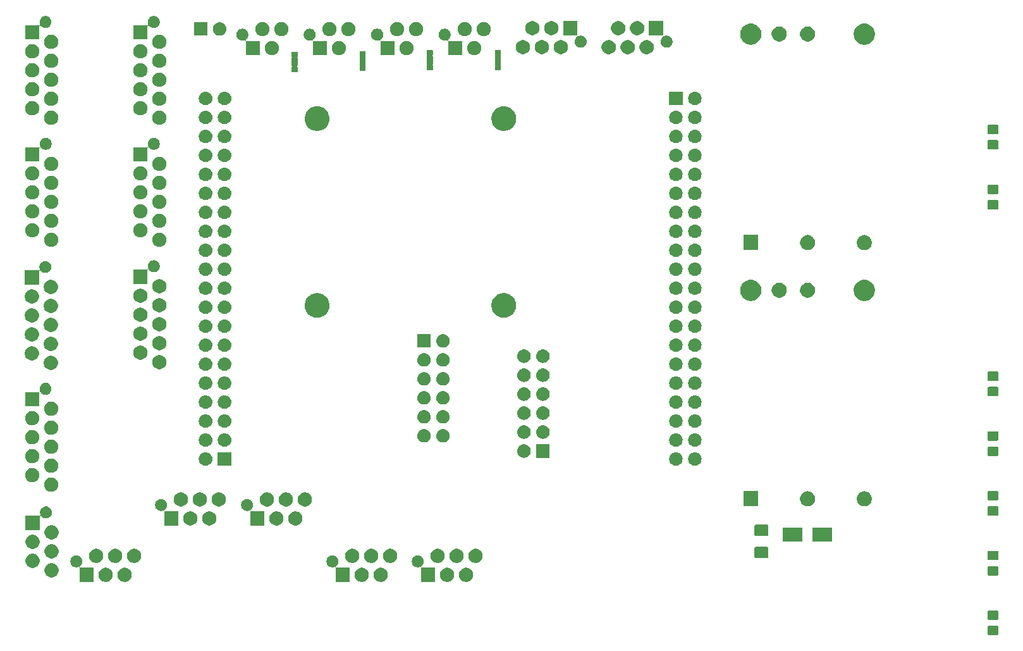
<source format=gbr>
G04 #@! TF.GenerationSoftware,KiCad,Pcbnew,5.0.2-bee76a0~70~ubuntu18.04.1*
G04 #@! TF.CreationDate,2020-03-05T16:19:56+01:00*
G04 #@! TF.ProjectId,myo_shield_pcb,6d796f5f-7368-4696-956c-645f7063622e,rev?*
G04 #@! TF.SameCoordinates,Original*
G04 #@! TF.FileFunction,Soldermask,Bot*
G04 #@! TF.FilePolarity,Negative*
%FSLAX46Y46*%
G04 Gerber Fmt 4.6, Leading zero omitted, Abs format (unit mm)*
G04 Created by KiCad (PCBNEW 5.0.2-bee76a0~70~ubuntu18.04.1) date Do 05 Mär 2020 16:19:56 CET*
%MOMM*%
%LPD*%
G01*
G04 APERTURE LIST*
%ADD10C,0.100000*%
G04 APERTURE END LIST*
D10*
G36*
X195588677Y-129378465D02*
X195626364Y-129389898D01*
X195661103Y-129408466D01*
X195691548Y-129433452D01*
X195716534Y-129463897D01*
X195735102Y-129498636D01*
X195746535Y-129536323D01*
X195751000Y-129581661D01*
X195751000Y-130418339D01*
X195746535Y-130463677D01*
X195735102Y-130501364D01*
X195716534Y-130536103D01*
X195691548Y-130566548D01*
X195661103Y-130591534D01*
X195626364Y-130610102D01*
X195588677Y-130621535D01*
X195543339Y-130626000D01*
X194456661Y-130626000D01*
X194411323Y-130621535D01*
X194373636Y-130610102D01*
X194338897Y-130591534D01*
X194308452Y-130566548D01*
X194283466Y-130536103D01*
X194264898Y-130501364D01*
X194253465Y-130463677D01*
X194249000Y-130418339D01*
X194249000Y-129581661D01*
X194253465Y-129536323D01*
X194264898Y-129498636D01*
X194283466Y-129463897D01*
X194308452Y-129433452D01*
X194338897Y-129408466D01*
X194373636Y-129389898D01*
X194411323Y-129378465D01*
X194456661Y-129374000D01*
X195543339Y-129374000D01*
X195588677Y-129378465D01*
X195588677Y-129378465D01*
G37*
G36*
X195588677Y-127328465D02*
X195626364Y-127339898D01*
X195661103Y-127358466D01*
X195691548Y-127383452D01*
X195716534Y-127413897D01*
X195735102Y-127448636D01*
X195746535Y-127486323D01*
X195751000Y-127531661D01*
X195751000Y-128368339D01*
X195746535Y-128413677D01*
X195735102Y-128451364D01*
X195716534Y-128486103D01*
X195691548Y-128516548D01*
X195661103Y-128541534D01*
X195626364Y-128560102D01*
X195588677Y-128571535D01*
X195543339Y-128576000D01*
X194456661Y-128576000D01*
X194411323Y-128571535D01*
X194373636Y-128560102D01*
X194338897Y-128541534D01*
X194308452Y-128516548D01*
X194283466Y-128486103D01*
X194264898Y-128451364D01*
X194253465Y-128413677D01*
X194249000Y-128368339D01*
X194249000Y-127531661D01*
X194253465Y-127486323D01*
X194264898Y-127448636D01*
X194283466Y-127413897D01*
X194308452Y-127383452D01*
X194338897Y-127358466D01*
X194373636Y-127339898D01*
X194411323Y-127328465D01*
X194456661Y-127324000D01*
X195543339Y-127324000D01*
X195588677Y-127328465D01*
X195588677Y-127328465D01*
G37*
G36*
X110767396Y-121640546D02*
X110940466Y-121712234D01*
X111096230Y-121816312D01*
X111228688Y-121948770D01*
X111332766Y-122104534D01*
X111404454Y-122277604D01*
X111441000Y-122461333D01*
X111441000Y-122648667D01*
X111404454Y-122832396D01*
X111332766Y-123005466D01*
X111228688Y-123161230D01*
X111096230Y-123293688D01*
X110940466Y-123397766D01*
X110767396Y-123469454D01*
X110583667Y-123506000D01*
X110396333Y-123506000D01*
X110212604Y-123469454D01*
X110039534Y-123397766D01*
X109883770Y-123293688D01*
X109751312Y-123161230D01*
X109647234Y-123005466D01*
X109575546Y-122832396D01*
X109539000Y-122648667D01*
X109539000Y-122461333D01*
X109575546Y-122277604D01*
X109647234Y-122104534D01*
X109751312Y-121948770D01*
X109883770Y-121816312D01*
X110039534Y-121712234D01*
X110212604Y-121640546D01*
X110396333Y-121604000D01*
X110583667Y-121604000D01*
X110767396Y-121640546D01*
X110767396Y-121640546D01*
G37*
G36*
X122197396Y-121640546D02*
X122370466Y-121712234D01*
X122526230Y-121816312D01*
X122658688Y-121948770D01*
X122762766Y-122104534D01*
X122834454Y-122277604D01*
X122871000Y-122461333D01*
X122871000Y-122648667D01*
X122834454Y-122832396D01*
X122762766Y-123005466D01*
X122658688Y-123161230D01*
X122526230Y-123293688D01*
X122370466Y-123397766D01*
X122197396Y-123469454D01*
X122013667Y-123506000D01*
X121826333Y-123506000D01*
X121642604Y-123469454D01*
X121469534Y-123397766D01*
X121313770Y-123293688D01*
X121181312Y-123161230D01*
X121077234Y-123005466D01*
X121005546Y-122832396D01*
X120969000Y-122648667D01*
X120969000Y-122461333D01*
X121005546Y-122277604D01*
X121077234Y-122104534D01*
X121181312Y-121948770D01*
X121313770Y-121816312D01*
X121469534Y-121712234D01*
X121642604Y-121640546D01*
X121826333Y-121604000D01*
X122013667Y-121604000D01*
X122197396Y-121640546D01*
X122197396Y-121640546D01*
G37*
G36*
X118213655Y-119984733D02*
X118213657Y-119984734D01*
X118213658Y-119984734D01*
X118267509Y-120007040D01*
X118359440Y-120045119D01*
X118490643Y-120132786D01*
X118602214Y-120244357D01*
X118689881Y-120375560D01*
X118750267Y-120521345D01*
X118781050Y-120676102D01*
X118781050Y-120833898D01*
X118750267Y-120988655D01*
X118689881Y-121134440D01*
X118602214Y-121265643D01*
X118487907Y-121379950D01*
X118474915Y-121390612D01*
X118459370Y-121409554D01*
X118447819Y-121431165D01*
X118440706Y-121454614D01*
X118438304Y-121479001D01*
X118440706Y-121503387D01*
X118447819Y-121526836D01*
X118459371Y-121548447D01*
X118474916Y-121567389D01*
X118493858Y-121582934D01*
X118515469Y-121594485D01*
X118538918Y-121601598D01*
X118563304Y-121604000D01*
X120331000Y-121604000D01*
X120331000Y-123506000D01*
X118429000Y-123506000D01*
X118429000Y-121623145D01*
X118426598Y-121598759D01*
X118419485Y-121575310D01*
X118407934Y-121553699D01*
X118392388Y-121534757D01*
X118373446Y-121519211D01*
X118351835Y-121507660D01*
X118328386Y-121500547D01*
X118304000Y-121498145D01*
X118279614Y-121500547D01*
X118256165Y-121507660D01*
X118213658Y-121525267D01*
X118058898Y-121556050D01*
X117901102Y-121556050D01*
X117746345Y-121525267D01*
X117746343Y-121525266D01*
X117746342Y-121525266D01*
X117633966Y-121478718D01*
X117600560Y-121464881D01*
X117469357Y-121377214D01*
X117357786Y-121265643D01*
X117270119Y-121134440D01*
X117209733Y-120988655D01*
X117178950Y-120833898D01*
X117178950Y-120676102D01*
X117209733Y-120521345D01*
X117270119Y-120375560D01*
X117357786Y-120244357D01*
X117469357Y-120132786D01*
X117600560Y-120045119D01*
X117692491Y-120007040D01*
X117746342Y-119984734D01*
X117746343Y-119984734D01*
X117746345Y-119984733D01*
X117901102Y-119953950D01*
X118058898Y-119953950D01*
X118213655Y-119984733D01*
X118213655Y-119984733D01*
G37*
G36*
X124737396Y-121640546D02*
X124910466Y-121712234D01*
X125066230Y-121816312D01*
X125198688Y-121948770D01*
X125302766Y-122104534D01*
X125374454Y-122277604D01*
X125411000Y-122461333D01*
X125411000Y-122648667D01*
X125374454Y-122832396D01*
X125302766Y-123005466D01*
X125198688Y-123161230D01*
X125066230Y-123293688D01*
X124910466Y-123397766D01*
X124737396Y-123469454D01*
X124553667Y-123506000D01*
X124366333Y-123506000D01*
X124182604Y-123469454D01*
X124009534Y-123397766D01*
X123853770Y-123293688D01*
X123721312Y-123161230D01*
X123617234Y-123005466D01*
X123545546Y-122832396D01*
X123509000Y-122648667D01*
X123509000Y-122461333D01*
X123545546Y-122277604D01*
X123617234Y-122104534D01*
X123721312Y-121948770D01*
X123853770Y-121816312D01*
X124009534Y-121712234D01*
X124182604Y-121640546D01*
X124366333Y-121604000D01*
X124553667Y-121604000D01*
X124737396Y-121640546D01*
X124737396Y-121640546D01*
G37*
G36*
X76477396Y-121640546D02*
X76650466Y-121712234D01*
X76806230Y-121816312D01*
X76938688Y-121948770D01*
X77042766Y-122104534D01*
X77114454Y-122277604D01*
X77151000Y-122461333D01*
X77151000Y-122648667D01*
X77114454Y-122832396D01*
X77042766Y-123005466D01*
X76938688Y-123161230D01*
X76806230Y-123293688D01*
X76650466Y-123397766D01*
X76477396Y-123469454D01*
X76293667Y-123506000D01*
X76106333Y-123506000D01*
X75922604Y-123469454D01*
X75749534Y-123397766D01*
X75593770Y-123293688D01*
X75461312Y-123161230D01*
X75357234Y-123005466D01*
X75285546Y-122832396D01*
X75249000Y-122648667D01*
X75249000Y-122461333D01*
X75285546Y-122277604D01*
X75357234Y-122104534D01*
X75461312Y-121948770D01*
X75593770Y-121816312D01*
X75749534Y-121712234D01*
X75922604Y-121640546D01*
X76106333Y-121604000D01*
X76293667Y-121604000D01*
X76477396Y-121640546D01*
X76477396Y-121640546D01*
G37*
G36*
X72493655Y-119984733D02*
X72493657Y-119984734D01*
X72493658Y-119984734D01*
X72547509Y-120007040D01*
X72639440Y-120045119D01*
X72770643Y-120132786D01*
X72882214Y-120244357D01*
X72969881Y-120375560D01*
X73030267Y-120521345D01*
X73061050Y-120676102D01*
X73061050Y-120833898D01*
X73030267Y-120988655D01*
X72969881Y-121134440D01*
X72882214Y-121265643D01*
X72767907Y-121379950D01*
X72754915Y-121390612D01*
X72739370Y-121409554D01*
X72727819Y-121431165D01*
X72720706Y-121454614D01*
X72718304Y-121479001D01*
X72720706Y-121503387D01*
X72727819Y-121526836D01*
X72739371Y-121548447D01*
X72754916Y-121567389D01*
X72773858Y-121582934D01*
X72795469Y-121594485D01*
X72818918Y-121601598D01*
X72843304Y-121604000D01*
X74611000Y-121604000D01*
X74611000Y-123506000D01*
X72709000Y-123506000D01*
X72709000Y-121623145D01*
X72706598Y-121598759D01*
X72699485Y-121575310D01*
X72687934Y-121553699D01*
X72672388Y-121534757D01*
X72653446Y-121519211D01*
X72631835Y-121507660D01*
X72608386Y-121500547D01*
X72584000Y-121498145D01*
X72559614Y-121500547D01*
X72536165Y-121507660D01*
X72493658Y-121525267D01*
X72338898Y-121556050D01*
X72181102Y-121556050D01*
X72026345Y-121525267D01*
X72026343Y-121525266D01*
X72026342Y-121525266D01*
X71913966Y-121478718D01*
X71880560Y-121464881D01*
X71749357Y-121377214D01*
X71637786Y-121265643D01*
X71550119Y-121134440D01*
X71489733Y-120988655D01*
X71458950Y-120833898D01*
X71458950Y-120676102D01*
X71489733Y-120521345D01*
X71550119Y-120375560D01*
X71637786Y-120244357D01*
X71749357Y-120132786D01*
X71880560Y-120045119D01*
X71972491Y-120007040D01*
X72026342Y-119984734D01*
X72026343Y-119984734D01*
X72026345Y-119984733D01*
X72181102Y-119953950D01*
X72338898Y-119953950D01*
X72493655Y-119984733D01*
X72493655Y-119984733D01*
G37*
G36*
X113307396Y-121640546D02*
X113480466Y-121712234D01*
X113636230Y-121816312D01*
X113768688Y-121948770D01*
X113872766Y-122104534D01*
X113944454Y-122277604D01*
X113981000Y-122461333D01*
X113981000Y-122648667D01*
X113944454Y-122832396D01*
X113872766Y-123005466D01*
X113768688Y-123161230D01*
X113636230Y-123293688D01*
X113480466Y-123397766D01*
X113307396Y-123469454D01*
X113123667Y-123506000D01*
X112936333Y-123506000D01*
X112752604Y-123469454D01*
X112579534Y-123397766D01*
X112423770Y-123293688D01*
X112291312Y-123161230D01*
X112187234Y-123005466D01*
X112115546Y-122832396D01*
X112079000Y-122648667D01*
X112079000Y-122461333D01*
X112115546Y-122277604D01*
X112187234Y-122104534D01*
X112291312Y-121948770D01*
X112423770Y-121816312D01*
X112579534Y-121712234D01*
X112752604Y-121640546D01*
X112936333Y-121604000D01*
X113123667Y-121604000D01*
X113307396Y-121640546D01*
X113307396Y-121640546D01*
G37*
G36*
X106783655Y-119984733D02*
X106783657Y-119984734D01*
X106783658Y-119984734D01*
X106837509Y-120007040D01*
X106929440Y-120045119D01*
X107060643Y-120132786D01*
X107172214Y-120244357D01*
X107259881Y-120375560D01*
X107320267Y-120521345D01*
X107351050Y-120676102D01*
X107351050Y-120833898D01*
X107320267Y-120988655D01*
X107259881Y-121134440D01*
X107172214Y-121265643D01*
X107057907Y-121379950D01*
X107044915Y-121390612D01*
X107029370Y-121409554D01*
X107017819Y-121431165D01*
X107010706Y-121454614D01*
X107008304Y-121479001D01*
X107010706Y-121503387D01*
X107017819Y-121526836D01*
X107029371Y-121548447D01*
X107044916Y-121567389D01*
X107063858Y-121582934D01*
X107085469Y-121594485D01*
X107108918Y-121601598D01*
X107133304Y-121604000D01*
X108901000Y-121604000D01*
X108901000Y-123506000D01*
X106999000Y-123506000D01*
X106999000Y-121623145D01*
X106996598Y-121598759D01*
X106989485Y-121575310D01*
X106977934Y-121553699D01*
X106962388Y-121534757D01*
X106943446Y-121519211D01*
X106921835Y-121507660D01*
X106898386Y-121500547D01*
X106874000Y-121498145D01*
X106849614Y-121500547D01*
X106826165Y-121507660D01*
X106783658Y-121525267D01*
X106628898Y-121556050D01*
X106471102Y-121556050D01*
X106316345Y-121525267D01*
X106316343Y-121525266D01*
X106316342Y-121525266D01*
X106203966Y-121478718D01*
X106170560Y-121464881D01*
X106039357Y-121377214D01*
X105927786Y-121265643D01*
X105840119Y-121134440D01*
X105779733Y-120988655D01*
X105748950Y-120833898D01*
X105748950Y-120676102D01*
X105779733Y-120521345D01*
X105840119Y-120375560D01*
X105927786Y-120244357D01*
X106039357Y-120132786D01*
X106170560Y-120045119D01*
X106262491Y-120007040D01*
X106316342Y-119984734D01*
X106316343Y-119984734D01*
X106316345Y-119984733D01*
X106471102Y-119953950D01*
X106628898Y-119953950D01*
X106783655Y-119984733D01*
X106783655Y-119984733D01*
G37*
G36*
X79017396Y-121640546D02*
X79190466Y-121712234D01*
X79346230Y-121816312D01*
X79478688Y-121948770D01*
X79582766Y-122104534D01*
X79654454Y-122277604D01*
X79691000Y-122461333D01*
X79691000Y-122648667D01*
X79654454Y-122832396D01*
X79582766Y-123005466D01*
X79478688Y-123161230D01*
X79346230Y-123293688D01*
X79190466Y-123397766D01*
X79017396Y-123469454D01*
X78833667Y-123506000D01*
X78646333Y-123506000D01*
X78462604Y-123469454D01*
X78289534Y-123397766D01*
X78133770Y-123293688D01*
X78001312Y-123161230D01*
X77897234Y-123005466D01*
X77825546Y-122832396D01*
X77789000Y-122648667D01*
X77789000Y-122461333D01*
X77825546Y-122277604D01*
X77897234Y-122104534D01*
X78001312Y-121948770D01*
X78133770Y-121816312D01*
X78289534Y-121712234D01*
X78462604Y-121640546D01*
X78646333Y-121604000D01*
X78833667Y-121604000D01*
X79017396Y-121640546D01*
X79017396Y-121640546D01*
G37*
G36*
X69217396Y-121035546D02*
X69390466Y-121107234D01*
X69546230Y-121211312D01*
X69678688Y-121343770D01*
X69782766Y-121499534D01*
X69854454Y-121672604D01*
X69891000Y-121856333D01*
X69891000Y-122043667D01*
X69854454Y-122227396D01*
X69782766Y-122400466D01*
X69678688Y-122556230D01*
X69546230Y-122688688D01*
X69390466Y-122792766D01*
X69217396Y-122864454D01*
X69033667Y-122901000D01*
X68846333Y-122901000D01*
X68662604Y-122864454D01*
X68489534Y-122792766D01*
X68333770Y-122688688D01*
X68201312Y-122556230D01*
X68097234Y-122400466D01*
X68025546Y-122227396D01*
X67989000Y-122043667D01*
X67989000Y-121856333D01*
X68025546Y-121672604D01*
X68097234Y-121499534D01*
X68201312Y-121343770D01*
X68333770Y-121211312D01*
X68489534Y-121107234D01*
X68662604Y-121035546D01*
X68846333Y-120999000D01*
X69033667Y-120999000D01*
X69217396Y-121035546D01*
X69217396Y-121035546D01*
G37*
G36*
X195588677Y-121403465D02*
X195626364Y-121414898D01*
X195661103Y-121433466D01*
X195691548Y-121458452D01*
X195716534Y-121488897D01*
X195735102Y-121523636D01*
X195746535Y-121561323D01*
X195751000Y-121606661D01*
X195751000Y-122443339D01*
X195746535Y-122488677D01*
X195735102Y-122526364D01*
X195716534Y-122561103D01*
X195691548Y-122591548D01*
X195661103Y-122616534D01*
X195626364Y-122635102D01*
X195588677Y-122646535D01*
X195543339Y-122651000D01*
X194456661Y-122651000D01*
X194411323Y-122646535D01*
X194373636Y-122635102D01*
X194338897Y-122616534D01*
X194308452Y-122591548D01*
X194283466Y-122561103D01*
X194264898Y-122526364D01*
X194253465Y-122488677D01*
X194249000Y-122443339D01*
X194249000Y-121606661D01*
X194253465Y-121561323D01*
X194264898Y-121523636D01*
X194283466Y-121488897D01*
X194308452Y-121458452D01*
X194338897Y-121433466D01*
X194373636Y-121414898D01*
X194411323Y-121403465D01*
X194456661Y-121399000D01*
X195543339Y-121399000D01*
X195588677Y-121403465D01*
X195588677Y-121403465D01*
G37*
G36*
X66677396Y-119765546D02*
X66850466Y-119837234D01*
X67006230Y-119941312D01*
X67138688Y-120073770D01*
X67242766Y-120229534D01*
X67314454Y-120402604D01*
X67351000Y-120586333D01*
X67351000Y-120773667D01*
X67314454Y-120957396D01*
X67242766Y-121130466D01*
X67138688Y-121286230D01*
X67006230Y-121418688D01*
X66850466Y-121522766D01*
X66677396Y-121594454D01*
X66493667Y-121631000D01*
X66306333Y-121631000D01*
X66122604Y-121594454D01*
X65949534Y-121522766D01*
X65793770Y-121418688D01*
X65661312Y-121286230D01*
X65557234Y-121130466D01*
X65485546Y-120957396D01*
X65449000Y-120773667D01*
X65449000Y-120586333D01*
X65485546Y-120402604D01*
X65557234Y-120229534D01*
X65661312Y-120073770D01*
X65793770Y-119941312D01*
X65949534Y-119837234D01*
X66122604Y-119765546D01*
X66306333Y-119729000D01*
X66493667Y-119729000D01*
X66677396Y-119765546D01*
X66677396Y-119765546D01*
G37*
G36*
X77747396Y-119100546D02*
X77920466Y-119172234D01*
X78076230Y-119276312D01*
X78208688Y-119408770D01*
X78312766Y-119564534D01*
X78384454Y-119737604D01*
X78421000Y-119921333D01*
X78421000Y-120108667D01*
X78384454Y-120292396D01*
X78312766Y-120465466D01*
X78208688Y-120621230D01*
X78076230Y-120753688D01*
X77920466Y-120857766D01*
X77747396Y-120929454D01*
X77563667Y-120966000D01*
X77376333Y-120966000D01*
X77192604Y-120929454D01*
X77019534Y-120857766D01*
X76863770Y-120753688D01*
X76731312Y-120621230D01*
X76627234Y-120465466D01*
X76555546Y-120292396D01*
X76519000Y-120108667D01*
X76519000Y-119921333D01*
X76555546Y-119737604D01*
X76627234Y-119564534D01*
X76731312Y-119408770D01*
X76863770Y-119276312D01*
X77019534Y-119172234D01*
X77192604Y-119100546D01*
X77376333Y-119064000D01*
X77563667Y-119064000D01*
X77747396Y-119100546D01*
X77747396Y-119100546D01*
G37*
G36*
X75207396Y-119100546D02*
X75380466Y-119172234D01*
X75536230Y-119276312D01*
X75668688Y-119408770D01*
X75772766Y-119564534D01*
X75844454Y-119737604D01*
X75881000Y-119921333D01*
X75881000Y-120108667D01*
X75844454Y-120292396D01*
X75772766Y-120465466D01*
X75668688Y-120621230D01*
X75536230Y-120753688D01*
X75380466Y-120857766D01*
X75207396Y-120929454D01*
X75023667Y-120966000D01*
X74836333Y-120966000D01*
X74652604Y-120929454D01*
X74479534Y-120857766D01*
X74323770Y-120753688D01*
X74191312Y-120621230D01*
X74087234Y-120465466D01*
X74015546Y-120292396D01*
X73979000Y-120108667D01*
X73979000Y-119921333D01*
X74015546Y-119737604D01*
X74087234Y-119564534D01*
X74191312Y-119408770D01*
X74323770Y-119276312D01*
X74479534Y-119172234D01*
X74652604Y-119100546D01*
X74836333Y-119064000D01*
X75023667Y-119064000D01*
X75207396Y-119100546D01*
X75207396Y-119100546D01*
G37*
G36*
X80287396Y-119100546D02*
X80460466Y-119172234D01*
X80616230Y-119276312D01*
X80748688Y-119408770D01*
X80852766Y-119564534D01*
X80924454Y-119737604D01*
X80961000Y-119921333D01*
X80961000Y-120108667D01*
X80924454Y-120292396D01*
X80852766Y-120465466D01*
X80748688Y-120621230D01*
X80616230Y-120753688D01*
X80460466Y-120857766D01*
X80287396Y-120929454D01*
X80103667Y-120966000D01*
X79916333Y-120966000D01*
X79732604Y-120929454D01*
X79559534Y-120857766D01*
X79403770Y-120753688D01*
X79271312Y-120621230D01*
X79167234Y-120465466D01*
X79095546Y-120292396D01*
X79059000Y-120108667D01*
X79059000Y-119921333D01*
X79095546Y-119737604D01*
X79167234Y-119564534D01*
X79271312Y-119408770D01*
X79403770Y-119276312D01*
X79559534Y-119172234D01*
X79732604Y-119100546D01*
X79916333Y-119064000D01*
X80103667Y-119064000D01*
X80287396Y-119100546D01*
X80287396Y-119100546D01*
G37*
G36*
X109497396Y-119100546D02*
X109670466Y-119172234D01*
X109826230Y-119276312D01*
X109958688Y-119408770D01*
X110062766Y-119564534D01*
X110134454Y-119737604D01*
X110171000Y-119921333D01*
X110171000Y-120108667D01*
X110134454Y-120292396D01*
X110062766Y-120465466D01*
X109958688Y-120621230D01*
X109826230Y-120753688D01*
X109670466Y-120857766D01*
X109497396Y-120929454D01*
X109313667Y-120966000D01*
X109126333Y-120966000D01*
X108942604Y-120929454D01*
X108769534Y-120857766D01*
X108613770Y-120753688D01*
X108481312Y-120621230D01*
X108377234Y-120465466D01*
X108305546Y-120292396D01*
X108269000Y-120108667D01*
X108269000Y-119921333D01*
X108305546Y-119737604D01*
X108377234Y-119564534D01*
X108481312Y-119408770D01*
X108613770Y-119276312D01*
X108769534Y-119172234D01*
X108942604Y-119100546D01*
X109126333Y-119064000D01*
X109313667Y-119064000D01*
X109497396Y-119100546D01*
X109497396Y-119100546D01*
G37*
G36*
X114577396Y-119100546D02*
X114750466Y-119172234D01*
X114906230Y-119276312D01*
X115038688Y-119408770D01*
X115142766Y-119564534D01*
X115214454Y-119737604D01*
X115251000Y-119921333D01*
X115251000Y-120108667D01*
X115214454Y-120292396D01*
X115142766Y-120465466D01*
X115038688Y-120621230D01*
X114906230Y-120753688D01*
X114750466Y-120857766D01*
X114577396Y-120929454D01*
X114393667Y-120966000D01*
X114206333Y-120966000D01*
X114022604Y-120929454D01*
X113849534Y-120857766D01*
X113693770Y-120753688D01*
X113561312Y-120621230D01*
X113457234Y-120465466D01*
X113385546Y-120292396D01*
X113349000Y-120108667D01*
X113349000Y-119921333D01*
X113385546Y-119737604D01*
X113457234Y-119564534D01*
X113561312Y-119408770D01*
X113693770Y-119276312D01*
X113849534Y-119172234D01*
X114022604Y-119100546D01*
X114206333Y-119064000D01*
X114393667Y-119064000D01*
X114577396Y-119100546D01*
X114577396Y-119100546D01*
G37*
G36*
X126007396Y-119100546D02*
X126180466Y-119172234D01*
X126336230Y-119276312D01*
X126468688Y-119408770D01*
X126572766Y-119564534D01*
X126644454Y-119737604D01*
X126681000Y-119921333D01*
X126681000Y-120108667D01*
X126644454Y-120292396D01*
X126572766Y-120465466D01*
X126468688Y-120621230D01*
X126336230Y-120753688D01*
X126180466Y-120857766D01*
X126007396Y-120929454D01*
X125823667Y-120966000D01*
X125636333Y-120966000D01*
X125452604Y-120929454D01*
X125279534Y-120857766D01*
X125123770Y-120753688D01*
X124991312Y-120621230D01*
X124887234Y-120465466D01*
X124815546Y-120292396D01*
X124779000Y-120108667D01*
X124779000Y-119921333D01*
X124815546Y-119737604D01*
X124887234Y-119564534D01*
X124991312Y-119408770D01*
X125123770Y-119276312D01*
X125279534Y-119172234D01*
X125452604Y-119100546D01*
X125636333Y-119064000D01*
X125823667Y-119064000D01*
X126007396Y-119100546D01*
X126007396Y-119100546D01*
G37*
G36*
X120927396Y-119100546D02*
X121100466Y-119172234D01*
X121256230Y-119276312D01*
X121388688Y-119408770D01*
X121492766Y-119564534D01*
X121564454Y-119737604D01*
X121601000Y-119921333D01*
X121601000Y-120108667D01*
X121564454Y-120292396D01*
X121492766Y-120465466D01*
X121388688Y-120621230D01*
X121256230Y-120753688D01*
X121100466Y-120857766D01*
X120927396Y-120929454D01*
X120743667Y-120966000D01*
X120556333Y-120966000D01*
X120372604Y-120929454D01*
X120199534Y-120857766D01*
X120043770Y-120753688D01*
X119911312Y-120621230D01*
X119807234Y-120465466D01*
X119735546Y-120292396D01*
X119699000Y-120108667D01*
X119699000Y-119921333D01*
X119735546Y-119737604D01*
X119807234Y-119564534D01*
X119911312Y-119408770D01*
X120043770Y-119276312D01*
X120199534Y-119172234D01*
X120372604Y-119100546D01*
X120556333Y-119064000D01*
X120743667Y-119064000D01*
X120927396Y-119100546D01*
X120927396Y-119100546D01*
G37*
G36*
X123467396Y-119100546D02*
X123640466Y-119172234D01*
X123796230Y-119276312D01*
X123928688Y-119408770D01*
X124032766Y-119564534D01*
X124104454Y-119737604D01*
X124141000Y-119921333D01*
X124141000Y-120108667D01*
X124104454Y-120292396D01*
X124032766Y-120465466D01*
X123928688Y-120621230D01*
X123796230Y-120753688D01*
X123640466Y-120857766D01*
X123467396Y-120929454D01*
X123283667Y-120966000D01*
X123096333Y-120966000D01*
X122912604Y-120929454D01*
X122739534Y-120857766D01*
X122583770Y-120753688D01*
X122451312Y-120621230D01*
X122347234Y-120465466D01*
X122275546Y-120292396D01*
X122239000Y-120108667D01*
X122239000Y-119921333D01*
X122275546Y-119737604D01*
X122347234Y-119564534D01*
X122451312Y-119408770D01*
X122583770Y-119276312D01*
X122739534Y-119172234D01*
X122912604Y-119100546D01*
X123096333Y-119064000D01*
X123283667Y-119064000D01*
X123467396Y-119100546D01*
X123467396Y-119100546D01*
G37*
G36*
X112037396Y-119100546D02*
X112210466Y-119172234D01*
X112366230Y-119276312D01*
X112498688Y-119408770D01*
X112602766Y-119564534D01*
X112674454Y-119737604D01*
X112711000Y-119921333D01*
X112711000Y-120108667D01*
X112674454Y-120292396D01*
X112602766Y-120465466D01*
X112498688Y-120621230D01*
X112366230Y-120753688D01*
X112210466Y-120857766D01*
X112037396Y-120929454D01*
X111853667Y-120966000D01*
X111666333Y-120966000D01*
X111482604Y-120929454D01*
X111309534Y-120857766D01*
X111153770Y-120753688D01*
X111021312Y-120621230D01*
X110917234Y-120465466D01*
X110845546Y-120292396D01*
X110809000Y-120108667D01*
X110809000Y-119921333D01*
X110845546Y-119737604D01*
X110917234Y-119564534D01*
X111021312Y-119408770D01*
X111153770Y-119276312D01*
X111309534Y-119172234D01*
X111482604Y-119100546D01*
X111666333Y-119064000D01*
X111853667Y-119064000D01*
X112037396Y-119100546D01*
X112037396Y-119100546D01*
G37*
G36*
X195588677Y-119353465D02*
X195626364Y-119364898D01*
X195661103Y-119383466D01*
X195691548Y-119408452D01*
X195716534Y-119438897D01*
X195735102Y-119473636D01*
X195746535Y-119511323D01*
X195751000Y-119556661D01*
X195751000Y-120393339D01*
X195746535Y-120438677D01*
X195735102Y-120476364D01*
X195716534Y-120511103D01*
X195691548Y-120541548D01*
X195661103Y-120566534D01*
X195626364Y-120585102D01*
X195588677Y-120596535D01*
X195543339Y-120601000D01*
X194456661Y-120601000D01*
X194411323Y-120596535D01*
X194373636Y-120585102D01*
X194338897Y-120566534D01*
X194308452Y-120541548D01*
X194283466Y-120511103D01*
X194264898Y-120476364D01*
X194253465Y-120438677D01*
X194249000Y-120393339D01*
X194249000Y-119556661D01*
X194253465Y-119511323D01*
X194264898Y-119473636D01*
X194283466Y-119438897D01*
X194308452Y-119408452D01*
X194338897Y-119383466D01*
X194373636Y-119364898D01*
X194411323Y-119353465D01*
X194456661Y-119349000D01*
X195543339Y-119349000D01*
X195588677Y-119353465D01*
X195588677Y-119353465D01*
G37*
G36*
X69217396Y-118495546D02*
X69390466Y-118567234D01*
X69546230Y-118671312D01*
X69678688Y-118803770D01*
X69782766Y-118959534D01*
X69854454Y-119132604D01*
X69891000Y-119316333D01*
X69891000Y-119503667D01*
X69854454Y-119687396D01*
X69782766Y-119860466D01*
X69678688Y-120016230D01*
X69546230Y-120148688D01*
X69390466Y-120252766D01*
X69217396Y-120324454D01*
X69033667Y-120361000D01*
X68846333Y-120361000D01*
X68662604Y-120324454D01*
X68489534Y-120252766D01*
X68333770Y-120148688D01*
X68201312Y-120016230D01*
X68097234Y-119860466D01*
X68025546Y-119687396D01*
X67989000Y-119503667D01*
X67989000Y-119316333D01*
X68025546Y-119132604D01*
X68097234Y-118959534D01*
X68201312Y-118803770D01*
X68333770Y-118671312D01*
X68489534Y-118567234D01*
X68662604Y-118495546D01*
X68846333Y-118459000D01*
X69033667Y-118459000D01*
X69217396Y-118495546D01*
X69217396Y-118495546D01*
G37*
G36*
X164775562Y-118815681D02*
X164810477Y-118826273D01*
X164842665Y-118843478D01*
X164870873Y-118866627D01*
X164894022Y-118894835D01*
X164911227Y-118927023D01*
X164921819Y-118961938D01*
X164926000Y-119004395D01*
X164926000Y-120145605D01*
X164921819Y-120188062D01*
X164911227Y-120222977D01*
X164894022Y-120255165D01*
X164870873Y-120283373D01*
X164842665Y-120306522D01*
X164810477Y-120323727D01*
X164775562Y-120334319D01*
X164733105Y-120338500D01*
X163266895Y-120338500D01*
X163224438Y-120334319D01*
X163189523Y-120323727D01*
X163157335Y-120306522D01*
X163129127Y-120283373D01*
X163105978Y-120255165D01*
X163088773Y-120222977D01*
X163078181Y-120188062D01*
X163074000Y-120145605D01*
X163074000Y-119004395D01*
X163078181Y-118961938D01*
X163088773Y-118927023D01*
X163105978Y-118894835D01*
X163129127Y-118866627D01*
X163157335Y-118843478D01*
X163189523Y-118826273D01*
X163224438Y-118815681D01*
X163266895Y-118811500D01*
X164733105Y-118811500D01*
X164775562Y-118815681D01*
X164775562Y-118815681D01*
G37*
G36*
X66677396Y-117225546D02*
X66850466Y-117297234D01*
X67006230Y-117401312D01*
X67138688Y-117533770D01*
X67242766Y-117689534D01*
X67314454Y-117862604D01*
X67351000Y-118046333D01*
X67351000Y-118233667D01*
X67314454Y-118417396D01*
X67242766Y-118590466D01*
X67138688Y-118746230D01*
X67006230Y-118878688D01*
X66850466Y-118982766D01*
X66677396Y-119054454D01*
X66493667Y-119091000D01*
X66306333Y-119091000D01*
X66122604Y-119054454D01*
X65949534Y-118982766D01*
X65793770Y-118878688D01*
X65661312Y-118746230D01*
X65557234Y-118590466D01*
X65485546Y-118417396D01*
X65449000Y-118233667D01*
X65449000Y-118046333D01*
X65485546Y-117862604D01*
X65557234Y-117689534D01*
X65661312Y-117533770D01*
X65793770Y-117401312D01*
X65949534Y-117297234D01*
X66122604Y-117225546D01*
X66306333Y-117189000D01*
X66493667Y-117189000D01*
X66677396Y-117225546D01*
X66677396Y-117225546D01*
G37*
G36*
X173451000Y-118101000D02*
X170849000Y-118101000D01*
X170849000Y-116199000D01*
X173451000Y-116199000D01*
X173451000Y-118101000D01*
X173451000Y-118101000D01*
G37*
G36*
X169451000Y-118101000D02*
X166849000Y-118101000D01*
X166849000Y-116199000D01*
X169451000Y-116199000D01*
X169451000Y-118101000D01*
X169451000Y-118101000D01*
G37*
G36*
X69217396Y-115955546D02*
X69390466Y-116027234D01*
X69546230Y-116131312D01*
X69678688Y-116263770D01*
X69782766Y-116419534D01*
X69854454Y-116592604D01*
X69891000Y-116776333D01*
X69891000Y-116963667D01*
X69854454Y-117147396D01*
X69782766Y-117320466D01*
X69678688Y-117476230D01*
X69546230Y-117608688D01*
X69390466Y-117712766D01*
X69217396Y-117784454D01*
X69033667Y-117821000D01*
X68846333Y-117821000D01*
X68662604Y-117784454D01*
X68489534Y-117712766D01*
X68333770Y-117608688D01*
X68201312Y-117476230D01*
X68097234Y-117320466D01*
X68025546Y-117147396D01*
X67989000Y-116963667D01*
X67989000Y-116776333D01*
X68025546Y-116592604D01*
X68097234Y-116419534D01*
X68201312Y-116263770D01*
X68333770Y-116131312D01*
X68489534Y-116027234D01*
X68662604Y-115955546D01*
X68846333Y-115919000D01*
X69033667Y-115919000D01*
X69217396Y-115955546D01*
X69217396Y-115955546D01*
G37*
G36*
X164775562Y-115840681D02*
X164810477Y-115851273D01*
X164842665Y-115868478D01*
X164870873Y-115891627D01*
X164894022Y-115919835D01*
X164911227Y-115952023D01*
X164921819Y-115986938D01*
X164926000Y-116029395D01*
X164926000Y-117170605D01*
X164921819Y-117213062D01*
X164911227Y-117247977D01*
X164894022Y-117280165D01*
X164870873Y-117308373D01*
X164842665Y-117331522D01*
X164810477Y-117348727D01*
X164775562Y-117359319D01*
X164733105Y-117363500D01*
X163266895Y-117363500D01*
X163224438Y-117359319D01*
X163189523Y-117348727D01*
X163157335Y-117331522D01*
X163129127Y-117308373D01*
X163105978Y-117280165D01*
X163088773Y-117247977D01*
X163078181Y-117213062D01*
X163074000Y-117170605D01*
X163074000Y-116029395D01*
X163078181Y-115986938D01*
X163088773Y-115952023D01*
X163105978Y-115919835D01*
X163129127Y-115891627D01*
X163157335Y-115868478D01*
X163189523Y-115851273D01*
X163224438Y-115840681D01*
X163266895Y-115836500D01*
X164733105Y-115836500D01*
X164775562Y-115840681D01*
X164775562Y-115840681D01*
G37*
G36*
X68433655Y-113429733D02*
X68433657Y-113429734D01*
X68433658Y-113429734D01*
X68443124Y-113433655D01*
X68579440Y-113490119D01*
X68710643Y-113577786D01*
X68822214Y-113689357D01*
X68909881Y-113820560D01*
X68932913Y-113876165D01*
X68964599Y-113952660D01*
X68970267Y-113966345D01*
X69001050Y-114121102D01*
X69001050Y-114278898D01*
X68970267Y-114433655D01*
X68909881Y-114579440D01*
X68822214Y-114710643D01*
X68710643Y-114822214D01*
X68579440Y-114909881D01*
X68487509Y-114947960D01*
X68433658Y-114970266D01*
X68433657Y-114970266D01*
X68433655Y-114970267D01*
X68278898Y-115001050D01*
X68121102Y-115001050D01*
X67966345Y-114970267D01*
X67966343Y-114970266D01*
X67966342Y-114970266D01*
X67912491Y-114947960D01*
X67820560Y-114909881D01*
X67689357Y-114822214D01*
X67575050Y-114707907D01*
X67564388Y-114694915D01*
X67545446Y-114679370D01*
X67523835Y-114667819D01*
X67500386Y-114660706D01*
X67475999Y-114658304D01*
X67451613Y-114660706D01*
X67428164Y-114667819D01*
X67406553Y-114679371D01*
X67387611Y-114694916D01*
X67372066Y-114713858D01*
X67360515Y-114735469D01*
X67353402Y-114758918D01*
X67351000Y-114783304D01*
X67351000Y-116551000D01*
X65449000Y-116551000D01*
X65449000Y-114649000D01*
X67331855Y-114649000D01*
X67356241Y-114646598D01*
X67379690Y-114639485D01*
X67401301Y-114627934D01*
X67420243Y-114612388D01*
X67435789Y-114593446D01*
X67447340Y-114571835D01*
X67454453Y-114548386D01*
X67456855Y-114524000D01*
X67454453Y-114499614D01*
X67447340Y-114476165D01*
X67429733Y-114433658D01*
X67398950Y-114278898D01*
X67398950Y-114121102D01*
X67429733Y-113966345D01*
X67435402Y-113952660D01*
X67467087Y-113876165D01*
X67490119Y-113820560D01*
X67577786Y-113689357D01*
X67689357Y-113577786D01*
X67820560Y-113490119D01*
X67956876Y-113433655D01*
X67966342Y-113429734D01*
X67966343Y-113429734D01*
X67966345Y-113429733D01*
X68121102Y-113398950D01*
X68278898Y-113398950D01*
X68433655Y-113429733D01*
X68433655Y-113429733D01*
G37*
G36*
X99337396Y-114085546D02*
X99510466Y-114157234D01*
X99666230Y-114261312D01*
X99798688Y-114393770D01*
X99902766Y-114549534D01*
X99974454Y-114722604D01*
X100011000Y-114906333D01*
X100011000Y-115093667D01*
X99974454Y-115277396D01*
X99902766Y-115450466D01*
X99798688Y-115606230D01*
X99666230Y-115738688D01*
X99510466Y-115842766D01*
X99337396Y-115914454D01*
X99153667Y-115951000D01*
X98966333Y-115951000D01*
X98782604Y-115914454D01*
X98609534Y-115842766D01*
X98453770Y-115738688D01*
X98321312Y-115606230D01*
X98217234Y-115450466D01*
X98145546Y-115277396D01*
X98109000Y-115093667D01*
X98109000Y-114906333D01*
X98145546Y-114722604D01*
X98217234Y-114549534D01*
X98321312Y-114393770D01*
X98453770Y-114261312D01*
X98609534Y-114157234D01*
X98782604Y-114085546D01*
X98966333Y-114049000D01*
X99153667Y-114049000D01*
X99337396Y-114085546D01*
X99337396Y-114085546D01*
G37*
G36*
X83833655Y-112429733D02*
X83833657Y-112429734D01*
X83833658Y-112429734D01*
X83885877Y-112451364D01*
X83979440Y-112490119D01*
X84110643Y-112577786D01*
X84222214Y-112689357D01*
X84309881Y-112820560D01*
X84370267Y-112966345D01*
X84401050Y-113121102D01*
X84401050Y-113278898D01*
X84370267Y-113433655D01*
X84309881Y-113579440D01*
X84222214Y-113710643D01*
X84107907Y-113824950D01*
X84094915Y-113835612D01*
X84079370Y-113854554D01*
X84067819Y-113876165D01*
X84060706Y-113899614D01*
X84058304Y-113924001D01*
X84060706Y-113948387D01*
X84067819Y-113971836D01*
X84079371Y-113993447D01*
X84094916Y-114012389D01*
X84113858Y-114027934D01*
X84135469Y-114039485D01*
X84158918Y-114046598D01*
X84183304Y-114049000D01*
X85951000Y-114049000D01*
X85951000Y-115951000D01*
X84049000Y-115951000D01*
X84049000Y-114068145D01*
X84046598Y-114043759D01*
X84039485Y-114020310D01*
X84027934Y-113998699D01*
X84012388Y-113979757D01*
X83993446Y-113964211D01*
X83971835Y-113952660D01*
X83948386Y-113945547D01*
X83924000Y-113943145D01*
X83899614Y-113945547D01*
X83876165Y-113952660D01*
X83833658Y-113970267D01*
X83678898Y-114001050D01*
X83521102Y-114001050D01*
X83366345Y-113970267D01*
X83366343Y-113970266D01*
X83366342Y-113970266D01*
X83254649Y-113924001D01*
X83220560Y-113909881D01*
X83089357Y-113822214D01*
X82977786Y-113710643D01*
X82890119Y-113579440D01*
X82829733Y-113433655D01*
X82798950Y-113278898D01*
X82798950Y-113121102D01*
X82829733Y-112966345D01*
X82890119Y-112820560D01*
X82977786Y-112689357D01*
X83089357Y-112577786D01*
X83220560Y-112490119D01*
X83314123Y-112451364D01*
X83366342Y-112429734D01*
X83366343Y-112429734D01*
X83366345Y-112429733D01*
X83521102Y-112398950D01*
X83678898Y-112398950D01*
X83833655Y-112429733D01*
X83833655Y-112429733D01*
G37*
G36*
X87817396Y-114085546D02*
X87990466Y-114157234D01*
X88146230Y-114261312D01*
X88278688Y-114393770D01*
X88382766Y-114549534D01*
X88454454Y-114722604D01*
X88491000Y-114906333D01*
X88491000Y-115093667D01*
X88454454Y-115277396D01*
X88382766Y-115450466D01*
X88278688Y-115606230D01*
X88146230Y-115738688D01*
X87990466Y-115842766D01*
X87817396Y-115914454D01*
X87633667Y-115951000D01*
X87446333Y-115951000D01*
X87262604Y-115914454D01*
X87089534Y-115842766D01*
X86933770Y-115738688D01*
X86801312Y-115606230D01*
X86697234Y-115450466D01*
X86625546Y-115277396D01*
X86589000Y-115093667D01*
X86589000Y-114906333D01*
X86625546Y-114722604D01*
X86697234Y-114549534D01*
X86801312Y-114393770D01*
X86933770Y-114261312D01*
X87089534Y-114157234D01*
X87262604Y-114085546D01*
X87446333Y-114049000D01*
X87633667Y-114049000D01*
X87817396Y-114085546D01*
X87817396Y-114085546D01*
G37*
G36*
X101877396Y-114085546D02*
X102050466Y-114157234D01*
X102206230Y-114261312D01*
X102338688Y-114393770D01*
X102442766Y-114549534D01*
X102514454Y-114722604D01*
X102551000Y-114906333D01*
X102551000Y-115093667D01*
X102514454Y-115277396D01*
X102442766Y-115450466D01*
X102338688Y-115606230D01*
X102206230Y-115738688D01*
X102050466Y-115842766D01*
X101877396Y-115914454D01*
X101693667Y-115951000D01*
X101506333Y-115951000D01*
X101322604Y-115914454D01*
X101149534Y-115842766D01*
X100993770Y-115738688D01*
X100861312Y-115606230D01*
X100757234Y-115450466D01*
X100685546Y-115277396D01*
X100649000Y-115093667D01*
X100649000Y-114906333D01*
X100685546Y-114722604D01*
X100757234Y-114549534D01*
X100861312Y-114393770D01*
X100993770Y-114261312D01*
X101149534Y-114157234D01*
X101322604Y-114085546D01*
X101506333Y-114049000D01*
X101693667Y-114049000D01*
X101877396Y-114085546D01*
X101877396Y-114085546D01*
G37*
G36*
X95353655Y-112429733D02*
X95353657Y-112429734D01*
X95353658Y-112429734D01*
X95405877Y-112451364D01*
X95499440Y-112490119D01*
X95630643Y-112577786D01*
X95742214Y-112689357D01*
X95829881Y-112820560D01*
X95890267Y-112966345D01*
X95921050Y-113121102D01*
X95921050Y-113278898D01*
X95890267Y-113433655D01*
X95829881Y-113579440D01*
X95742214Y-113710643D01*
X95627907Y-113824950D01*
X95614915Y-113835612D01*
X95599370Y-113854554D01*
X95587819Y-113876165D01*
X95580706Y-113899614D01*
X95578304Y-113924001D01*
X95580706Y-113948387D01*
X95587819Y-113971836D01*
X95599371Y-113993447D01*
X95614916Y-114012389D01*
X95633858Y-114027934D01*
X95655469Y-114039485D01*
X95678918Y-114046598D01*
X95703304Y-114049000D01*
X97471000Y-114049000D01*
X97471000Y-115951000D01*
X95569000Y-115951000D01*
X95569000Y-114068145D01*
X95566598Y-114043759D01*
X95559485Y-114020310D01*
X95547934Y-113998699D01*
X95532388Y-113979757D01*
X95513446Y-113964211D01*
X95491835Y-113952660D01*
X95468386Y-113945547D01*
X95444000Y-113943145D01*
X95419614Y-113945547D01*
X95396165Y-113952660D01*
X95353658Y-113970267D01*
X95198898Y-114001050D01*
X95041102Y-114001050D01*
X94886345Y-113970267D01*
X94886343Y-113970266D01*
X94886342Y-113970266D01*
X94774649Y-113924001D01*
X94740560Y-113909881D01*
X94609357Y-113822214D01*
X94497786Y-113710643D01*
X94410119Y-113579440D01*
X94349733Y-113433655D01*
X94318950Y-113278898D01*
X94318950Y-113121102D01*
X94349733Y-112966345D01*
X94410119Y-112820560D01*
X94497786Y-112689357D01*
X94609357Y-112577786D01*
X94740560Y-112490119D01*
X94834123Y-112451364D01*
X94886342Y-112429734D01*
X94886343Y-112429734D01*
X94886345Y-112429733D01*
X95041102Y-112398950D01*
X95198898Y-112398950D01*
X95353655Y-112429733D01*
X95353655Y-112429733D01*
G37*
G36*
X90357396Y-114085546D02*
X90530466Y-114157234D01*
X90686230Y-114261312D01*
X90818688Y-114393770D01*
X90922766Y-114549534D01*
X90994454Y-114722604D01*
X91031000Y-114906333D01*
X91031000Y-115093667D01*
X90994454Y-115277396D01*
X90922766Y-115450466D01*
X90818688Y-115606230D01*
X90686230Y-115738688D01*
X90530466Y-115842766D01*
X90357396Y-115914454D01*
X90173667Y-115951000D01*
X89986333Y-115951000D01*
X89802604Y-115914454D01*
X89629534Y-115842766D01*
X89473770Y-115738688D01*
X89341312Y-115606230D01*
X89237234Y-115450466D01*
X89165546Y-115277396D01*
X89129000Y-115093667D01*
X89129000Y-114906333D01*
X89165546Y-114722604D01*
X89237234Y-114549534D01*
X89341312Y-114393770D01*
X89473770Y-114261312D01*
X89629534Y-114157234D01*
X89802604Y-114085546D01*
X89986333Y-114049000D01*
X90173667Y-114049000D01*
X90357396Y-114085546D01*
X90357396Y-114085546D01*
G37*
G36*
X195588677Y-113378465D02*
X195626364Y-113389898D01*
X195661103Y-113408466D01*
X195691548Y-113433452D01*
X195716534Y-113463897D01*
X195735102Y-113498636D01*
X195746535Y-113536323D01*
X195751000Y-113581661D01*
X195751000Y-114418339D01*
X195746535Y-114463677D01*
X195735102Y-114501364D01*
X195716534Y-114536103D01*
X195691548Y-114566548D01*
X195661103Y-114591534D01*
X195626364Y-114610102D01*
X195588677Y-114621535D01*
X195543339Y-114626000D01*
X194456661Y-114626000D01*
X194411323Y-114621535D01*
X194373636Y-114610102D01*
X194338897Y-114591534D01*
X194308452Y-114566548D01*
X194283466Y-114536103D01*
X194264898Y-114501364D01*
X194253465Y-114463677D01*
X194249000Y-114418339D01*
X194249000Y-113581661D01*
X194253465Y-113536323D01*
X194264898Y-113498636D01*
X194283466Y-113463897D01*
X194308452Y-113433452D01*
X194338897Y-113408466D01*
X194373636Y-113389898D01*
X194411323Y-113378465D01*
X194456661Y-113374000D01*
X195543339Y-113374000D01*
X195588677Y-113378465D01*
X195588677Y-113378465D01*
G37*
G36*
X98067396Y-111545546D02*
X98240466Y-111617234D01*
X98396230Y-111721312D01*
X98528688Y-111853770D01*
X98632766Y-112009534D01*
X98704454Y-112182604D01*
X98741000Y-112366333D01*
X98741000Y-112553667D01*
X98704454Y-112737396D01*
X98632766Y-112910466D01*
X98528688Y-113066230D01*
X98396230Y-113198688D01*
X98240466Y-113302766D01*
X98067396Y-113374454D01*
X97883667Y-113411000D01*
X97696333Y-113411000D01*
X97512604Y-113374454D01*
X97339534Y-113302766D01*
X97183770Y-113198688D01*
X97051312Y-113066230D01*
X96947234Y-112910466D01*
X96875546Y-112737396D01*
X96839000Y-112553667D01*
X96839000Y-112366333D01*
X96875546Y-112182604D01*
X96947234Y-112009534D01*
X97051312Y-111853770D01*
X97183770Y-111721312D01*
X97339534Y-111617234D01*
X97512604Y-111545546D01*
X97696333Y-111509000D01*
X97883667Y-111509000D01*
X98067396Y-111545546D01*
X98067396Y-111545546D01*
G37*
G36*
X100607396Y-111545546D02*
X100780466Y-111617234D01*
X100936230Y-111721312D01*
X101068688Y-111853770D01*
X101172766Y-112009534D01*
X101244454Y-112182604D01*
X101281000Y-112366333D01*
X101281000Y-112553667D01*
X101244454Y-112737396D01*
X101172766Y-112910466D01*
X101068688Y-113066230D01*
X100936230Y-113198688D01*
X100780466Y-113302766D01*
X100607396Y-113374454D01*
X100423667Y-113411000D01*
X100236333Y-113411000D01*
X100052604Y-113374454D01*
X99879534Y-113302766D01*
X99723770Y-113198688D01*
X99591312Y-113066230D01*
X99487234Y-112910466D01*
X99415546Y-112737396D01*
X99379000Y-112553667D01*
X99379000Y-112366333D01*
X99415546Y-112182604D01*
X99487234Y-112009534D01*
X99591312Y-111853770D01*
X99723770Y-111721312D01*
X99879534Y-111617234D01*
X100052604Y-111545546D01*
X100236333Y-111509000D01*
X100423667Y-111509000D01*
X100607396Y-111545546D01*
X100607396Y-111545546D01*
G37*
G36*
X86547396Y-111545546D02*
X86720466Y-111617234D01*
X86876230Y-111721312D01*
X87008688Y-111853770D01*
X87112766Y-112009534D01*
X87184454Y-112182604D01*
X87221000Y-112366333D01*
X87221000Y-112553667D01*
X87184454Y-112737396D01*
X87112766Y-112910466D01*
X87008688Y-113066230D01*
X86876230Y-113198688D01*
X86720466Y-113302766D01*
X86547396Y-113374454D01*
X86363667Y-113411000D01*
X86176333Y-113411000D01*
X85992604Y-113374454D01*
X85819534Y-113302766D01*
X85663770Y-113198688D01*
X85531312Y-113066230D01*
X85427234Y-112910466D01*
X85355546Y-112737396D01*
X85319000Y-112553667D01*
X85319000Y-112366333D01*
X85355546Y-112182604D01*
X85427234Y-112009534D01*
X85531312Y-111853770D01*
X85663770Y-111721312D01*
X85819534Y-111617234D01*
X85992604Y-111545546D01*
X86176333Y-111509000D01*
X86363667Y-111509000D01*
X86547396Y-111545546D01*
X86547396Y-111545546D01*
G37*
G36*
X103147396Y-111545546D02*
X103320466Y-111617234D01*
X103476230Y-111721312D01*
X103608688Y-111853770D01*
X103712766Y-112009534D01*
X103784454Y-112182604D01*
X103821000Y-112366333D01*
X103821000Y-112553667D01*
X103784454Y-112737396D01*
X103712766Y-112910466D01*
X103608688Y-113066230D01*
X103476230Y-113198688D01*
X103320466Y-113302766D01*
X103147396Y-113374454D01*
X102963667Y-113411000D01*
X102776333Y-113411000D01*
X102592604Y-113374454D01*
X102419534Y-113302766D01*
X102263770Y-113198688D01*
X102131312Y-113066230D01*
X102027234Y-112910466D01*
X101955546Y-112737396D01*
X101919000Y-112553667D01*
X101919000Y-112366333D01*
X101955546Y-112182604D01*
X102027234Y-112009534D01*
X102131312Y-111853770D01*
X102263770Y-111721312D01*
X102419534Y-111617234D01*
X102592604Y-111545546D01*
X102776333Y-111509000D01*
X102963667Y-111509000D01*
X103147396Y-111545546D01*
X103147396Y-111545546D01*
G37*
G36*
X91627396Y-111545546D02*
X91800466Y-111617234D01*
X91956230Y-111721312D01*
X92088688Y-111853770D01*
X92192766Y-112009534D01*
X92264454Y-112182604D01*
X92301000Y-112366333D01*
X92301000Y-112553667D01*
X92264454Y-112737396D01*
X92192766Y-112910466D01*
X92088688Y-113066230D01*
X91956230Y-113198688D01*
X91800466Y-113302766D01*
X91627396Y-113374454D01*
X91443667Y-113411000D01*
X91256333Y-113411000D01*
X91072604Y-113374454D01*
X90899534Y-113302766D01*
X90743770Y-113198688D01*
X90611312Y-113066230D01*
X90507234Y-112910466D01*
X90435546Y-112737396D01*
X90399000Y-112553667D01*
X90399000Y-112366333D01*
X90435546Y-112182604D01*
X90507234Y-112009534D01*
X90611312Y-111853770D01*
X90743770Y-111721312D01*
X90899534Y-111617234D01*
X91072604Y-111545546D01*
X91256333Y-111509000D01*
X91443667Y-111509000D01*
X91627396Y-111545546D01*
X91627396Y-111545546D01*
G37*
G36*
X89087396Y-111545546D02*
X89260466Y-111617234D01*
X89416230Y-111721312D01*
X89548688Y-111853770D01*
X89652766Y-112009534D01*
X89724454Y-112182604D01*
X89761000Y-112366333D01*
X89761000Y-112553667D01*
X89724454Y-112737396D01*
X89652766Y-112910466D01*
X89548688Y-113066230D01*
X89416230Y-113198688D01*
X89260466Y-113302766D01*
X89087396Y-113374454D01*
X88903667Y-113411000D01*
X88716333Y-113411000D01*
X88532604Y-113374454D01*
X88359534Y-113302766D01*
X88203770Y-113198688D01*
X88071312Y-113066230D01*
X87967234Y-112910466D01*
X87895546Y-112737396D01*
X87859000Y-112553667D01*
X87859000Y-112366333D01*
X87895546Y-112182604D01*
X87967234Y-112009534D01*
X88071312Y-111853770D01*
X88203770Y-111721312D01*
X88359534Y-111617234D01*
X88532604Y-111545546D01*
X88716333Y-111509000D01*
X88903667Y-111509000D01*
X89087396Y-111545546D01*
X89087396Y-111545546D01*
G37*
G36*
X177954301Y-111383452D02*
X178073585Y-111407179D01*
X178256757Y-111483051D01*
X178420496Y-111592458D01*
X178421609Y-111593202D01*
X178561798Y-111733391D01*
X178561800Y-111733394D01*
X178671949Y-111898243D01*
X178747821Y-112081415D01*
X178786500Y-112275868D01*
X178786500Y-112474132D01*
X178747821Y-112668585D01*
X178671949Y-112851757D01*
X178632720Y-112910467D01*
X178561798Y-113016609D01*
X178421609Y-113156798D01*
X178421606Y-113156800D01*
X178256757Y-113266949D01*
X178073585Y-113342821D01*
X177976359Y-113362160D01*
X177879133Y-113381500D01*
X177680867Y-113381500D01*
X177583641Y-113362160D01*
X177486415Y-113342821D01*
X177303243Y-113266949D01*
X177138394Y-113156800D01*
X177138391Y-113156798D01*
X176998202Y-113016609D01*
X176927280Y-112910467D01*
X176888051Y-112851757D01*
X176812179Y-112668585D01*
X176773500Y-112474132D01*
X176773500Y-112275868D01*
X176812179Y-112081415D01*
X176888051Y-111898243D01*
X176998200Y-111733394D01*
X176998202Y-111733391D01*
X177138391Y-111593202D01*
X177139504Y-111592458D01*
X177303243Y-111483051D01*
X177486415Y-111407179D01*
X177605699Y-111383452D01*
X177680867Y-111368500D01*
X177879133Y-111368500D01*
X177954301Y-111383452D01*
X177954301Y-111383452D01*
G37*
G36*
X170354301Y-111383452D02*
X170473585Y-111407179D01*
X170656757Y-111483051D01*
X170820496Y-111592458D01*
X170821609Y-111593202D01*
X170961798Y-111733391D01*
X170961800Y-111733394D01*
X171071949Y-111898243D01*
X171147821Y-112081415D01*
X171186500Y-112275868D01*
X171186500Y-112474132D01*
X171147821Y-112668585D01*
X171071949Y-112851757D01*
X171032720Y-112910467D01*
X170961798Y-113016609D01*
X170821609Y-113156798D01*
X170821606Y-113156800D01*
X170656757Y-113266949D01*
X170473585Y-113342821D01*
X170376359Y-113362160D01*
X170279133Y-113381500D01*
X170080867Y-113381500D01*
X169983641Y-113362160D01*
X169886415Y-113342821D01*
X169703243Y-113266949D01*
X169538394Y-113156800D01*
X169538391Y-113156798D01*
X169398202Y-113016609D01*
X169327280Y-112910467D01*
X169288051Y-112851757D01*
X169212179Y-112668585D01*
X169173500Y-112474132D01*
X169173500Y-112275868D01*
X169212179Y-112081415D01*
X169288051Y-111898243D01*
X169398200Y-111733394D01*
X169398202Y-111733391D01*
X169538391Y-111593202D01*
X169539504Y-111592458D01*
X169703243Y-111483051D01*
X169886415Y-111407179D01*
X170005699Y-111383452D01*
X170080867Y-111368500D01*
X170279133Y-111368500D01*
X170354301Y-111383452D01*
X170354301Y-111383452D01*
G37*
G36*
X163586500Y-113381500D02*
X161573500Y-113381500D01*
X161573500Y-111368500D01*
X163586500Y-111368500D01*
X163586500Y-113381500D01*
X163586500Y-113381500D01*
G37*
G36*
X195588677Y-111328465D02*
X195626364Y-111339898D01*
X195661103Y-111358466D01*
X195691548Y-111383452D01*
X195716534Y-111413897D01*
X195735102Y-111448636D01*
X195746535Y-111486323D01*
X195751000Y-111531661D01*
X195751000Y-112368339D01*
X195746535Y-112413677D01*
X195735102Y-112451364D01*
X195716534Y-112486103D01*
X195691548Y-112516548D01*
X195661103Y-112541534D01*
X195626364Y-112560102D01*
X195588677Y-112571535D01*
X195543339Y-112576000D01*
X194456661Y-112576000D01*
X194411323Y-112571535D01*
X194373636Y-112560102D01*
X194338897Y-112541534D01*
X194308452Y-112516548D01*
X194283466Y-112486103D01*
X194264898Y-112451364D01*
X194253465Y-112413677D01*
X194249000Y-112368339D01*
X194249000Y-111531661D01*
X194253465Y-111486323D01*
X194264898Y-111448636D01*
X194283466Y-111413897D01*
X194308452Y-111383452D01*
X194338897Y-111358466D01*
X194373636Y-111339898D01*
X194411323Y-111328465D01*
X194456661Y-111324000D01*
X195543339Y-111324000D01*
X195588677Y-111328465D01*
X195588677Y-111328465D01*
G37*
G36*
X69157396Y-109575546D02*
X69330466Y-109647234D01*
X69486230Y-109751312D01*
X69618688Y-109883770D01*
X69722766Y-110039534D01*
X69794454Y-110212604D01*
X69831000Y-110396333D01*
X69831000Y-110583667D01*
X69794454Y-110767396D01*
X69722766Y-110940466D01*
X69618688Y-111096230D01*
X69486230Y-111228688D01*
X69330466Y-111332766D01*
X69157396Y-111404454D01*
X68973667Y-111441000D01*
X68786333Y-111441000D01*
X68602604Y-111404454D01*
X68429534Y-111332766D01*
X68273770Y-111228688D01*
X68141312Y-111096230D01*
X68037234Y-110940466D01*
X67965546Y-110767396D01*
X67929000Y-110583667D01*
X67929000Y-110396333D01*
X67965546Y-110212604D01*
X68037234Y-110039534D01*
X68141312Y-109883770D01*
X68273770Y-109751312D01*
X68429534Y-109647234D01*
X68602604Y-109575546D01*
X68786333Y-109539000D01*
X68973667Y-109539000D01*
X69157396Y-109575546D01*
X69157396Y-109575546D01*
G37*
G36*
X66617396Y-108305546D02*
X66790466Y-108377234D01*
X66946230Y-108481312D01*
X67078688Y-108613770D01*
X67182766Y-108769534D01*
X67254454Y-108942604D01*
X67291000Y-109126333D01*
X67291000Y-109313667D01*
X67254454Y-109497396D01*
X67182766Y-109670466D01*
X67078688Y-109826230D01*
X66946230Y-109958688D01*
X66790466Y-110062766D01*
X66617396Y-110134454D01*
X66433667Y-110171000D01*
X66246333Y-110171000D01*
X66062604Y-110134454D01*
X65889534Y-110062766D01*
X65733770Y-109958688D01*
X65601312Y-109826230D01*
X65497234Y-109670466D01*
X65425546Y-109497396D01*
X65389000Y-109313667D01*
X65389000Y-109126333D01*
X65425546Y-108942604D01*
X65497234Y-108769534D01*
X65601312Y-108613770D01*
X65733770Y-108481312D01*
X65889534Y-108377234D01*
X66062604Y-108305546D01*
X66246333Y-108269000D01*
X66433667Y-108269000D01*
X66617396Y-108305546D01*
X66617396Y-108305546D01*
G37*
G36*
X69157396Y-107035546D02*
X69330466Y-107107234D01*
X69486230Y-107211312D01*
X69618688Y-107343770D01*
X69722766Y-107499534D01*
X69794454Y-107672604D01*
X69831000Y-107856333D01*
X69831000Y-108043667D01*
X69794454Y-108227396D01*
X69722766Y-108400466D01*
X69618688Y-108556230D01*
X69486230Y-108688688D01*
X69330466Y-108792766D01*
X69157396Y-108864454D01*
X68973667Y-108901000D01*
X68786333Y-108901000D01*
X68602604Y-108864454D01*
X68429534Y-108792766D01*
X68273770Y-108688688D01*
X68141312Y-108556230D01*
X68037234Y-108400466D01*
X67965546Y-108227396D01*
X67929000Y-108043667D01*
X67929000Y-107856333D01*
X67965546Y-107672604D01*
X68037234Y-107499534D01*
X68141312Y-107343770D01*
X68273770Y-107211312D01*
X68429534Y-107107234D01*
X68602604Y-107035546D01*
X68786333Y-106999000D01*
X68973667Y-106999000D01*
X69157396Y-107035546D01*
X69157396Y-107035546D01*
G37*
G36*
X155200443Y-106155519D02*
X155266627Y-106162037D01*
X155379853Y-106196384D01*
X155436467Y-106213557D01*
X155575087Y-106287652D01*
X155592991Y-106297222D01*
X155626172Y-106324453D01*
X155730186Y-106409814D01*
X155813448Y-106511271D01*
X155842778Y-106547009D01*
X155842779Y-106547011D01*
X155926443Y-106703533D01*
X155926443Y-106703534D01*
X155977963Y-106873373D01*
X155995359Y-107050000D01*
X155977963Y-107226627D01*
X155943616Y-107339853D01*
X155926443Y-107396467D01*
X155914565Y-107418688D01*
X155842778Y-107552991D01*
X155813448Y-107588729D01*
X155730186Y-107690186D01*
X155628729Y-107773448D01*
X155592991Y-107802778D01*
X155592989Y-107802779D01*
X155436467Y-107886443D01*
X155379853Y-107903616D01*
X155266627Y-107937963D01*
X155200442Y-107944482D01*
X155134260Y-107951000D01*
X155045740Y-107951000D01*
X154979558Y-107944482D01*
X154913373Y-107937963D01*
X154800147Y-107903616D01*
X154743533Y-107886443D01*
X154587011Y-107802779D01*
X154587009Y-107802778D01*
X154551271Y-107773448D01*
X154449814Y-107690186D01*
X154366552Y-107588729D01*
X154337222Y-107552991D01*
X154265435Y-107418688D01*
X154253557Y-107396467D01*
X154236384Y-107339853D01*
X154202037Y-107226627D01*
X154184641Y-107050000D01*
X154202037Y-106873373D01*
X154253557Y-106703534D01*
X154253557Y-106703533D01*
X154337221Y-106547011D01*
X154337222Y-106547009D01*
X154366552Y-106511271D01*
X154449814Y-106409814D01*
X154553828Y-106324453D01*
X154587009Y-106297222D01*
X154604913Y-106287652D01*
X154743533Y-106213557D01*
X154800147Y-106196384D01*
X154913373Y-106162037D01*
X154979557Y-106155519D01*
X155045740Y-106149000D01*
X155134260Y-106149000D01*
X155200443Y-106155519D01*
X155200443Y-106155519D01*
G37*
G36*
X152660443Y-106155519D02*
X152726627Y-106162037D01*
X152839853Y-106196384D01*
X152896467Y-106213557D01*
X153035087Y-106287652D01*
X153052991Y-106297222D01*
X153086172Y-106324453D01*
X153190186Y-106409814D01*
X153273448Y-106511271D01*
X153302778Y-106547009D01*
X153302779Y-106547011D01*
X153386443Y-106703533D01*
X153386443Y-106703534D01*
X153437963Y-106873373D01*
X153455359Y-107050000D01*
X153437963Y-107226627D01*
X153403616Y-107339853D01*
X153386443Y-107396467D01*
X153374565Y-107418688D01*
X153302778Y-107552991D01*
X153273448Y-107588729D01*
X153190186Y-107690186D01*
X153088729Y-107773448D01*
X153052991Y-107802778D01*
X153052989Y-107802779D01*
X152896467Y-107886443D01*
X152839853Y-107903616D01*
X152726627Y-107937963D01*
X152660442Y-107944482D01*
X152594260Y-107951000D01*
X152505740Y-107951000D01*
X152439558Y-107944482D01*
X152373373Y-107937963D01*
X152260147Y-107903616D01*
X152203533Y-107886443D01*
X152047011Y-107802779D01*
X152047009Y-107802778D01*
X152011271Y-107773448D01*
X151909814Y-107690186D01*
X151826552Y-107588729D01*
X151797222Y-107552991D01*
X151725435Y-107418688D01*
X151713557Y-107396467D01*
X151696384Y-107339853D01*
X151662037Y-107226627D01*
X151644641Y-107050000D01*
X151662037Y-106873373D01*
X151713557Y-106703534D01*
X151713557Y-106703533D01*
X151797221Y-106547011D01*
X151797222Y-106547009D01*
X151826552Y-106511271D01*
X151909814Y-106409814D01*
X152013828Y-106324453D01*
X152047009Y-106297222D01*
X152064913Y-106287652D01*
X152203533Y-106213557D01*
X152260147Y-106196384D01*
X152373373Y-106162037D01*
X152439557Y-106155519D01*
X152505740Y-106149000D01*
X152594260Y-106149000D01*
X152660443Y-106155519D01*
X152660443Y-106155519D01*
G37*
G36*
X93001000Y-107951000D02*
X91199000Y-107951000D01*
X91199000Y-106149000D01*
X93001000Y-106149000D01*
X93001000Y-107951000D01*
X93001000Y-107951000D01*
G37*
G36*
X89670443Y-106155519D02*
X89736627Y-106162037D01*
X89849853Y-106196384D01*
X89906467Y-106213557D01*
X90045087Y-106287652D01*
X90062991Y-106297222D01*
X90096172Y-106324453D01*
X90200186Y-106409814D01*
X90283448Y-106511271D01*
X90312778Y-106547009D01*
X90312779Y-106547011D01*
X90396443Y-106703533D01*
X90396443Y-106703534D01*
X90447963Y-106873373D01*
X90465359Y-107050000D01*
X90447963Y-107226627D01*
X90413616Y-107339853D01*
X90396443Y-107396467D01*
X90384565Y-107418688D01*
X90312778Y-107552991D01*
X90283448Y-107588729D01*
X90200186Y-107690186D01*
X90098729Y-107773448D01*
X90062991Y-107802778D01*
X90062989Y-107802779D01*
X89906467Y-107886443D01*
X89849853Y-107903616D01*
X89736627Y-107937963D01*
X89670442Y-107944482D01*
X89604260Y-107951000D01*
X89515740Y-107951000D01*
X89449558Y-107944482D01*
X89383373Y-107937963D01*
X89270147Y-107903616D01*
X89213533Y-107886443D01*
X89057011Y-107802779D01*
X89057009Y-107802778D01*
X89021271Y-107773448D01*
X88919814Y-107690186D01*
X88836552Y-107588729D01*
X88807222Y-107552991D01*
X88735435Y-107418688D01*
X88723557Y-107396467D01*
X88706384Y-107339853D01*
X88672037Y-107226627D01*
X88654641Y-107050000D01*
X88672037Y-106873373D01*
X88723557Y-106703534D01*
X88723557Y-106703533D01*
X88807221Y-106547011D01*
X88807222Y-106547009D01*
X88836552Y-106511271D01*
X88919814Y-106409814D01*
X89023828Y-106324453D01*
X89057009Y-106297222D01*
X89074913Y-106287652D01*
X89213533Y-106213557D01*
X89270147Y-106196384D01*
X89383373Y-106162037D01*
X89449557Y-106155519D01*
X89515740Y-106149000D01*
X89604260Y-106149000D01*
X89670443Y-106155519D01*
X89670443Y-106155519D01*
G37*
G36*
X66617396Y-105765546D02*
X66790466Y-105837234D01*
X66946230Y-105941312D01*
X67078688Y-106073770D01*
X67182766Y-106229534D01*
X67254454Y-106402604D01*
X67291000Y-106586333D01*
X67291000Y-106773667D01*
X67254454Y-106957396D01*
X67182766Y-107130466D01*
X67078688Y-107286230D01*
X66946230Y-107418688D01*
X66790466Y-107522766D01*
X66617396Y-107594454D01*
X66433667Y-107631000D01*
X66246333Y-107631000D01*
X66062604Y-107594454D01*
X65889534Y-107522766D01*
X65733770Y-107418688D01*
X65601312Y-107286230D01*
X65497234Y-107130466D01*
X65425546Y-106957396D01*
X65389000Y-106773667D01*
X65389000Y-106586333D01*
X65425546Y-106402604D01*
X65497234Y-106229534D01*
X65601312Y-106073770D01*
X65733770Y-105941312D01*
X65889534Y-105837234D01*
X66062604Y-105765546D01*
X66246333Y-105729000D01*
X66433667Y-105729000D01*
X66617396Y-105765546D01*
X66617396Y-105765546D01*
G37*
G36*
X132320442Y-105095518D02*
X132386627Y-105102037D01*
X132487393Y-105132604D01*
X132556467Y-105153557D01*
X132695087Y-105227652D01*
X132712991Y-105237222D01*
X132744131Y-105262778D01*
X132850186Y-105349814D01*
X132918836Y-105433466D01*
X132962778Y-105487009D01*
X132962779Y-105487011D01*
X133046443Y-105643533D01*
X133046443Y-105643534D01*
X133097963Y-105813373D01*
X133115359Y-105990000D01*
X133097963Y-106166627D01*
X133078880Y-106229534D01*
X133046443Y-106336467D01*
X133007237Y-106409815D01*
X132962778Y-106492991D01*
X132935389Y-106526364D01*
X132850186Y-106630186D01*
X132760811Y-106703533D01*
X132712991Y-106742778D01*
X132712989Y-106742779D01*
X132556467Y-106826443D01*
X132499853Y-106843616D01*
X132386627Y-106877963D01*
X132320442Y-106884482D01*
X132254260Y-106891000D01*
X132165740Y-106891000D01*
X132099558Y-106884482D01*
X132033373Y-106877963D01*
X131920147Y-106843616D01*
X131863533Y-106826443D01*
X131707011Y-106742779D01*
X131707009Y-106742778D01*
X131659189Y-106703533D01*
X131569814Y-106630186D01*
X131484611Y-106526364D01*
X131457222Y-106492991D01*
X131412763Y-106409815D01*
X131373557Y-106336467D01*
X131341120Y-106229534D01*
X131322037Y-106166627D01*
X131304641Y-105990000D01*
X131322037Y-105813373D01*
X131373557Y-105643534D01*
X131373557Y-105643533D01*
X131457221Y-105487011D01*
X131457222Y-105487009D01*
X131501164Y-105433466D01*
X131569814Y-105349814D01*
X131675869Y-105262778D01*
X131707009Y-105237222D01*
X131724913Y-105227652D01*
X131863533Y-105153557D01*
X131932607Y-105132604D01*
X132033373Y-105102037D01*
X132099558Y-105095518D01*
X132165740Y-105089000D01*
X132254260Y-105089000D01*
X132320442Y-105095518D01*
X132320442Y-105095518D01*
G37*
G36*
X135651000Y-106891000D02*
X133849000Y-106891000D01*
X133849000Y-105089000D01*
X135651000Y-105089000D01*
X135651000Y-106891000D01*
X135651000Y-106891000D01*
G37*
G36*
X195588677Y-105403465D02*
X195626364Y-105414898D01*
X195661103Y-105433466D01*
X195691548Y-105458452D01*
X195716534Y-105488897D01*
X195735102Y-105523636D01*
X195746535Y-105561323D01*
X195751000Y-105606661D01*
X195751000Y-106443339D01*
X195746535Y-106488677D01*
X195735102Y-106526364D01*
X195716534Y-106561103D01*
X195691548Y-106591548D01*
X195661103Y-106616534D01*
X195626364Y-106635102D01*
X195588677Y-106646535D01*
X195543339Y-106651000D01*
X194456661Y-106651000D01*
X194411323Y-106646535D01*
X194373636Y-106635102D01*
X194338897Y-106616534D01*
X194308452Y-106591548D01*
X194283466Y-106561103D01*
X194264898Y-106526364D01*
X194253465Y-106488677D01*
X194249000Y-106443339D01*
X194249000Y-105606661D01*
X194253465Y-105561323D01*
X194264898Y-105523636D01*
X194283466Y-105488897D01*
X194308452Y-105458452D01*
X194338897Y-105433466D01*
X194373636Y-105414898D01*
X194411323Y-105403465D01*
X194456661Y-105399000D01*
X195543339Y-105399000D01*
X195588677Y-105403465D01*
X195588677Y-105403465D01*
G37*
G36*
X69157396Y-104495546D02*
X69330466Y-104567234D01*
X69486230Y-104671312D01*
X69618688Y-104803770D01*
X69722766Y-104959534D01*
X69794454Y-105132604D01*
X69831000Y-105316333D01*
X69831000Y-105503667D01*
X69794454Y-105687396D01*
X69722766Y-105860466D01*
X69618688Y-106016230D01*
X69486230Y-106148688D01*
X69330466Y-106252766D01*
X69157396Y-106324454D01*
X68973667Y-106361000D01*
X68786333Y-106361000D01*
X68602604Y-106324454D01*
X68429534Y-106252766D01*
X68273770Y-106148688D01*
X68141312Y-106016230D01*
X68037234Y-105860466D01*
X67965546Y-105687396D01*
X67929000Y-105503667D01*
X67929000Y-105316333D01*
X67965546Y-105132604D01*
X68037234Y-104959534D01*
X68141312Y-104803770D01*
X68273770Y-104671312D01*
X68429534Y-104567234D01*
X68602604Y-104495546D01*
X68786333Y-104459000D01*
X68973667Y-104459000D01*
X69157396Y-104495546D01*
X69157396Y-104495546D01*
G37*
G36*
X152660442Y-103615518D02*
X152726627Y-103622037D01*
X152839853Y-103656384D01*
X152896467Y-103673557D01*
X153035087Y-103747652D01*
X153052991Y-103757222D01*
X153086172Y-103784453D01*
X153190186Y-103869814D01*
X153273448Y-103971271D01*
X153302778Y-104007009D01*
X153302779Y-104007011D01*
X153386443Y-104163533D01*
X153386443Y-104163534D01*
X153437963Y-104333373D01*
X153455359Y-104510000D01*
X153437963Y-104686627D01*
X153409201Y-104781443D01*
X153386443Y-104856467D01*
X153374565Y-104878688D01*
X153302778Y-105012991D01*
X153273448Y-105048729D01*
X153190186Y-105150186D01*
X153088729Y-105233448D01*
X153052991Y-105262778D01*
X153052989Y-105262779D01*
X152896467Y-105346443D01*
X152839853Y-105363616D01*
X152726627Y-105397963D01*
X152670763Y-105403465D01*
X152594260Y-105411000D01*
X152505740Y-105411000D01*
X152429237Y-105403465D01*
X152373373Y-105397963D01*
X152260147Y-105363616D01*
X152203533Y-105346443D01*
X152047011Y-105262779D01*
X152047009Y-105262778D01*
X152011271Y-105233448D01*
X151909814Y-105150186D01*
X151826552Y-105048729D01*
X151797222Y-105012991D01*
X151725435Y-104878688D01*
X151713557Y-104856467D01*
X151690799Y-104781443D01*
X151662037Y-104686627D01*
X151644641Y-104510000D01*
X151662037Y-104333373D01*
X151713557Y-104163534D01*
X151713557Y-104163533D01*
X151797221Y-104007011D01*
X151797222Y-104007009D01*
X151826552Y-103971271D01*
X151909814Y-103869814D01*
X152013828Y-103784453D01*
X152047009Y-103757222D01*
X152064913Y-103747652D01*
X152203533Y-103673557D01*
X152260147Y-103656384D01*
X152373373Y-103622037D01*
X152439558Y-103615518D01*
X152505740Y-103609000D01*
X152594260Y-103609000D01*
X152660442Y-103615518D01*
X152660442Y-103615518D01*
G37*
G36*
X89670442Y-103615518D02*
X89736627Y-103622037D01*
X89849853Y-103656384D01*
X89906467Y-103673557D01*
X90045087Y-103747652D01*
X90062991Y-103757222D01*
X90096172Y-103784453D01*
X90200186Y-103869814D01*
X90283448Y-103971271D01*
X90312778Y-104007009D01*
X90312779Y-104007011D01*
X90396443Y-104163533D01*
X90396443Y-104163534D01*
X90447963Y-104333373D01*
X90465359Y-104510000D01*
X90447963Y-104686627D01*
X90419201Y-104781443D01*
X90396443Y-104856467D01*
X90384565Y-104878688D01*
X90312778Y-105012991D01*
X90283448Y-105048729D01*
X90200186Y-105150186D01*
X90098729Y-105233448D01*
X90062991Y-105262778D01*
X90062989Y-105262779D01*
X89906467Y-105346443D01*
X89849853Y-105363616D01*
X89736627Y-105397963D01*
X89680763Y-105403465D01*
X89604260Y-105411000D01*
X89515740Y-105411000D01*
X89439237Y-105403465D01*
X89383373Y-105397963D01*
X89270147Y-105363616D01*
X89213533Y-105346443D01*
X89057011Y-105262779D01*
X89057009Y-105262778D01*
X89021271Y-105233448D01*
X88919814Y-105150186D01*
X88836552Y-105048729D01*
X88807222Y-105012991D01*
X88735435Y-104878688D01*
X88723557Y-104856467D01*
X88700799Y-104781443D01*
X88672037Y-104686627D01*
X88654641Y-104510000D01*
X88672037Y-104333373D01*
X88723557Y-104163534D01*
X88723557Y-104163533D01*
X88807221Y-104007011D01*
X88807222Y-104007009D01*
X88836552Y-103971271D01*
X88919814Y-103869814D01*
X89023828Y-103784453D01*
X89057009Y-103757222D01*
X89074913Y-103747652D01*
X89213533Y-103673557D01*
X89270147Y-103656384D01*
X89383373Y-103622037D01*
X89449558Y-103615518D01*
X89515740Y-103609000D01*
X89604260Y-103609000D01*
X89670442Y-103615518D01*
X89670442Y-103615518D01*
G37*
G36*
X92210442Y-103615518D02*
X92276627Y-103622037D01*
X92389853Y-103656384D01*
X92446467Y-103673557D01*
X92585087Y-103747652D01*
X92602991Y-103757222D01*
X92636172Y-103784453D01*
X92740186Y-103869814D01*
X92823448Y-103971271D01*
X92852778Y-104007009D01*
X92852779Y-104007011D01*
X92936443Y-104163533D01*
X92936443Y-104163534D01*
X92987963Y-104333373D01*
X93005359Y-104510000D01*
X92987963Y-104686627D01*
X92959201Y-104781443D01*
X92936443Y-104856467D01*
X92924565Y-104878688D01*
X92852778Y-105012991D01*
X92823448Y-105048729D01*
X92740186Y-105150186D01*
X92638729Y-105233448D01*
X92602991Y-105262778D01*
X92602989Y-105262779D01*
X92446467Y-105346443D01*
X92389853Y-105363616D01*
X92276627Y-105397963D01*
X92220763Y-105403465D01*
X92144260Y-105411000D01*
X92055740Y-105411000D01*
X91979237Y-105403465D01*
X91923373Y-105397963D01*
X91810147Y-105363616D01*
X91753533Y-105346443D01*
X91597011Y-105262779D01*
X91597009Y-105262778D01*
X91561271Y-105233448D01*
X91459814Y-105150186D01*
X91376552Y-105048729D01*
X91347222Y-105012991D01*
X91275435Y-104878688D01*
X91263557Y-104856467D01*
X91240799Y-104781443D01*
X91212037Y-104686627D01*
X91194641Y-104510000D01*
X91212037Y-104333373D01*
X91263557Y-104163534D01*
X91263557Y-104163533D01*
X91347221Y-104007011D01*
X91347222Y-104007009D01*
X91376552Y-103971271D01*
X91459814Y-103869814D01*
X91563828Y-103784453D01*
X91597009Y-103757222D01*
X91614913Y-103747652D01*
X91753533Y-103673557D01*
X91810147Y-103656384D01*
X91923373Y-103622037D01*
X91989558Y-103615518D01*
X92055740Y-103609000D01*
X92144260Y-103609000D01*
X92210442Y-103615518D01*
X92210442Y-103615518D01*
G37*
G36*
X155200442Y-103615518D02*
X155266627Y-103622037D01*
X155379853Y-103656384D01*
X155436467Y-103673557D01*
X155575087Y-103747652D01*
X155592991Y-103757222D01*
X155626172Y-103784453D01*
X155730186Y-103869814D01*
X155813448Y-103971271D01*
X155842778Y-104007009D01*
X155842779Y-104007011D01*
X155926443Y-104163533D01*
X155926443Y-104163534D01*
X155977963Y-104333373D01*
X155995359Y-104510000D01*
X155977963Y-104686627D01*
X155949201Y-104781443D01*
X155926443Y-104856467D01*
X155914565Y-104878688D01*
X155842778Y-105012991D01*
X155813448Y-105048729D01*
X155730186Y-105150186D01*
X155628729Y-105233448D01*
X155592991Y-105262778D01*
X155592989Y-105262779D01*
X155436467Y-105346443D01*
X155379853Y-105363616D01*
X155266627Y-105397963D01*
X155210763Y-105403465D01*
X155134260Y-105411000D01*
X155045740Y-105411000D01*
X154969237Y-105403465D01*
X154913373Y-105397963D01*
X154800147Y-105363616D01*
X154743533Y-105346443D01*
X154587011Y-105262779D01*
X154587009Y-105262778D01*
X154551271Y-105233448D01*
X154449814Y-105150186D01*
X154366552Y-105048729D01*
X154337222Y-105012991D01*
X154265435Y-104878688D01*
X154253557Y-104856467D01*
X154230799Y-104781443D01*
X154202037Y-104686627D01*
X154184641Y-104510000D01*
X154202037Y-104333373D01*
X154253557Y-104163534D01*
X154253557Y-104163533D01*
X154337221Y-104007011D01*
X154337222Y-104007009D01*
X154366552Y-103971271D01*
X154449814Y-103869814D01*
X154553828Y-103784453D01*
X154587009Y-103757222D01*
X154604913Y-103747652D01*
X154743533Y-103673557D01*
X154800147Y-103656384D01*
X154913373Y-103622037D01*
X154979558Y-103615518D01*
X155045740Y-103609000D01*
X155134260Y-103609000D01*
X155200442Y-103615518D01*
X155200442Y-103615518D01*
G37*
G36*
X66617396Y-103225546D02*
X66790466Y-103297234D01*
X66946230Y-103401312D01*
X67078688Y-103533770D01*
X67182766Y-103689534D01*
X67254454Y-103862604D01*
X67291000Y-104046333D01*
X67291000Y-104233667D01*
X67254454Y-104417396D01*
X67182766Y-104590466D01*
X67078688Y-104746230D01*
X66946230Y-104878688D01*
X66790466Y-104982766D01*
X66617396Y-105054454D01*
X66433667Y-105091000D01*
X66246333Y-105091000D01*
X66062604Y-105054454D01*
X65889534Y-104982766D01*
X65733770Y-104878688D01*
X65601312Y-104746230D01*
X65497234Y-104590466D01*
X65425546Y-104417396D01*
X65389000Y-104233667D01*
X65389000Y-104046333D01*
X65425546Y-103862604D01*
X65497234Y-103689534D01*
X65601312Y-103533770D01*
X65733770Y-103401312D01*
X65889534Y-103297234D01*
X66062604Y-103225546D01*
X66246333Y-103189000D01*
X66433667Y-103189000D01*
X66617396Y-103225546D01*
X66617396Y-103225546D01*
G37*
G36*
X121470442Y-103050518D02*
X121536627Y-103057037D01*
X121649853Y-103091384D01*
X121706467Y-103108557D01*
X121845087Y-103182652D01*
X121862991Y-103192222D01*
X121898729Y-103221552D01*
X122000186Y-103304814D01*
X122064733Y-103383466D01*
X122112778Y-103442009D01*
X122112779Y-103442011D01*
X122196443Y-103598533D01*
X122203573Y-103622037D01*
X122247963Y-103768373D01*
X122265359Y-103945000D01*
X122247963Y-104121627D01*
X122223346Y-104202778D01*
X122196443Y-104291467D01*
X122122348Y-104430087D01*
X122112778Y-104447991D01*
X122083448Y-104483729D01*
X122000186Y-104585186D01*
X121898729Y-104668448D01*
X121862991Y-104697778D01*
X121862989Y-104697779D01*
X121706467Y-104781443D01*
X121649853Y-104798616D01*
X121536627Y-104832963D01*
X121470443Y-104839481D01*
X121404260Y-104846000D01*
X121315740Y-104846000D01*
X121249557Y-104839481D01*
X121183373Y-104832963D01*
X121070147Y-104798616D01*
X121013533Y-104781443D01*
X120857011Y-104697779D01*
X120857009Y-104697778D01*
X120821271Y-104668448D01*
X120719814Y-104585186D01*
X120636552Y-104483729D01*
X120607222Y-104447991D01*
X120597652Y-104430087D01*
X120523557Y-104291467D01*
X120496654Y-104202778D01*
X120472037Y-104121627D01*
X120454641Y-103945000D01*
X120472037Y-103768373D01*
X120516427Y-103622037D01*
X120523557Y-103598533D01*
X120607221Y-103442011D01*
X120607222Y-103442009D01*
X120655267Y-103383466D01*
X120719814Y-103304814D01*
X120821271Y-103221552D01*
X120857009Y-103192222D01*
X120874913Y-103182652D01*
X121013533Y-103108557D01*
X121070147Y-103091384D01*
X121183373Y-103057037D01*
X121249557Y-103050519D01*
X121315740Y-103044000D01*
X121404260Y-103044000D01*
X121470442Y-103050518D01*
X121470442Y-103050518D01*
G37*
G36*
X118930442Y-103050518D02*
X118996627Y-103057037D01*
X119109853Y-103091384D01*
X119166467Y-103108557D01*
X119305087Y-103182652D01*
X119322991Y-103192222D01*
X119358729Y-103221552D01*
X119460186Y-103304814D01*
X119524733Y-103383466D01*
X119572778Y-103442009D01*
X119572779Y-103442011D01*
X119656443Y-103598533D01*
X119663573Y-103622037D01*
X119707963Y-103768373D01*
X119725359Y-103945000D01*
X119707963Y-104121627D01*
X119683346Y-104202778D01*
X119656443Y-104291467D01*
X119582348Y-104430087D01*
X119572778Y-104447991D01*
X119543448Y-104483729D01*
X119460186Y-104585186D01*
X119358729Y-104668448D01*
X119322991Y-104697778D01*
X119322989Y-104697779D01*
X119166467Y-104781443D01*
X119109853Y-104798616D01*
X118996627Y-104832963D01*
X118930443Y-104839481D01*
X118864260Y-104846000D01*
X118775740Y-104846000D01*
X118709557Y-104839481D01*
X118643373Y-104832963D01*
X118530147Y-104798616D01*
X118473533Y-104781443D01*
X118317011Y-104697779D01*
X118317009Y-104697778D01*
X118281271Y-104668448D01*
X118179814Y-104585186D01*
X118096552Y-104483729D01*
X118067222Y-104447991D01*
X118057652Y-104430087D01*
X117983557Y-104291467D01*
X117956654Y-104202778D01*
X117932037Y-104121627D01*
X117914641Y-103945000D01*
X117932037Y-103768373D01*
X117976427Y-103622037D01*
X117983557Y-103598533D01*
X118067221Y-103442011D01*
X118067222Y-103442009D01*
X118115267Y-103383466D01*
X118179814Y-103304814D01*
X118281271Y-103221552D01*
X118317009Y-103192222D01*
X118334913Y-103182652D01*
X118473533Y-103108557D01*
X118530147Y-103091384D01*
X118643373Y-103057037D01*
X118709557Y-103050519D01*
X118775740Y-103044000D01*
X118864260Y-103044000D01*
X118930442Y-103050518D01*
X118930442Y-103050518D01*
G37*
G36*
X195588677Y-103353465D02*
X195626364Y-103364898D01*
X195661103Y-103383466D01*
X195691548Y-103408452D01*
X195716534Y-103438897D01*
X195735102Y-103473636D01*
X195746535Y-103511323D01*
X195751000Y-103556661D01*
X195751000Y-104393339D01*
X195746535Y-104438677D01*
X195735102Y-104476364D01*
X195716534Y-104511103D01*
X195691548Y-104541548D01*
X195661103Y-104566534D01*
X195626364Y-104585102D01*
X195588677Y-104596535D01*
X195543339Y-104601000D01*
X194456661Y-104601000D01*
X194411323Y-104596535D01*
X194373636Y-104585102D01*
X194338897Y-104566534D01*
X194308452Y-104541548D01*
X194283466Y-104511103D01*
X194264898Y-104476364D01*
X194253465Y-104438677D01*
X194249000Y-104393339D01*
X194249000Y-103556661D01*
X194253465Y-103511323D01*
X194264898Y-103473636D01*
X194283466Y-103438897D01*
X194308452Y-103408452D01*
X194338897Y-103383466D01*
X194373636Y-103364898D01*
X194411323Y-103353465D01*
X194456661Y-103349000D01*
X195543339Y-103349000D01*
X195588677Y-103353465D01*
X195588677Y-103353465D01*
G37*
G36*
X134860443Y-102555519D02*
X134926627Y-102562037D01*
X135027393Y-102592604D01*
X135096467Y-102613557D01*
X135235087Y-102687652D01*
X135252991Y-102697222D01*
X135284131Y-102722778D01*
X135390186Y-102809814D01*
X135440399Y-102871000D01*
X135502778Y-102947009D01*
X135502779Y-102947011D01*
X135586443Y-103103533D01*
X135586443Y-103103534D01*
X135637963Y-103273373D01*
X135655359Y-103450000D01*
X135637963Y-103626627D01*
X135618880Y-103689534D01*
X135586443Y-103796467D01*
X135547237Y-103869815D01*
X135502778Y-103952991D01*
X135473448Y-103988729D01*
X135390186Y-104090186D01*
X135300811Y-104163533D01*
X135252991Y-104202778D01*
X135252989Y-104202779D01*
X135096467Y-104286443D01*
X135039853Y-104303616D01*
X134926627Y-104337963D01*
X134860443Y-104344481D01*
X134794260Y-104351000D01*
X134705740Y-104351000D01*
X134639558Y-104344482D01*
X134573373Y-104337963D01*
X134460147Y-104303616D01*
X134403533Y-104286443D01*
X134247011Y-104202779D01*
X134247009Y-104202778D01*
X134199189Y-104163533D01*
X134109814Y-104090186D01*
X134026552Y-103988729D01*
X133997222Y-103952991D01*
X133952763Y-103869815D01*
X133913557Y-103796467D01*
X133881120Y-103689534D01*
X133862037Y-103626627D01*
X133844641Y-103450000D01*
X133862037Y-103273373D01*
X133913557Y-103103534D01*
X133913557Y-103103533D01*
X133997221Y-102947011D01*
X133997222Y-102947009D01*
X134059601Y-102871000D01*
X134109814Y-102809814D01*
X134215869Y-102722778D01*
X134247009Y-102697222D01*
X134264913Y-102687652D01*
X134403533Y-102613557D01*
X134472607Y-102592604D01*
X134573373Y-102562037D01*
X134639557Y-102555519D01*
X134705740Y-102549000D01*
X134794260Y-102549000D01*
X134860443Y-102555519D01*
X134860443Y-102555519D01*
G37*
G36*
X132320443Y-102555519D02*
X132386627Y-102562037D01*
X132487393Y-102592604D01*
X132556467Y-102613557D01*
X132695087Y-102687652D01*
X132712991Y-102697222D01*
X132744131Y-102722778D01*
X132850186Y-102809814D01*
X132900399Y-102871000D01*
X132962778Y-102947009D01*
X132962779Y-102947011D01*
X133046443Y-103103533D01*
X133046443Y-103103534D01*
X133097963Y-103273373D01*
X133115359Y-103450000D01*
X133097963Y-103626627D01*
X133078880Y-103689534D01*
X133046443Y-103796467D01*
X133007237Y-103869815D01*
X132962778Y-103952991D01*
X132933448Y-103988729D01*
X132850186Y-104090186D01*
X132760811Y-104163533D01*
X132712991Y-104202778D01*
X132712989Y-104202779D01*
X132556467Y-104286443D01*
X132499853Y-104303616D01*
X132386627Y-104337963D01*
X132320443Y-104344481D01*
X132254260Y-104351000D01*
X132165740Y-104351000D01*
X132099558Y-104344482D01*
X132033373Y-104337963D01*
X131920147Y-104303616D01*
X131863533Y-104286443D01*
X131707011Y-104202779D01*
X131707009Y-104202778D01*
X131659189Y-104163533D01*
X131569814Y-104090186D01*
X131486552Y-103988729D01*
X131457222Y-103952991D01*
X131412763Y-103869815D01*
X131373557Y-103796467D01*
X131341120Y-103689534D01*
X131322037Y-103626627D01*
X131304641Y-103450000D01*
X131322037Y-103273373D01*
X131373557Y-103103534D01*
X131373557Y-103103533D01*
X131457221Y-102947011D01*
X131457222Y-102947009D01*
X131519601Y-102871000D01*
X131569814Y-102809814D01*
X131675869Y-102722778D01*
X131707009Y-102697222D01*
X131724913Y-102687652D01*
X131863533Y-102613557D01*
X131932607Y-102592604D01*
X132033373Y-102562037D01*
X132099557Y-102555519D01*
X132165740Y-102549000D01*
X132254260Y-102549000D01*
X132320443Y-102555519D01*
X132320443Y-102555519D01*
G37*
G36*
X69157396Y-101955546D02*
X69330466Y-102027234D01*
X69486230Y-102131312D01*
X69618688Y-102263770D01*
X69722766Y-102419534D01*
X69794454Y-102592604D01*
X69831000Y-102776333D01*
X69831000Y-102963667D01*
X69794454Y-103147396D01*
X69722766Y-103320466D01*
X69618688Y-103476230D01*
X69486230Y-103608688D01*
X69330466Y-103712766D01*
X69157396Y-103784454D01*
X68973667Y-103821000D01*
X68786333Y-103821000D01*
X68602604Y-103784454D01*
X68429534Y-103712766D01*
X68273770Y-103608688D01*
X68141312Y-103476230D01*
X68037234Y-103320466D01*
X67965546Y-103147396D01*
X67929000Y-102963667D01*
X67929000Y-102776333D01*
X67965546Y-102592604D01*
X68037234Y-102419534D01*
X68141312Y-102263770D01*
X68273770Y-102131312D01*
X68429534Y-102027234D01*
X68602604Y-101955546D01*
X68786333Y-101919000D01*
X68973667Y-101919000D01*
X69157396Y-101955546D01*
X69157396Y-101955546D01*
G37*
G36*
X152660442Y-101075518D02*
X152726627Y-101082037D01*
X152839853Y-101116384D01*
X152896467Y-101133557D01*
X153035087Y-101207652D01*
X153052991Y-101217222D01*
X153086172Y-101244453D01*
X153190186Y-101329814D01*
X153273448Y-101431271D01*
X153302778Y-101467009D01*
X153302779Y-101467011D01*
X153386443Y-101623533D01*
X153386443Y-101623534D01*
X153437963Y-101793373D01*
X153455359Y-101970000D01*
X153437963Y-102146627D01*
X153409201Y-102241443D01*
X153386443Y-102316467D01*
X153374565Y-102338688D01*
X153302778Y-102472991D01*
X153273448Y-102508729D01*
X153190186Y-102610186D01*
X153088729Y-102693448D01*
X153052991Y-102722778D01*
X153052989Y-102722779D01*
X152896467Y-102806443D01*
X152839853Y-102823616D01*
X152726627Y-102857963D01*
X152660443Y-102864481D01*
X152594260Y-102871000D01*
X152505740Y-102871000D01*
X152439557Y-102864481D01*
X152373373Y-102857963D01*
X152260147Y-102823616D01*
X152203533Y-102806443D01*
X152047011Y-102722779D01*
X152047009Y-102722778D01*
X152011271Y-102693448D01*
X151909814Y-102610186D01*
X151826552Y-102508729D01*
X151797222Y-102472991D01*
X151725435Y-102338688D01*
X151713557Y-102316467D01*
X151690799Y-102241443D01*
X151662037Y-102146627D01*
X151644641Y-101970000D01*
X151662037Y-101793373D01*
X151713557Y-101623534D01*
X151713557Y-101623533D01*
X151797221Y-101467011D01*
X151797222Y-101467009D01*
X151826552Y-101431271D01*
X151909814Y-101329814D01*
X152013828Y-101244453D01*
X152047009Y-101217222D01*
X152064913Y-101207652D01*
X152203533Y-101133557D01*
X152260147Y-101116384D01*
X152373373Y-101082037D01*
X152439557Y-101075519D01*
X152505740Y-101069000D01*
X152594260Y-101069000D01*
X152660442Y-101075518D01*
X152660442Y-101075518D01*
G37*
G36*
X92210442Y-101075518D02*
X92276627Y-101082037D01*
X92389853Y-101116384D01*
X92446467Y-101133557D01*
X92585087Y-101207652D01*
X92602991Y-101217222D01*
X92636172Y-101244453D01*
X92740186Y-101329814D01*
X92823448Y-101431271D01*
X92852778Y-101467009D01*
X92852779Y-101467011D01*
X92936443Y-101623533D01*
X92936443Y-101623534D01*
X92987963Y-101793373D01*
X93005359Y-101970000D01*
X92987963Y-102146627D01*
X92959201Y-102241443D01*
X92936443Y-102316467D01*
X92924565Y-102338688D01*
X92852778Y-102472991D01*
X92823448Y-102508729D01*
X92740186Y-102610186D01*
X92638729Y-102693448D01*
X92602991Y-102722778D01*
X92602989Y-102722779D01*
X92446467Y-102806443D01*
X92389853Y-102823616D01*
X92276627Y-102857963D01*
X92210443Y-102864481D01*
X92144260Y-102871000D01*
X92055740Y-102871000D01*
X91989557Y-102864481D01*
X91923373Y-102857963D01*
X91810147Y-102823616D01*
X91753533Y-102806443D01*
X91597011Y-102722779D01*
X91597009Y-102722778D01*
X91561271Y-102693448D01*
X91459814Y-102610186D01*
X91376552Y-102508729D01*
X91347222Y-102472991D01*
X91275435Y-102338688D01*
X91263557Y-102316467D01*
X91240799Y-102241443D01*
X91212037Y-102146627D01*
X91194641Y-101970000D01*
X91212037Y-101793373D01*
X91263557Y-101623534D01*
X91263557Y-101623533D01*
X91347221Y-101467011D01*
X91347222Y-101467009D01*
X91376552Y-101431271D01*
X91459814Y-101329814D01*
X91563828Y-101244453D01*
X91597009Y-101217222D01*
X91614913Y-101207652D01*
X91753533Y-101133557D01*
X91810147Y-101116384D01*
X91923373Y-101082037D01*
X91989557Y-101075519D01*
X92055740Y-101069000D01*
X92144260Y-101069000D01*
X92210442Y-101075518D01*
X92210442Y-101075518D01*
G37*
G36*
X89670442Y-101075518D02*
X89736627Y-101082037D01*
X89849853Y-101116384D01*
X89906467Y-101133557D01*
X90045087Y-101207652D01*
X90062991Y-101217222D01*
X90096172Y-101244453D01*
X90200186Y-101329814D01*
X90283448Y-101431271D01*
X90312778Y-101467009D01*
X90312779Y-101467011D01*
X90396443Y-101623533D01*
X90396443Y-101623534D01*
X90447963Y-101793373D01*
X90465359Y-101970000D01*
X90447963Y-102146627D01*
X90419201Y-102241443D01*
X90396443Y-102316467D01*
X90384565Y-102338688D01*
X90312778Y-102472991D01*
X90283448Y-102508729D01*
X90200186Y-102610186D01*
X90098729Y-102693448D01*
X90062991Y-102722778D01*
X90062989Y-102722779D01*
X89906467Y-102806443D01*
X89849853Y-102823616D01*
X89736627Y-102857963D01*
X89670443Y-102864481D01*
X89604260Y-102871000D01*
X89515740Y-102871000D01*
X89449557Y-102864481D01*
X89383373Y-102857963D01*
X89270147Y-102823616D01*
X89213533Y-102806443D01*
X89057011Y-102722779D01*
X89057009Y-102722778D01*
X89021271Y-102693448D01*
X88919814Y-102610186D01*
X88836552Y-102508729D01*
X88807222Y-102472991D01*
X88735435Y-102338688D01*
X88723557Y-102316467D01*
X88700799Y-102241443D01*
X88672037Y-102146627D01*
X88654641Y-101970000D01*
X88672037Y-101793373D01*
X88723557Y-101623534D01*
X88723557Y-101623533D01*
X88807221Y-101467011D01*
X88807222Y-101467009D01*
X88836552Y-101431271D01*
X88919814Y-101329814D01*
X89023828Y-101244453D01*
X89057009Y-101217222D01*
X89074913Y-101207652D01*
X89213533Y-101133557D01*
X89270147Y-101116384D01*
X89383373Y-101082037D01*
X89449557Y-101075519D01*
X89515740Y-101069000D01*
X89604260Y-101069000D01*
X89670442Y-101075518D01*
X89670442Y-101075518D01*
G37*
G36*
X155200442Y-101075518D02*
X155266627Y-101082037D01*
X155379853Y-101116384D01*
X155436467Y-101133557D01*
X155575087Y-101207652D01*
X155592991Y-101217222D01*
X155626172Y-101244453D01*
X155730186Y-101329814D01*
X155813448Y-101431271D01*
X155842778Y-101467009D01*
X155842779Y-101467011D01*
X155926443Y-101623533D01*
X155926443Y-101623534D01*
X155977963Y-101793373D01*
X155995359Y-101970000D01*
X155977963Y-102146627D01*
X155949201Y-102241443D01*
X155926443Y-102316467D01*
X155914565Y-102338688D01*
X155842778Y-102472991D01*
X155813448Y-102508729D01*
X155730186Y-102610186D01*
X155628729Y-102693448D01*
X155592991Y-102722778D01*
X155592989Y-102722779D01*
X155436467Y-102806443D01*
X155379853Y-102823616D01*
X155266627Y-102857963D01*
X155200443Y-102864481D01*
X155134260Y-102871000D01*
X155045740Y-102871000D01*
X154979557Y-102864481D01*
X154913373Y-102857963D01*
X154800147Y-102823616D01*
X154743533Y-102806443D01*
X154587011Y-102722779D01*
X154587009Y-102722778D01*
X154551271Y-102693448D01*
X154449814Y-102610186D01*
X154366552Y-102508729D01*
X154337222Y-102472991D01*
X154265435Y-102338688D01*
X154253557Y-102316467D01*
X154230799Y-102241443D01*
X154202037Y-102146627D01*
X154184641Y-101970000D01*
X154202037Y-101793373D01*
X154253557Y-101623534D01*
X154253557Y-101623533D01*
X154337221Y-101467011D01*
X154337222Y-101467009D01*
X154366552Y-101431271D01*
X154449814Y-101329814D01*
X154553828Y-101244453D01*
X154587009Y-101217222D01*
X154604913Y-101207652D01*
X154743533Y-101133557D01*
X154800147Y-101116384D01*
X154913373Y-101082037D01*
X154979557Y-101075519D01*
X155045740Y-101069000D01*
X155134260Y-101069000D01*
X155200442Y-101075518D01*
X155200442Y-101075518D01*
G37*
G36*
X66617396Y-100685546D02*
X66790466Y-100757234D01*
X66946230Y-100861312D01*
X67078688Y-100993770D01*
X67182766Y-101149534D01*
X67254454Y-101322604D01*
X67291000Y-101506333D01*
X67291000Y-101693667D01*
X67254454Y-101877396D01*
X67182766Y-102050466D01*
X67078688Y-102206230D01*
X66946230Y-102338688D01*
X66790466Y-102442766D01*
X66617396Y-102514454D01*
X66433667Y-102551000D01*
X66246333Y-102551000D01*
X66062604Y-102514454D01*
X65889534Y-102442766D01*
X65733770Y-102338688D01*
X65601312Y-102206230D01*
X65497234Y-102050466D01*
X65425546Y-101877396D01*
X65389000Y-101693667D01*
X65389000Y-101506333D01*
X65425546Y-101322604D01*
X65497234Y-101149534D01*
X65601312Y-100993770D01*
X65733770Y-100861312D01*
X65889534Y-100757234D01*
X66062604Y-100685546D01*
X66246333Y-100649000D01*
X66433667Y-100649000D01*
X66617396Y-100685546D01*
X66617396Y-100685546D01*
G37*
G36*
X121470442Y-100510518D02*
X121536627Y-100517037D01*
X121649853Y-100551384D01*
X121706467Y-100568557D01*
X121845087Y-100642652D01*
X121862991Y-100652222D01*
X121898729Y-100681552D01*
X122000186Y-100764814D01*
X122079377Y-100861310D01*
X122112778Y-100902009D01*
X122112779Y-100902011D01*
X122196443Y-101058533D01*
X122196443Y-101058534D01*
X122247963Y-101228373D01*
X122265359Y-101405000D01*
X122247963Y-101581627D01*
X122223346Y-101662778D01*
X122196443Y-101751467D01*
X122122348Y-101890087D01*
X122112778Y-101907991D01*
X122103743Y-101919000D01*
X122000186Y-102045186D01*
X121898729Y-102128448D01*
X121862991Y-102157778D01*
X121862989Y-102157779D01*
X121706467Y-102241443D01*
X121649853Y-102258616D01*
X121536627Y-102292963D01*
X121470442Y-102299482D01*
X121404260Y-102306000D01*
X121315740Y-102306000D01*
X121249558Y-102299482D01*
X121183373Y-102292963D01*
X121070147Y-102258616D01*
X121013533Y-102241443D01*
X120857011Y-102157779D01*
X120857009Y-102157778D01*
X120821271Y-102128448D01*
X120719814Y-102045186D01*
X120616257Y-101919000D01*
X120607222Y-101907991D01*
X120597652Y-101890087D01*
X120523557Y-101751467D01*
X120496654Y-101662778D01*
X120472037Y-101581627D01*
X120454641Y-101405000D01*
X120472037Y-101228373D01*
X120523557Y-101058534D01*
X120523557Y-101058533D01*
X120607221Y-100902011D01*
X120607222Y-100902009D01*
X120640623Y-100861310D01*
X120719814Y-100764814D01*
X120821271Y-100681552D01*
X120857009Y-100652222D01*
X120874913Y-100642652D01*
X121013533Y-100568557D01*
X121070147Y-100551384D01*
X121183373Y-100517037D01*
X121249558Y-100510518D01*
X121315740Y-100504000D01*
X121404260Y-100504000D01*
X121470442Y-100510518D01*
X121470442Y-100510518D01*
G37*
G36*
X118930442Y-100510518D02*
X118996627Y-100517037D01*
X119109853Y-100551384D01*
X119166467Y-100568557D01*
X119305087Y-100642652D01*
X119322991Y-100652222D01*
X119358729Y-100681552D01*
X119460186Y-100764814D01*
X119539377Y-100861310D01*
X119572778Y-100902009D01*
X119572779Y-100902011D01*
X119656443Y-101058533D01*
X119656443Y-101058534D01*
X119707963Y-101228373D01*
X119725359Y-101405000D01*
X119707963Y-101581627D01*
X119683346Y-101662778D01*
X119656443Y-101751467D01*
X119582348Y-101890087D01*
X119572778Y-101907991D01*
X119563743Y-101919000D01*
X119460186Y-102045186D01*
X119358729Y-102128448D01*
X119322991Y-102157778D01*
X119322989Y-102157779D01*
X119166467Y-102241443D01*
X119109853Y-102258616D01*
X118996627Y-102292963D01*
X118930442Y-102299482D01*
X118864260Y-102306000D01*
X118775740Y-102306000D01*
X118709558Y-102299482D01*
X118643373Y-102292963D01*
X118530147Y-102258616D01*
X118473533Y-102241443D01*
X118317011Y-102157779D01*
X118317009Y-102157778D01*
X118281271Y-102128448D01*
X118179814Y-102045186D01*
X118076257Y-101919000D01*
X118067222Y-101907991D01*
X118057652Y-101890087D01*
X117983557Y-101751467D01*
X117956654Y-101662778D01*
X117932037Y-101581627D01*
X117914641Y-101405000D01*
X117932037Y-101228373D01*
X117983557Y-101058534D01*
X117983557Y-101058533D01*
X118067221Y-100902011D01*
X118067222Y-100902009D01*
X118100623Y-100861310D01*
X118179814Y-100764814D01*
X118281271Y-100681552D01*
X118317009Y-100652222D01*
X118334913Y-100642652D01*
X118473533Y-100568557D01*
X118530147Y-100551384D01*
X118643373Y-100517037D01*
X118709558Y-100510518D01*
X118775740Y-100504000D01*
X118864260Y-100504000D01*
X118930442Y-100510518D01*
X118930442Y-100510518D01*
G37*
G36*
X134860443Y-100015519D02*
X134926627Y-100022037D01*
X135027393Y-100052604D01*
X135096467Y-100073557D01*
X135235087Y-100147652D01*
X135252991Y-100157222D01*
X135284131Y-100182778D01*
X135390186Y-100269814D01*
X135440399Y-100331000D01*
X135502778Y-100407009D01*
X135502779Y-100407011D01*
X135586443Y-100563533D01*
X135586443Y-100563534D01*
X135637963Y-100733373D01*
X135655359Y-100910000D01*
X135637963Y-101086627D01*
X135618880Y-101149534D01*
X135586443Y-101256467D01*
X135547237Y-101329815D01*
X135502778Y-101412991D01*
X135473448Y-101448729D01*
X135390186Y-101550186D01*
X135300811Y-101623533D01*
X135252991Y-101662778D01*
X135252989Y-101662779D01*
X135096467Y-101746443D01*
X135039853Y-101763616D01*
X134926627Y-101797963D01*
X134860442Y-101804482D01*
X134794260Y-101811000D01*
X134705740Y-101811000D01*
X134639557Y-101804481D01*
X134573373Y-101797963D01*
X134460147Y-101763616D01*
X134403533Y-101746443D01*
X134247011Y-101662779D01*
X134247009Y-101662778D01*
X134199189Y-101623533D01*
X134109814Y-101550186D01*
X134026552Y-101448729D01*
X133997222Y-101412991D01*
X133952763Y-101329815D01*
X133913557Y-101256467D01*
X133881120Y-101149534D01*
X133862037Y-101086627D01*
X133844641Y-100910000D01*
X133862037Y-100733373D01*
X133913557Y-100563534D01*
X133913557Y-100563533D01*
X133997221Y-100407011D01*
X133997222Y-100407009D01*
X134059601Y-100331000D01*
X134109814Y-100269814D01*
X134215869Y-100182778D01*
X134247009Y-100157222D01*
X134264913Y-100147652D01*
X134403533Y-100073557D01*
X134472607Y-100052604D01*
X134573373Y-100022037D01*
X134639558Y-100015518D01*
X134705740Y-100009000D01*
X134794260Y-100009000D01*
X134860443Y-100015519D01*
X134860443Y-100015519D01*
G37*
G36*
X132320443Y-100015519D02*
X132386627Y-100022037D01*
X132487393Y-100052604D01*
X132556467Y-100073557D01*
X132695087Y-100147652D01*
X132712991Y-100157222D01*
X132744131Y-100182778D01*
X132850186Y-100269814D01*
X132900399Y-100331000D01*
X132962778Y-100407009D01*
X132962779Y-100407011D01*
X133046443Y-100563533D01*
X133046443Y-100563534D01*
X133097963Y-100733373D01*
X133115359Y-100910000D01*
X133097963Y-101086627D01*
X133078880Y-101149534D01*
X133046443Y-101256467D01*
X133007237Y-101329815D01*
X132962778Y-101412991D01*
X132933448Y-101448729D01*
X132850186Y-101550186D01*
X132760811Y-101623533D01*
X132712991Y-101662778D01*
X132712989Y-101662779D01*
X132556467Y-101746443D01*
X132499853Y-101763616D01*
X132386627Y-101797963D01*
X132320442Y-101804482D01*
X132254260Y-101811000D01*
X132165740Y-101811000D01*
X132099557Y-101804481D01*
X132033373Y-101797963D01*
X131920147Y-101763616D01*
X131863533Y-101746443D01*
X131707011Y-101662779D01*
X131707009Y-101662778D01*
X131659189Y-101623533D01*
X131569814Y-101550186D01*
X131486552Y-101448729D01*
X131457222Y-101412991D01*
X131412763Y-101329815D01*
X131373557Y-101256467D01*
X131341120Y-101149534D01*
X131322037Y-101086627D01*
X131304641Y-100910000D01*
X131322037Y-100733373D01*
X131373557Y-100563534D01*
X131373557Y-100563533D01*
X131457221Y-100407011D01*
X131457222Y-100407009D01*
X131519601Y-100331000D01*
X131569814Y-100269814D01*
X131675869Y-100182778D01*
X131707009Y-100157222D01*
X131724913Y-100147652D01*
X131863533Y-100073557D01*
X131932607Y-100052604D01*
X132033373Y-100022037D01*
X132099558Y-100015518D01*
X132165740Y-100009000D01*
X132254260Y-100009000D01*
X132320443Y-100015519D01*
X132320443Y-100015519D01*
G37*
G36*
X69157396Y-99415546D02*
X69330466Y-99487234D01*
X69486230Y-99591312D01*
X69618688Y-99723770D01*
X69722766Y-99879534D01*
X69794454Y-100052604D01*
X69831000Y-100236333D01*
X69831000Y-100423667D01*
X69794454Y-100607396D01*
X69722766Y-100780466D01*
X69618688Y-100936230D01*
X69486230Y-101068688D01*
X69330466Y-101172766D01*
X69157396Y-101244454D01*
X68973667Y-101281000D01*
X68786333Y-101281000D01*
X68602604Y-101244454D01*
X68429534Y-101172766D01*
X68273770Y-101068688D01*
X68141312Y-100936230D01*
X68037234Y-100780466D01*
X67965546Y-100607396D01*
X67929000Y-100423667D01*
X67929000Y-100236333D01*
X67965546Y-100052604D01*
X68037234Y-99879534D01*
X68141312Y-99723770D01*
X68273770Y-99591312D01*
X68429534Y-99487234D01*
X68602604Y-99415546D01*
X68786333Y-99379000D01*
X68973667Y-99379000D01*
X69157396Y-99415546D01*
X69157396Y-99415546D01*
G37*
G36*
X155200443Y-98535519D02*
X155266627Y-98542037D01*
X155363035Y-98571282D01*
X155436467Y-98593557D01*
X155575087Y-98667652D01*
X155592991Y-98677222D01*
X155628729Y-98706552D01*
X155730186Y-98789814D01*
X155813448Y-98891271D01*
X155842778Y-98927009D01*
X155842779Y-98927011D01*
X155926443Y-99083533D01*
X155926443Y-99083534D01*
X155977963Y-99253373D01*
X155995359Y-99430000D01*
X155977963Y-99606627D01*
X155974580Y-99617778D01*
X155926443Y-99776467D01*
X155871352Y-99879533D01*
X155842778Y-99932991D01*
X155813448Y-99968729D01*
X155730186Y-100070186D01*
X155628729Y-100153448D01*
X155592991Y-100182778D01*
X155592989Y-100182779D01*
X155436467Y-100266443D01*
X155379853Y-100283616D01*
X155266627Y-100317963D01*
X155200442Y-100324482D01*
X155134260Y-100331000D01*
X155045740Y-100331000D01*
X154979558Y-100324482D01*
X154913373Y-100317963D01*
X154800147Y-100283616D01*
X154743533Y-100266443D01*
X154587011Y-100182779D01*
X154587009Y-100182778D01*
X154551271Y-100153448D01*
X154449814Y-100070186D01*
X154366552Y-99968729D01*
X154337222Y-99932991D01*
X154308648Y-99879533D01*
X154253557Y-99776467D01*
X154205420Y-99617778D01*
X154202037Y-99606627D01*
X154184641Y-99430000D01*
X154202037Y-99253373D01*
X154253557Y-99083534D01*
X154253557Y-99083533D01*
X154337221Y-98927011D01*
X154337222Y-98927009D01*
X154366552Y-98891271D01*
X154449814Y-98789814D01*
X154551271Y-98706552D01*
X154587009Y-98677222D01*
X154604913Y-98667652D01*
X154743533Y-98593557D01*
X154816965Y-98571282D01*
X154913373Y-98542037D01*
X154979558Y-98535518D01*
X155045740Y-98529000D01*
X155134260Y-98529000D01*
X155200443Y-98535519D01*
X155200443Y-98535519D01*
G37*
G36*
X152660443Y-98535519D02*
X152726627Y-98542037D01*
X152823035Y-98571282D01*
X152896467Y-98593557D01*
X153035087Y-98667652D01*
X153052991Y-98677222D01*
X153088729Y-98706552D01*
X153190186Y-98789814D01*
X153273448Y-98891271D01*
X153302778Y-98927009D01*
X153302779Y-98927011D01*
X153386443Y-99083533D01*
X153386443Y-99083534D01*
X153437963Y-99253373D01*
X153455359Y-99430000D01*
X153437963Y-99606627D01*
X153434580Y-99617778D01*
X153386443Y-99776467D01*
X153331352Y-99879533D01*
X153302778Y-99932991D01*
X153273448Y-99968729D01*
X153190186Y-100070186D01*
X153088729Y-100153448D01*
X153052991Y-100182778D01*
X153052989Y-100182779D01*
X152896467Y-100266443D01*
X152839853Y-100283616D01*
X152726627Y-100317963D01*
X152660442Y-100324482D01*
X152594260Y-100331000D01*
X152505740Y-100331000D01*
X152439558Y-100324482D01*
X152373373Y-100317963D01*
X152260147Y-100283616D01*
X152203533Y-100266443D01*
X152047011Y-100182779D01*
X152047009Y-100182778D01*
X152011271Y-100153448D01*
X151909814Y-100070186D01*
X151826552Y-99968729D01*
X151797222Y-99932991D01*
X151768648Y-99879533D01*
X151713557Y-99776467D01*
X151665420Y-99617778D01*
X151662037Y-99606627D01*
X151644641Y-99430000D01*
X151662037Y-99253373D01*
X151713557Y-99083534D01*
X151713557Y-99083533D01*
X151797221Y-98927011D01*
X151797222Y-98927009D01*
X151826552Y-98891271D01*
X151909814Y-98789814D01*
X152011271Y-98706552D01*
X152047009Y-98677222D01*
X152064913Y-98667652D01*
X152203533Y-98593557D01*
X152276965Y-98571282D01*
X152373373Y-98542037D01*
X152439558Y-98535518D01*
X152505740Y-98529000D01*
X152594260Y-98529000D01*
X152660443Y-98535519D01*
X152660443Y-98535519D01*
G37*
G36*
X92210443Y-98535519D02*
X92276627Y-98542037D01*
X92373035Y-98571282D01*
X92446467Y-98593557D01*
X92585087Y-98667652D01*
X92602991Y-98677222D01*
X92638729Y-98706552D01*
X92740186Y-98789814D01*
X92823448Y-98891271D01*
X92852778Y-98927009D01*
X92852779Y-98927011D01*
X92936443Y-99083533D01*
X92936443Y-99083534D01*
X92987963Y-99253373D01*
X93005359Y-99430000D01*
X92987963Y-99606627D01*
X92984580Y-99617778D01*
X92936443Y-99776467D01*
X92881352Y-99879533D01*
X92852778Y-99932991D01*
X92823448Y-99968729D01*
X92740186Y-100070186D01*
X92638729Y-100153448D01*
X92602991Y-100182778D01*
X92602989Y-100182779D01*
X92446467Y-100266443D01*
X92389853Y-100283616D01*
X92276627Y-100317963D01*
X92210442Y-100324482D01*
X92144260Y-100331000D01*
X92055740Y-100331000D01*
X91989558Y-100324482D01*
X91923373Y-100317963D01*
X91810147Y-100283616D01*
X91753533Y-100266443D01*
X91597011Y-100182779D01*
X91597009Y-100182778D01*
X91561271Y-100153448D01*
X91459814Y-100070186D01*
X91376552Y-99968729D01*
X91347222Y-99932991D01*
X91318648Y-99879533D01*
X91263557Y-99776467D01*
X91215420Y-99617778D01*
X91212037Y-99606627D01*
X91194641Y-99430000D01*
X91212037Y-99253373D01*
X91263557Y-99083534D01*
X91263557Y-99083533D01*
X91347221Y-98927011D01*
X91347222Y-98927009D01*
X91376552Y-98891271D01*
X91459814Y-98789814D01*
X91561271Y-98706552D01*
X91597009Y-98677222D01*
X91614913Y-98667652D01*
X91753533Y-98593557D01*
X91826965Y-98571282D01*
X91923373Y-98542037D01*
X91989558Y-98535518D01*
X92055740Y-98529000D01*
X92144260Y-98529000D01*
X92210443Y-98535519D01*
X92210443Y-98535519D01*
G37*
G36*
X89670443Y-98535519D02*
X89736627Y-98542037D01*
X89833035Y-98571282D01*
X89906467Y-98593557D01*
X90045087Y-98667652D01*
X90062991Y-98677222D01*
X90098729Y-98706552D01*
X90200186Y-98789814D01*
X90283448Y-98891271D01*
X90312778Y-98927009D01*
X90312779Y-98927011D01*
X90396443Y-99083533D01*
X90396443Y-99083534D01*
X90447963Y-99253373D01*
X90465359Y-99430000D01*
X90447963Y-99606627D01*
X90444580Y-99617778D01*
X90396443Y-99776467D01*
X90341352Y-99879533D01*
X90312778Y-99932991D01*
X90283448Y-99968729D01*
X90200186Y-100070186D01*
X90098729Y-100153448D01*
X90062991Y-100182778D01*
X90062989Y-100182779D01*
X89906467Y-100266443D01*
X89849853Y-100283616D01*
X89736627Y-100317963D01*
X89670442Y-100324482D01*
X89604260Y-100331000D01*
X89515740Y-100331000D01*
X89449558Y-100324482D01*
X89383373Y-100317963D01*
X89270147Y-100283616D01*
X89213533Y-100266443D01*
X89057011Y-100182779D01*
X89057009Y-100182778D01*
X89021271Y-100153448D01*
X88919814Y-100070186D01*
X88836552Y-99968729D01*
X88807222Y-99932991D01*
X88778648Y-99879533D01*
X88723557Y-99776467D01*
X88675420Y-99617778D01*
X88672037Y-99606627D01*
X88654641Y-99430000D01*
X88672037Y-99253373D01*
X88723557Y-99083534D01*
X88723557Y-99083533D01*
X88807221Y-98927011D01*
X88807222Y-98927009D01*
X88836552Y-98891271D01*
X88919814Y-98789814D01*
X89021271Y-98706552D01*
X89057009Y-98677222D01*
X89074913Y-98667652D01*
X89213533Y-98593557D01*
X89286965Y-98571282D01*
X89383373Y-98542037D01*
X89449558Y-98535518D01*
X89515740Y-98529000D01*
X89604260Y-98529000D01*
X89670443Y-98535519D01*
X89670443Y-98535519D01*
G37*
G36*
X68373655Y-96889733D02*
X68373657Y-96889734D01*
X68373658Y-96889734D01*
X68374300Y-96890000D01*
X68519440Y-96950119D01*
X68650643Y-97037786D01*
X68762214Y-97149357D01*
X68849881Y-97280560D01*
X68910267Y-97426345D01*
X68941050Y-97581102D01*
X68941050Y-97738898D01*
X68910267Y-97893655D01*
X68849881Y-98039440D01*
X68762214Y-98170643D01*
X68650643Y-98282214D01*
X68519440Y-98369881D01*
X68497842Y-98378827D01*
X68373658Y-98430266D01*
X68373657Y-98430266D01*
X68373655Y-98430267D01*
X68218898Y-98461050D01*
X68061102Y-98461050D01*
X67906345Y-98430267D01*
X67906343Y-98430266D01*
X67906342Y-98430266D01*
X67782158Y-98378827D01*
X67760560Y-98369881D01*
X67629357Y-98282214D01*
X67515050Y-98167907D01*
X67504388Y-98154915D01*
X67485446Y-98139370D01*
X67463835Y-98127819D01*
X67440386Y-98120706D01*
X67415999Y-98118304D01*
X67391613Y-98120706D01*
X67368164Y-98127819D01*
X67346553Y-98139371D01*
X67327611Y-98154916D01*
X67312066Y-98173858D01*
X67300515Y-98195469D01*
X67293402Y-98218918D01*
X67291000Y-98243304D01*
X67291000Y-100011000D01*
X65389000Y-100011000D01*
X65389000Y-98109000D01*
X67271855Y-98109000D01*
X67296241Y-98106598D01*
X67319690Y-98099485D01*
X67341301Y-98087934D01*
X67360243Y-98072388D01*
X67375789Y-98053446D01*
X67387340Y-98031835D01*
X67394453Y-98008386D01*
X67396855Y-97984000D01*
X67394453Y-97959614D01*
X67387340Y-97936165D01*
X67369733Y-97893658D01*
X67338950Y-97738898D01*
X67338950Y-97581102D01*
X67369733Y-97426345D01*
X67430119Y-97280560D01*
X67517786Y-97149357D01*
X67629357Y-97037786D01*
X67760560Y-96950119D01*
X67905700Y-96890000D01*
X67906342Y-96889734D01*
X67906343Y-96889734D01*
X67906345Y-96889733D01*
X68061102Y-96858950D01*
X68218898Y-96858950D01*
X68373655Y-96889733D01*
X68373655Y-96889733D01*
G37*
G36*
X118930443Y-97970519D02*
X118996627Y-97977037D01*
X119099971Y-98008386D01*
X119166467Y-98028557D01*
X119277552Y-98087934D01*
X119322991Y-98112222D01*
X119356071Y-98139370D01*
X119460186Y-98224814D01*
X119543448Y-98326271D01*
X119572778Y-98362009D01*
X119572779Y-98362011D01*
X119656443Y-98518533D01*
X119656443Y-98518534D01*
X119707963Y-98688373D01*
X119725359Y-98865000D01*
X119707963Y-99041627D01*
X119683346Y-99122778D01*
X119656443Y-99211467D01*
X119634043Y-99253373D01*
X119572778Y-99367991D01*
X119563743Y-99379000D01*
X119460186Y-99505186D01*
X119358729Y-99588448D01*
X119322991Y-99617778D01*
X119322989Y-99617779D01*
X119166467Y-99701443D01*
X119109853Y-99718616D01*
X118996627Y-99752963D01*
X118930443Y-99759481D01*
X118864260Y-99766000D01*
X118775740Y-99766000D01*
X118709557Y-99759481D01*
X118643373Y-99752963D01*
X118530147Y-99718616D01*
X118473533Y-99701443D01*
X118317011Y-99617779D01*
X118317009Y-99617778D01*
X118281271Y-99588448D01*
X118179814Y-99505186D01*
X118076257Y-99379000D01*
X118067222Y-99367991D01*
X118005957Y-99253373D01*
X117983557Y-99211467D01*
X117956654Y-99122778D01*
X117932037Y-99041627D01*
X117914641Y-98865000D01*
X117932037Y-98688373D01*
X117983557Y-98518534D01*
X117983557Y-98518533D01*
X118067221Y-98362011D01*
X118067222Y-98362009D01*
X118096552Y-98326271D01*
X118179814Y-98224814D01*
X118283929Y-98139370D01*
X118317009Y-98112222D01*
X118362448Y-98087934D01*
X118473533Y-98028557D01*
X118540029Y-98008386D01*
X118643373Y-97977037D01*
X118709557Y-97970519D01*
X118775740Y-97964000D01*
X118864260Y-97964000D01*
X118930443Y-97970519D01*
X118930443Y-97970519D01*
G37*
G36*
X121470443Y-97970519D02*
X121536627Y-97977037D01*
X121639971Y-98008386D01*
X121706467Y-98028557D01*
X121817552Y-98087934D01*
X121862991Y-98112222D01*
X121896071Y-98139370D01*
X122000186Y-98224814D01*
X122083448Y-98326271D01*
X122112778Y-98362009D01*
X122112779Y-98362011D01*
X122196443Y-98518533D01*
X122196443Y-98518534D01*
X122247963Y-98688373D01*
X122265359Y-98865000D01*
X122247963Y-99041627D01*
X122223346Y-99122778D01*
X122196443Y-99211467D01*
X122174043Y-99253373D01*
X122112778Y-99367991D01*
X122103743Y-99379000D01*
X122000186Y-99505186D01*
X121898729Y-99588448D01*
X121862991Y-99617778D01*
X121862989Y-99617779D01*
X121706467Y-99701443D01*
X121649853Y-99718616D01*
X121536627Y-99752963D01*
X121470443Y-99759481D01*
X121404260Y-99766000D01*
X121315740Y-99766000D01*
X121249557Y-99759481D01*
X121183373Y-99752963D01*
X121070147Y-99718616D01*
X121013533Y-99701443D01*
X120857011Y-99617779D01*
X120857009Y-99617778D01*
X120821271Y-99588448D01*
X120719814Y-99505186D01*
X120616257Y-99379000D01*
X120607222Y-99367991D01*
X120545957Y-99253373D01*
X120523557Y-99211467D01*
X120496654Y-99122778D01*
X120472037Y-99041627D01*
X120454641Y-98865000D01*
X120472037Y-98688373D01*
X120523557Y-98518534D01*
X120523557Y-98518533D01*
X120607221Y-98362011D01*
X120607222Y-98362009D01*
X120636552Y-98326271D01*
X120719814Y-98224814D01*
X120823929Y-98139370D01*
X120857009Y-98112222D01*
X120902448Y-98087934D01*
X121013533Y-98028557D01*
X121080029Y-98008386D01*
X121183373Y-97977037D01*
X121249557Y-97970519D01*
X121315740Y-97964000D01*
X121404260Y-97964000D01*
X121470443Y-97970519D01*
X121470443Y-97970519D01*
G37*
G36*
X134860442Y-97475518D02*
X134926627Y-97482037D01*
X135039853Y-97516384D01*
X135096467Y-97533557D01*
X135159065Y-97567017D01*
X135252991Y-97617222D01*
X135254030Y-97618075D01*
X135390186Y-97729814D01*
X135440399Y-97791000D01*
X135502778Y-97867009D01*
X135502779Y-97867011D01*
X135586443Y-98023533D01*
X135586443Y-98023534D01*
X135637963Y-98193373D01*
X135655359Y-98370000D01*
X135637963Y-98546627D01*
X135611124Y-98635102D01*
X135586443Y-98716467D01*
X135547237Y-98789815D01*
X135502778Y-98872991D01*
X135473448Y-98908729D01*
X135390186Y-99010186D01*
X135300811Y-99083533D01*
X135252991Y-99122778D01*
X135252989Y-99122779D01*
X135096467Y-99206443D01*
X135039853Y-99223616D01*
X134926627Y-99257963D01*
X134860442Y-99264482D01*
X134794260Y-99271000D01*
X134705740Y-99271000D01*
X134639558Y-99264482D01*
X134573373Y-99257963D01*
X134460147Y-99223616D01*
X134403533Y-99206443D01*
X134247011Y-99122779D01*
X134247009Y-99122778D01*
X134199189Y-99083533D01*
X134109814Y-99010186D01*
X134026552Y-98908729D01*
X133997222Y-98872991D01*
X133952763Y-98789815D01*
X133913557Y-98716467D01*
X133888876Y-98635102D01*
X133862037Y-98546627D01*
X133844641Y-98370000D01*
X133862037Y-98193373D01*
X133913557Y-98023534D01*
X133913557Y-98023533D01*
X133997221Y-97867011D01*
X133997222Y-97867009D01*
X134059601Y-97791000D01*
X134109814Y-97729814D01*
X134245970Y-97618075D01*
X134247009Y-97617222D01*
X134340935Y-97567017D01*
X134403533Y-97533557D01*
X134460147Y-97516384D01*
X134573373Y-97482037D01*
X134639557Y-97475519D01*
X134705740Y-97469000D01*
X134794260Y-97469000D01*
X134860442Y-97475518D01*
X134860442Y-97475518D01*
G37*
G36*
X132320442Y-97475518D02*
X132386627Y-97482037D01*
X132499853Y-97516384D01*
X132556467Y-97533557D01*
X132619065Y-97567017D01*
X132712991Y-97617222D01*
X132714030Y-97618075D01*
X132850186Y-97729814D01*
X132900399Y-97791000D01*
X132962778Y-97867009D01*
X132962779Y-97867011D01*
X133046443Y-98023533D01*
X133046443Y-98023534D01*
X133097963Y-98193373D01*
X133115359Y-98370000D01*
X133097963Y-98546627D01*
X133071124Y-98635102D01*
X133046443Y-98716467D01*
X133007237Y-98789815D01*
X132962778Y-98872991D01*
X132933448Y-98908729D01*
X132850186Y-99010186D01*
X132760811Y-99083533D01*
X132712991Y-99122778D01*
X132712989Y-99122779D01*
X132556467Y-99206443D01*
X132499853Y-99223616D01*
X132386627Y-99257963D01*
X132320442Y-99264482D01*
X132254260Y-99271000D01*
X132165740Y-99271000D01*
X132099558Y-99264482D01*
X132033373Y-99257963D01*
X131920147Y-99223616D01*
X131863533Y-99206443D01*
X131707011Y-99122779D01*
X131707009Y-99122778D01*
X131659189Y-99083533D01*
X131569814Y-99010186D01*
X131486552Y-98908729D01*
X131457222Y-98872991D01*
X131412763Y-98789815D01*
X131373557Y-98716467D01*
X131348876Y-98635102D01*
X131322037Y-98546627D01*
X131304641Y-98370000D01*
X131322037Y-98193373D01*
X131373557Y-98023534D01*
X131373557Y-98023533D01*
X131457221Y-97867011D01*
X131457222Y-97867009D01*
X131519601Y-97791000D01*
X131569814Y-97729814D01*
X131705970Y-97618075D01*
X131707009Y-97617222D01*
X131800935Y-97567017D01*
X131863533Y-97533557D01*
X131920147Y-97516384D01*
X132033373Y-97482037D01*
X132099557Y-97475519D01*
X132165740Y-97469000D01*
X132254260Y-97469000D01*
X132320442Y-97475518D01*
X132320442Y-97475518D01*
G37*
G36*
X195588677Y-97403465D02*
X195626364Y-97414898D01*
X195661103Y-97433466D01*
X195691548Y-97458452D01*
X195716534Y-97488897D01*
X195735102Y-97523636D01*
X195746535Y-97561323D01*
X195751000Y-97606661D01*
X195751000Y-98443339D01*
X195746535Y-98488677D01*
X195735102Y-98526364D01*
X195716534Y-98561103D01*
X195691548Y-98591548D01*
X195661103Y-98616534D01*
X195626364Y-98635102D01*
X195588677Y-98646535D01*
X195543339Y-98651000D01*
X194456661Y-98651000D01*
X194411323Y-98646535D01*
X194373636Y-98635102D01*
X194338897Y-98616534D01*
X194308452Y-98591548D01*
X194283466Y-98561103D01*
X194264898Y-98526364D01*
X194253465Y-98488677D01*
X194249000Y-98443339D01*
X194249000Y-97606661D01*
X194253465Y-97561323D01*
X194264898Y-97523636D01*
X194283466Y-97488897D01*
X194308452Y-97458452D01*
X194338897Y-97433466D01*
X194373636Y-97414898D01*
X194411323Y-97403465D01*
X194456661Y-97399000D01*
X195543339Y-97399000D01*
X195588677Y-97403465D01*
X195588677Y-97403465D01*
G37*
G36*
X89670442Y-95995518D02*
X89736627Y-96002037D01*
X89849853Y-96036384D01*
X89906467Y-96053557D01*
X90045087Y-96127652D01*
X90062991Y-96137222D01*
X90098729Y-96166552D01*
X90200186Y-96249814D01*
X90283448Y-96351271D01*
X90312778Y-96387009D01*
X90312779Y-96387011D01*
X90396443Y-96543533D01*
X90412289Y-96595770D01*
X90447963Y-96713373D01*
X90465359Y-96890000D01*
X90447963Y-97066627D01*
X90444580Y-97077778D01*
X90396443Y-97236467D01*
X90372874Y-97280560D01*
X90312778Y-97392991D01*
X90285407Y-97426342D01*
X90200186Y-97530186D01*
X90098729Y-97613448D01*
X90062991Y-97642778D01*
X90062989Y-97642779D01*
X89906467Y-97726443D01*
X89849853Y-97743616D01*
X89736627Y-97777963D01*
X89670443Y-97784481D01*
X89604260Y-97791000D01*
X89515740Y-97791000D01*
X89449557Y-97784481D01*
X89383373Y-97777963D01*
X89270147Y-97743616D01*
X89213533Y-97726443D01*
X89057011Y-97642779D01*
X89057009Y-97642778D01*
X89021271Y-97613448D01*
X88919814Y-97530186D01*
X88834593Y-97426342D01*
X88807222Y-97392991D01*
X88747126Y-97280560D01*
X88723557Y-97236467D01*
X88675420Y-97077778D01*
X88672037Y-97066627D01*
X88654641Y-96890000D01*
X88672037Y-96713373D01*
X88707711Y-96595770D01*
X88723557Y-96543533D01*
X88807221Y-96387011D01*
X88807222Y-96387009D01*
X88836552Y-96351271D01*
X88919814Y-96249814D01*
X89021271Y-96166552D01*
X89057009Y-96137222D01*
X89074913Y-96127652D01*
X89213533Y-96053557D01*
X89270147Y-96036384D01*
X89383373Y-96002037D01*
X89449558Y-95995518D01*
X89515740Y-95989000D01*
X89604260Y-95989000D01*
X89670442Y-95995518D01*
X89670442Y-95995518D01*
G37*
G36*
X92210442Y-95995518D02*
X92276627Y-96002037D01*
X92389853Y-96036384D01*
X92446467Y-96053557D01*
X92585087Y-96127652D01*
X92602991Y-96137222D01*
X92638729Y-96166552D01*
X92740186Y-96249814D01*
X92823448Y-96351271D01*
X92852778Y-96387009D01*
X92852779Y-96387011D01*
X92936443Y-96543533D01*
X92952289Y-96595770D01*
X92987963Y-96713373D01*
X93005359Y-96890000D01*
X92987963Y-97066627D01*
X92984580Y-97077778D01*
X92936443Y-97236467D01*
X92912874Y-97280560D01*
X92852778Y-97392991D01*
X92825407Y-97426342D01*
X92740186Y-97530186D01*
X92638729Y-97613448D01*
X92602991Y-97642778D01*
X92602989Y-97642779D01*
X92446467Y-97726443D01*
X92389853Y-97743616D01*
X92276627Y-97777963D01*
X92210443Y-97784481D01*
X92144260Y-97791000D01*
X92055740Y-97791000D01*
X91989557Y-97784481D01*
X91923373Y-97777963D01*
X91810147Y-97743616D01*
X91753533Y-97726443D01*
X91597011Y-97642779D01*
X91597009Y-97642778D01*
X91561271Y-97613448D01*
X91459814Y-97530186D01*
X91374593Y-97426342D01*
X91347222Y-97392991D01*
X91287126Y-97280560D01*
X91263557Y-97236467D01*
X91215420Y-97077778D01*
X91212037Y-97066627D01*
X91194641Y-96890000D01*
X91212037Y-96713373D01*
X91247711Y-96595770D01*
X91263557Y-96543533D01*
X91347221Y-96387011D01*
X91347222Y-96387009D01*
X91376552Y-96351271D01*
X91459814Y-96249814D01*
X91561271Y-96166552D01*
X91597009Y-96137222D01*
X91614913Y-96127652D01*
X91753533Y-96053557D01*
X91810147Y-96036384D01*
X91923373Y-96002037D01*
X91989558Y-95995518D01*
X92055740Y-95989000D01*
X92144260Y-95989000D01*
X92210442Y-95995518D01*
X92210442Y-95995518D01*
G37*
G36*
X155200442Y-95995518D02*
X155266627Y-96002037D01*
X155379853Y-96036384D01*
X155436467Y-96053557D01*
X155575087Y-96127652D01*
X155592991Y-96137222D01*
X155628729Y-96166552D01*
X155730186Y-96249814D01*
X155813448Y-96351271D01*
X155842778Y-96387009D01*
X155842779Y-96387011D01*
X155926443Y-96543533D01*
X155942289Y-96595770D01*
X155977963Y-96713373D01*
X155995359Y-96890000D01*
X155977963Y-97066627D01*
X155974580Y-97077778D01*
X155926443Y-97236467D01*
X155902874Y-97280560D01*
X155842778Y-97392991D01*
X155815407Y-97426342D01*
X155730186Y-97530186D01*
X155628729Y-97613448D01*
X155592991Y-97642778D01*
X155592989Y-97642779D01*
X155436467Y-97726443D01*
X155379853Y-97743616D01*
X155266627Y-97777963D01*
X155200443Y-97784481D01*
X155134260Y-97791000D01*
X155045740Y-97791000D01*
X154979557Y-97784481D01*
X154913373Y-97777963D01*
X154800147Y-97743616D01*
X154743533Y-97726443D01*
X154587011Y-97642779D01*
X154587009Y-97642778D01*
X154551271Y-97613448D01*
X154449814Y-97530186D01*
X154364593Y-97426342D01*
X154337222Y-97392991D01*
X154277126Y-97280560D01*
X154253557Y-97236467D01*
X154205420Y-97077778D01*
X154202037Y-97066627D01*
X154184641Y-96890000D01*
X154202037Y-96713373D01*
X154237711Y-96595770D01*
X154253557Y-96543533D01*
X154337221Y-96387011D01*
X154337222Y-96387009D01*
X154366552Y-96351271D01*
X154449814Y-96249814D01*
X154551271Y-96166552D01*
X154587009Y-96137222D01*
X154604913Y-96127652D01*
X154743533Y-96053557D01*
X154800147Y-96036384D01*
X154913373Y-96002037D01*
X154979558Y-95995518D01*
X155045740Y-95989000D01*
X155134260Y-95989000D01*
X155200442Y-95995518D01*
X155200442Y-95995518D01*
G37*
G36*
X152660442Y-95995518D02*
X152726627Y-96002037D01*
X152839853Y-96036384D01*
X152896467Y-96053557D01*
X153035087Y-96127652D01*
X153052991Y-96137222D01*
X153088729Y-96166552D01*
X153190186Y-96249814D01*
X153273448Y-96351271D01*
X153302778Y-96387009D01*
X153302779Y-96387011D01*
X153386443Y-96543533D01*
X153402289Y-96595770D01*
X153437963Y-96713373D01*
X153455359Y-96890000D01*
X153437963Y-97066627D01*
X153434580Y-97077778D01*
X153386443Y-97236467D01*
X153362874Y-97280560D01*
X153302778Y-97392991D01*
X153275407Y-97426342D01*
X153190186Y-97530186D01*
X153088729Y-97613448D01*
X153052991Y-97642778D01*
X153052989Y-97642779D01*
X152896467Y-97726443D01*
X152839853Y-97743616D01*
X152726627Y-97777963D01*
X152660443Y-97784481D01*
X152594260Y-97791000D01*
X152505740Y-97791000D01*
X152439557Y-97784481D01*
X152373373Y-97777963D01*
X152260147Y-97743616D01*
X152203533Y-97726443D01*
X152047011Y-97642779D01*
X152047009Y-97642778D01*
X152011271Y-97613448D01*
X151909814Y-97530186D01*
X151824593Y-97426342D01*
X151797222Y-97392991D01*
X151737126Y-97280560D01*
X151713557Y-97236467D01*
X151665420Y-97077778D01*
X151662037Y-97066627D01*
X151644641Y-96890000D01*
X151662037Y-96713373D01*
X151697711Y-96595770D01*
X151713557Y-96543533D01*
X151797221Y-96387011D01*
X151797222Y-96387009D01*
X151826552Y-96351271D01*
X151909814Y-96249814D01*
X152011271Y-96166552D01*
X152047009Y-96137222D01*
X152064913Y-96127652D01*
X152203533Y-96053557D01*
X152260147Y-96036384D01*
X152373373Y-96002037D01*
X152439558Y-95995518D01*
X152505740Y-95989000D01*
X152594260Y-95989000D01*
X152660442Y-95995518D01*
X152660442Y-95995518D01*
G37*
G36*
X121470443Y-95430519D02*
X121536627Y-95437037D01*
X121645166Y-95469962D01*
X121706467Y-95488557D01*
X121759711Y-95517017D01*
X121862991Y-95572222D01*
X121898729Y-95601552D01*
X122000186Y-95684814D01*
X122083448Y-95786271D01*
X122112778Y-95822009D01*
X122112779Y-95822011D01*
X122196443Y-95978533D01*
X122196443Y-95978534D01*
X122247963Y-96148373D01*
X122265359Y-96325000D01*
X122247963Y-96501627D01*
X122224103Y-96580282D01*
X122196443Y-96671467D01*
X122174043Y-96713373D01*
X122112778Y-96827991D01*
X122087370Y-96858950D01*
X122000186Y-96965186D01*
X121911721Y-97037786D01*
X121862991Y-97077778D01*
X121862989Y-97077779D01*
X121706467Y-97161443D01*
X121649853Y-97178616D01*
X121536627Y-97212963D01*
X121470443Y-97219481D01*
X121404260Y-97226000D01*
X121315740Y-97226000D01*
X121249557Y-97219481D01*
X121183373Y-97212963D01*
X121070147Y-97178616D01*
X121013533Y-97161443D01*
X120857011Y-97077779D01*
X120857009Y-97077778D01*
X120808279Y-97037786D01*
X120719814Y-96965186D01*
X120632630Y-96858950D01*
X120607222Y-96827991D01*
X120545957Y-96713373D01*
X120523557Y-96671467D01*
X120495897Y-96580282D01*
X120472037Y-96501627D01*
X120454641Y-96325000D01*
X120472037Y-96148373D01*
X120523557Y-95978534D01*
X120523557Y-95978533D01*
X120607221Y-95822011D01*
X120607222Y-95822009D01*
X120636552Y-95786271D01*
X120719814Y-95684814D01*
X120821271Y-95601552D01*
X120857009Y-95572222D01*
X120960289Y-95517017D01*
X121013533Y-95488557D01*
X121074834Y-95469962D01*
X121183373Y-95437037D01*
X121249558Y-95430518D01*
X121315740Y-95424000D01*
X121404260Y-95424000D01*
X121470443Y-95430519D01*
X121470443Y-95430519D01*
G37*
G36*
X118930443Y-95430519D02*
X118996627Y-95437037D01*
X119105166Y-95469962D01*
X119166467Y-95488557D01*
X119219711Y-95517017D01*
X119322991Y-95572222D01*
X119358729Y-95601552D01*
X119460186Y-95684814D01*
X119543448Y-95786271D01*
X119572778Y-95822009D01*
X119572779Y-95822011D01*
X119656443Y-95978533D01*
X119656443Y-95978534D01*
X119707963Y-96148373D01*
X119725359Y-96325000D01*
X119707963Y-96501627D01*
X119684103Y-96580282D01*
X119656443Y-96671467D01*
X119634043Y-96713373D01*
X119572778Y-96827991D01*
X119547370Y-96858950D01*
X119460186Y-96965186D01*
X119371721Y-97037786D01*
X119322991Y-97077778D01*
X119322989Y-97077779D01*
X119166467Y-97161443D01*
X119109853Y-97178616D01*
X118996627Y-97212963D01*
X118930443Y-97219481D01*
X118864260Y-97226000D01*
X118775740Y-97226000D01*
X118709557Y-97219481D01*
X118643373Y-97212963D01*
X118530147Y-97178616D01*
X118473533Y-97161443D01*
X118317011Y-97077779D01*
X118317009Y-97077778D01*
X118268279Y-97037786D01*
X118179814Y-96965186D01*
X118092630Y-96858950D01*
X118067222Y-96827991D01*
X118005957Y-96713373D01*
X117983557Y-96671467D01*
X117955897Y-96580282D01*
X117932037Y-96501627D01*
X117914641Y-96325000D01*
X117932037Y-96148373D01*
X117983557Y-95978534D01*
X117983557Y-95978533D01*
X118067221Y-95822011D01*
X118067222Y-95822009D01*
X118096552Y-95786271D01*
X118179814Y-95684814D01*
X118281271Y-95601552D01*
X118317009Y-95572222D01*
X118420289Y-95517017D01*
X118473533Y-95488557D01*
X118534834Y-95469962D01*
X118643373Y-95437037D01*
X118709558Y-95430518D01*
X118775740Y-95424000D01*
X118864260Y-95424000D01*
X118930443Y-95430519D01*
X118930443Y-95430519D01*
G37*
G36*
X134860443Y-94935519D02*
X134926627Y-94942037D01*
X135039853Y-94976384D01*
X135096467Y-94993557D01*
X135175871Y-95036000D01*
X135252991Y-95077222D01*
X135284131Y-95102778D01*
X135390186Y-95189814D01*
X135440399Y-95251000D01*
X135502778Y-95327009D01*
X135502779Y-95327011D01*
X135586443Y-95483533D01*
X135586443Y-95483534D01*
X135637963Y-95653373D01*
X135655359Y-95830000D01*
X135637963Y-96006627D01*
X135623727Y-96053557D01*
X135586443Y-96176467D01*
X135547237Y-96249815D01*
X135502778Y-96332991D01*
X135473448Y-96368729D01*
X135390186Y-96470186D01*
X135327924Y-96521282D01*
X135252991Y-96582778D01*
X135252989Y-96582779D01*
X135096467Y-96666443D01*
X135039853Y-96683616D01*
X134926627Y-96717963D01*
X134860443Y-96724481D01*
X134794260Y-96731000D01*
X134705740Y-96731000D01*
X134639557Y-96724481D01*
X134573373Y-96717963D01*
X134460147Y-96683616D01*
X134403533Y-96666443D01*
X134247011Y-96582779D01*
X134247009Y-96582778D01*
X134172076Y-96521282D01*
X134109814Y-96470186D01*
X134026552Y-96368729D01*
X133997222Y-96332991D01*
X133952763Y-96249815D01*
X133913557Y-96176467D01*
X133876273Y-96053557D01*
X133862037Y-96006627D01*
X133844641Y-95830000D01*
X133862037Y-95653373D01*
X133913557Y-95483534D01*
X133913557Y-95483533D01*
X133997221Y-95327011D01*
X133997222Y-95327009D01*
X134059601Y-95251000D01*
X134109814Y-95189814D01*
X134215869Y-95102778D01*
X134247009Y-95077222D01*
X134324129Y-95036000D01*
X134403533Y-94993557D01*
X134460147Y-94976384D01*
X134573373Y-94942037D01*
X134639557Y-94935519D01*
X134705740Y-94929000D01*
X134794260Y-94929000D01*
X134860443Y-94935519D01*
X134860443Y-94935519D01*
G37*
G36*
X132320443Y-94935519D02*
X132386627Y-94942037D01*
X132499853Y-94976384D01*
X132556467Y-94993557D01*
X132635871Y-95036000D01*
X132712991Y-95077222D01*
X132744131Y-95102778D01*
X132850186Y-95189814D01*
X132900399Y-95251000D01*
X132962778Y-95327009D01*
X132962779Y-95327011D01*
X133046443Y-95483533D01*
X133046443Y-95483534D01*
X133097963Y-95653373D01*
X133115359Y-95830000D01*
X133097963Y-96006627D01*
X133083727Y-96053557D01*
X133046443Y-96176467D01*
X133007237Y-96249815D01*
X132962778Y-96332991D01*
X132933448Y-96368729D01*
X132850186Y-96470186D01*
X132787924Y-96521282D01*
X132712991Y-96582778D01*
X132712989Y-96582779D01*
X132556467Y-96666443D01*
X132499853Y-96683616D01*
X132386627Y-96717963D01*
X132320443Y-96724481D01*
X132254260Y-96731000D01*
X132165740Y-96731000D01*
X132099557Y-96724481D01*
X132033373Y-96717963D01*
X131920147Y-96683616D01*
X131863533Y-96666443D01*
X131707011Y-96582779D01*
X131707009Y-96582778D01*
X131632076Y-96521282D01*
X131569814Y-96470186D01*
X131486552Y-96368729D01*
X131457222Y-96332991D01*
X131412763Y-96249815D01*
X131373557Y-96176467D01*
X131336273Y-96053557D01*
X131322037Y-96006627D01*
X131304641Y-95830000D01*
X131322037Y-95653373D01*
X131373557Y-95483534D01*
X131373557Y-95483533D01*
X131457221Y-95327011D01*
X131457222Y-95327009D01*
X131519601Y-95251000D01*
X131569814Y-95189814D01*
X131675869Y-95102778D01*
X131707009Y-95077222D01*
X131784129Y-95036000D01*
X131863533Y-94993557D01*
X131920147Y-94976384D01*
X132033373Y-94942037D01*
X132099557Y-94935519D01*
X132165740Y-94929000D01*
X132254260Y-94929000D01*
X132320443Y-94935519D01*
X132320443Y-94935519D01*
G37*
G36*
X195588677Y-95353465D02*
X195626364Y-95364898D01*
X195661103Y-95383466D01*
X195691548Y-95408452D01*
X195716534Y-95438897D01*
X195735102Y-95473636D01*
X195746535Y-95511323D01*
X195751000Y-95556661D01*
X195751000Y-96393339D01*
X195746535Y-96438677D01*
X195735102Y-96476364D01*
X195716534Y-96511103D01*
X195691548Y-96541548D01*
X195661103Y-96566534D01*
X195626364Y-96585102D01*
X195588677Y-96596535D01*
X195543339Y-96601000D01*
X194456661Y-96601000D01*
X194411323Y-96596535D01*
X194373636Y-96585102D01*
X194338897Y-96566534D01*
X194308452Y-96541548D01*
X194283466Y-96511103D01*
X194264898Y-96476364D01*
X194253465Y-96438677D01*
X194249000Y-96393339D01*
X194249000Y-95556661D01*
X194253465Y-95511323D01*
X194264898Y-95473636D01*
X194283466Y-95438897D01*
X194308452Y-95408452D01*
X194338897Y-95383466D01*
X194373636Y-95364898D01*
X194411323Y-95353465D01*
X194456661Y-95349000D01*
X195543339Y-95349000D01*
X195588677Y-95353465D01*
X195588677Y-95353465D01*
G37*
G36*
X155200442Y-93455518D02*
X155266627Y-93462037D01*
X155379853Y-93496384D01*
X155436467Y-93513557D01*
X155511549Y-93553690D01*
X155592991Y-93597222D01*
X155628729Y-93626552D01*
X155730186Y-93709814D01*
X155810439Y-93807604D01*
X155842778Y-93847009D01*
X155842779Y-93847011D01*
X155926443Y-94003533D01*
X155926443Y-94003534D01*
X155977963Y-94173373D01*
X155995359Y-94350000D01*
X155977963Y-94526627D01*
X155975281Y-94535467D01*
X155926443Y-94696467D01*
X155875792Y-94791227D01*
X155842778Y-94852991D01*
X155813448Y-94888729D01*
X155730186Y-94990186D01*
X155628729Y-95073448D01*
X155592991Y-95102778D01*
X155592989Y-95102779D01*
X155436467Y-95186443D01*
X155379853Y-95203616D01*
X155266627Y-95237963D01*
X155200443Y-95244481D01*
X155134260Y-95251000D01*
X155045740Y-95251000D01*
X154979558Y-95244482D01*
X154913373Y-95237963D01*
X154800147Y-95203616D01*
X154743533Y-95186443D01*
X154587011Y-95102779D01*
X154587009Y-95102778D01*
X154551271Y-95073448D01*
X154449814Y-94990186D01*
X154366552Y-94888729D01*
X154337222Y-94852991D01*
X154304208Y-94791227D01*
X154253557Y-94696467D01*
X154204719Y-94535467D01*
X154202037Y-94526627D01*
X154184641Y-94350000D01*
X154202037Y-94173373D01*
X154253557Y-94003534D01*
X154253557Y-94003533D01*
X154337221Y-93847011D01*
X154337222Y-93847009D01*
X154369561Y-93807604D01*
X154449814Y-93709814D01*
X154551271Y-93626552D01*
X154587009Y-93597222D01*
X154668451Y-93553690D01*
X154743533Y-93513557D01*
X154800147Y-93496384D01*
X154913373Y-93462037D01*
X154979558Y-93455518D01*
X155045740Y-93449000D01*
X155134260Y-93449000D01*
X155200442Y-93455518D01*
X155200442Y-93455518D01*
G37*
G36*
X89670442Y-93455518D02*
X89736627Y-93462037D01*
X89849853Y-93496384D01*
X89906467Y-93513557D01*
X89981549Y-93553690D01*
X90062991Y-93597222D01*
X90098729Y-93626552D01*
X90200186Y-93709814D01*
X90280439Y-93807604D01*
X90312778Y-93847009D01*
X90312779Y-93847011D01*
X90396443Y-94003533D01*
X90396443Y-94003534D01*
X90447963Y-94173373D01*
X90465359Y-94350000D01*
X90447963Y-94526627D01*
X90445281Y-94535467D01*
X90396443Y-94696467D01*
X90345792Y-94791227D01*
X90312778Y-94852991D01*
X90283448Y-94888729D01*
X90200186Y-94990186D01*
X90098729Y-95073448D01*
X90062991Y-95102778D01*
X90062989Y-95102779D01*
X89906467Y-95186443D01*
X89849853Y-95203616D01*
X89736627Y-95237963D01*
X89670442Y-95244482D01*
X89604260Y-95251000D01*
X89515740Y-95251000D01*
X89449558Y-95244482D01*
X89383373Y-95237963D01*
X89270147Y-95203616D01*
X89213533Y-95186443D01*
X89057011Y-95102779D01*
X89057009Y-95102778D01*
X89021271Y-95073448D01*
X88919814Y-94990186D01*
X88836552Y-94888729D01*
X88807222Y-94852991D01*
X88774208Y-94791227D01*
X88723557Y-94696467D01*
X88674719Y-94535467D01*
X88672037Y-94526627D01*
X88654641Y-94350000D01*
X88672037Y-94173373D01*
X88723557Y-94003534D01*
X88723557Y-94003533D01*
X88807221Y-93847011D01*
X88807222Y-93847009D01*
X88839561Y-93807604D01*
X88919814Y-93709814D01*
X89021271Y-93626552D01*
X89057009Y-93597222D01*
X89138451Y-93553690D01*
X89213533Y-93513557D01*
X89270147Y-93496384D01*
X89383373Y-93462037D01*
X89449558Y-93455518D01*
X89515740Y-93449000D01*
X89604260Y-93449000D01*
X89670442Y-93455518D01*
X89670442Y-93455518D01*
G37*
G36*
X92210442Y-93455518D02*
X92276627Y-93462037D01*
X92389853Y-93496384D01*
X92446467Y-93513557D01*
X92521549Y-93553690D01*
X92602991Y-93597222D01*
X92638729Y-93626552D01*
X92740186Y-93709814D01*
X92820439Y-93807604D01*
X92852778Y-93847009D01*
X92852779Y-93847011D01*
X92936443Y-94003533D01*
X92936443Y-94003534D01*
X92987963Y-94173373D01*
X93005359Y-94350000D01*
X92987963Y-94526627D01*
X92985281Y-94535467D01*
X92936443Y-94696467D01*
X92885792Y-94791227D01*
X92852778Y-94852991D01*
X92823448Y-94888729D01*
X92740186Y-94990186D01*
X92638729Y-95073448D01*
X92602991Y-95102778D01*
X92602989Y-95102779D01*
X92446467Y-95186443D01*
X92389853Y-95203616D01*
X92276627Y-95237963D01*
X92210442Y-95244482D01*
X92144260Y-95251000D01*
X92055740Y-95251000D01*
X91989558Y-95244482D01*
X91923373Y-95237963D01*
X91810147Y-95203616D01*
X91753533Y-95186443D01*
X91597011Y-95102779D01*
X91597009Y-95102778D01*
X91561271Y-95073448D01*
X91459814Y-94990186D01*
X91376552Y-94888729D01*
X91347222Y-94852991D01*
X91314208Y-94791227D01*
X91263557Y-94696467D01*
X91214719Y-94535467D01*
X91212037Y-94526627D01*
X91194641Y-94350000D01*
X91212037Y-94173373D01*
X91263557Y-94003534D01*
X91263557Y-94003533D01*
X91347221Y-93847011D01*
X91347222Y-93847009D01*
X91379561Y-93807604D01*
X91459814Y-93709814D01*
X91561271Y-93626552D01*
X91597009Y-93597222D01*
X91678451Y-93553690D01*
X91753533Y-93513557D01*
X91810147Y-93496384D01*
X91923373Y-93462037D01*
X91989558Y-93455518D01*
X92055740Y-93449000D01*
X92144260Y-93449000D01*
X92210442Y-93455518D01*
X92210442Y-93455518D01*
G37*
G36*
X152660442Y-93455518D02*
X152726627Y-93462037D01*
X152839853Y-93496384D01*
X152896467Y-93513557D01*
X152971549Y-93553690D01*
X153052991Y-93597222D01*
X153088729Y-93626552D01*
X153190186Y-93709814D01*
X153270439Y-93807604D01*
X153302778Y-93847009D01*
X153302779Y-93847011D01*
X153386443Y-94003533D01*
X153386443Y-94003534D01*
X153437963Y-94173373D01*
X153455359Y-94350000D01*
X153437963Y-94526627D01*
X153435281Y-94535467D01*
X153386443Y-94696467D01*
X153335792Y-94791227D01*
X153302778Y-94852991D01*
X153273448Y-94888729D01*
X153190186Y-94990186D01*
X153088729Y-95073448D01*
X153052991Y-95102778D01*
X153052989Y-95102779D01*
X152896467Y-95186443D01*
X152839853Y-95203616D01*
X152726627Y-95237963D01*
X152660443Y-95244481D01*
X152594260Y-95251000D01*
X152505740Y-95251000D01*
X152439558Y-95244482D01*
X152373373Y-95237963D01*
X152260147Y-95203616D01*
X152203533Y-95186443D01*
X152047011Y-95102779D01*
X152047009Y-95102778D01*
X152011271Y-95073448D01*
X151909814Y-94990186D01*
X151826552Y-94888729D01*
X151797222Y-94852991D01*
X151764208Y-94791227D01*
X151713557Y-94696467D01*
X151664719Y-94535467D01*
X151662037Y-94526627D01*
X151644641Y-94350000D01*
X151662037Y-94173373D01*
X151713557Y-94003534D01*
X151713557Y-94003533D01*
X151797221Y-93847011D01*
X151797222Y-93847009D01*
X151829561Y-93807604D01*
X151909814Y-93709814D01*
X152011271Y-93626552D01*
X152047009Y-93597222D01*
X152128451Y-93553690D01*
X152203533Y-93513557D01*
X152260147Y-93496384D01*
X152373373Y-93462037D01*
X152439558Y-93455518D01*
X152505740Y-93449000D01*
X152594260Y-93449000D01*
X152660442Y-93455518D01*
X152660442Y-93455518D01*
G37*
G36*
X69122396Y-93270546D02*
X69295466Y-93342234D01*
X69451230Y-93446312D01*
X69583688Y-93578770D01*
X69687766Y-93734534D01*
X69759454Y-93907604D01*
X69796000Y-94091333D01*
X69796000Y-94278667D01*
X69759454Y-94462396D01*
X69687766Y-94635466D01*
X69583688Y-94791230D01*
X69451230Y-94923688D01*
X69295466Y-95027766D01*
X69122396Y-95099454D01*
X68938667Y-95136000D01*
X68751333Y-95136000D01*
X68567604Y-95099454D01*
X68394534Y-95027766D01*
X68238770Y-94923688D01*
X68106312Y-94791230D01*
X68002234Y-94635466D01*
X67930546Y-94462396D01*
X67894000Y-94278667D01*
X67894000Y-94091333D01*
X67930546Y-93907604D01*
X68002234Y-93734534D01*
X68106312Y-93578770D01*
X68238770Y-93446312D01*
X68394534Y-93342234D01*
X68567604Y-93270546D01*
X68751333Y-93234000D01*
X68938667Y-93234000D01*
X69122396Y-93270546D01*
X69122396Y-93270546D01*
G37*
G36*
X83662396Y-93170546D02*
X83835466Y-93242234D01*
X83991230Y-93346312D01*
X84123688Y-93478770D01*
X84227766Y-93634534D01*
X84299454Y-93807604D01*
X84336000Y-93991333D01*
X84336000Y-94178667D01*
X84299454Y-94362396D01*
X84227766Y-94535466D01*
X84123688Y-94691230D01*
X83991230Y-94823688D01*
X83835466Y-94927766D01*
X83662396Y-94999454D01*
X83478667Y-95036000D01*
X83291333Y-95036000D01*
X83107604Y-94999454D01*
X82934534Y-94927766D01*
X82778770Y-94823688D01*
X82646312Y-94691230D01*
X82542234Y-94535466D01*
X82470546Y-94362396D01*
X82434000Y-94178667D01*
X82434000Y-93991333D01*
X82470546Y-93807604D01*
X82542234Y-93634534D01*
X82646312Y-93478770D01*
X82778770Y-93346312D01*
X82934534Y-93242234D01*
X83107604Y-93170546D01*
X83291333Y-93134000D01*
X83478667Y-93134000D01*
X83662396Y-93170546D01*
X83662396Y-93170546D01*
G37*
G36*
X121470443Y-92890519D02*
X121536627Y-92897037D01*
X121649853Y-92931384D01*
X121706467Y-92948557D01*
X121818919Y-93008665D01*
X121862991Y-93032222D01*
X121898729Y-93061552D01*
X122000186Y-93144814D01*
X122073378Y-93234000D01*
X122112778Y-93282009D01*
X122112779Y-93282011D01*
X122196443Y-93438533D01*
X122208649Y-93478773D01*
X122247963Y-93608373D01*
X122265359Y-93785000D01*
X122247963Y-93961627D01*
X122223346Y-94042778D01*
X122196443Y-94131467D01*
X122164621Y-94191000D01*
X122112778Y-94287991D01*
X122083448Y-94323729D01*
X122000186Y-94425186D01*
X121898729Y-94508448D01*
X121862991Y-94537778D01*
X121862989Y-94537779D01*
X121706467Y-94621443D01*
X121660238Y-94635466D01*
X121536627Y-94672963D01*
X121470443Y-94679481D01*
X121404260Y-94686000D01*
X121315740Y-94686000D01*
X121249557Y-94679481D01*
X121183373Y-94672963D01*
X121059762Y-94635466D01*
X121013533Y-94621443D01*
X120857011Y-94537779D01*
X120857009Y-94537778D01*
X120821271Y-94508448D01*
X120719814Y-94425186D01*
X120636552Y-94323729D01*
X120607222Y-94287991D01*
X120555379Y-94191000D01*
X120523557Y-94131467D01*
X120496654Y-94042778D01*
X120472037Y-93961627D01*
X120454641Y-93785000D01*
X120472037Y-93608373D01*
X120511351Y-93478773D01*
X120523557Y-93438533D01*
X120607221Y-93282011D01*
X120607222Y-93282009D01*
X120646622Y-93234000D01*
X120719814Y-93144814D01*
X120821271Y-93061552D01*
X120857009Y-93032222D01*
X120901081Y-93008665D01*
X121013533Y-92948557D01*
X121070147Y-92931384D01*
X121183373Y-92897037D01*
X121249557Y-92890519D01*
X121315740Y-92884000D01*
X121404260Y-92884000D01*
X121470443Y-92890519D01*
X121470443Y-92890519D01*
G37*
G36*
X118930443Y-92890519D02*
X118996627Y-92897037D01*
X119109853Y-92931384D01*
X119166467Y-92948557D01*
X119278919Y-93008665D01*
X119322991Y-93032222D01*
X119358729Y-93061552D01*
X119460186Y-93144814D01*
X119533378Y-93234000D01*
X119572778Y-93282009D01*
X119572779Y-93282011D01*
X119656443Y-93438533D01*
X119668649Y-93478773D01*
X119707963Y-93608373D01*
X119725359Y-93785000D01*
X119707963Y-93961627D01*
X119683346Y-94042778D01*
X119656443Y-94131467D01*
X119624621Y-94191000D01*
X119572778Y-94287991D01*
X119543448Y-94323729D01*
X119460186Y-94425186D01*
X119358729Y-94508448D01*
X119322991Y-94537778D01*
X119322989Y-94537779D01*
X119166467Y-94621443D01*
X119120238Y-94635466D01*
X118996627Y-94672963D01*
X118930443Y-94679481D01*
X118864260Y-94686000D01*
X118775740Y-94686000D01*
X118709557Y-94679481D01*
X118643373Y-94672963D01*
X118519762Y-94635466D01*
X118473533Y-94621443D01*
X118317011Y-94537779D01*
X118317009Y-94537778D01*
X118281271Y-94508448D01*
X118179814Y-94425186D01*
X118096552Y-94323729D01*
X118067222Y-94287991D01*
X118015379Y-94191000D01*
X117983557Y-94131467D01*
X117956654Y-94042778D01*
X117932037Y-93961627D01*
X117914641Y-93785000D01*
X117932037Y-93608373D01*
X117971351Y-93478773D01*
X117983557Y-93438533D01*
X118067221Y-93282011D01*
X118067222Y-93282009D01*
X118106622Y-93234000D01*
X118179814Y-93144814D01*
X118281271Y-93061552D01*
X118317009Y-93032222D01*
X118361081Y-93008665D01*
X118473533Y-92948557D01*
X118530147Y-92931384D01*
X118643373Y-92897037D01*
X118709557Y-92890519D01*
X118775740Y-92884000D01*
X118864260Y-92884000D01*
X118930443Y-92890519D01*
X118930443Y-92890519D01*
G37*
G36*
X132320443Y-92395519D02*
X132386627Y-92402037D01*
X132499853Y-92436384D01*
X132556467Y-92453557D01*
X132635871Y-92496000D01*
X132712991Y-92537222D01*
X132744131Y-92562778D01*
X132850186Y-92649814D01*
X132933448Y-92751271D01*
X132962778Y-92787009D01*
X132962779Y-92787011D01*
X133046443Y-92943533D01*
X133046443Y-92943534D01*
X133097963Y-93113373D01*
X133115359Y-93290000D01*
X133097963Y-93466627D01*
X133083727Y-93513557D01*
X133046443Y-93636467D01*
X132994025Y-93734533D01*
X132962778Y-93792991D01*
X132950785Y-93807604D01*
X132850186Y-93930186D01*
X132760811Y-94003533D01*
X132712991Y-94042778D01*
X132712989Y-94042779D01*
X132556467Y-94126443D01*
X132499853Y-94143616D01*
X132386627Y-94177963D01*
X132320442Y-94184482D01*
X132254260Y-94191000D01*
X132165740Y-94191000D01*
X132099558Y-94184482D01*
X132033373Y-94177963D01*
X131920147Y-94143616D01*
X131863533Y-94126443D01*
X131707011Y-94042779D01*
X131707009Y-94042778D01*
X131659189Y-94003533D01*
X131569814Y-93930186D01*
X131469215Y-93807604D01*
X131457222Y-93792991D01*
X131425975Y-93734533D01*
X131373557Y-93636467D01*
X131336273Y-93513557D01*
X131322037Y-93466627D01*
X131304641Y-93290000D01*
X131322037Y-93113373D01*
X131373557Y-92943534D01*
X131373557Y-92943533D01*
X131457221Y-92787011D01*
X131457222Y-92787009D01*
X131486552Y-92751271D01*
X131569814Y-92649814D01*
X131675869Y-92562778D01*
X131707009Y-92537222D01*
X131784129Y-92496000D01*
X131863533Y-92453557D01*
X131920147Y-92436384D01*
X132033373Y-92402037D01*
X132099557Y-92395519D01*
X132165740Y-92389000D01*
X132254260Y-92389000D01*
X132320443Y-92395519D01*
X132320443Y-92395519D01*
G37*
G36*
X134860443Y-92395519D02*
X134926627Y-92402037D01*
X135039853Y-92436384D01*
X135096467Y-92453557D01*
X135175871Y-92496000D01*
X135252991Y-92537222D01*
X135284131Y-92562778D01*
X135390186Y-92649814D01*
X135473448Y-92751271D01*
X135502778Y-92787009D01*
X135502779Y-92787011D01*
X135586443Y-92943533D01*
X135586443Y-92943534D01*
X135637963Y-93113373D01*
X135655359Y-93290000D01*
X135637963Y-93466627D01*
X135623727Y-93513557D01*
X135586443Y-93636467D01*
X135534025Y-93734533D01*
X135502778Y-93792991D01*
X135490785Y-93807604D01*
X135390186Y-93930186D01*
X135300811Y-94003533D01*
X135252991Y-94042778D01*
X135252989Y-94042779D01*
X135096467Y-94126443D01*
X135039853Y-94143616D01*
X134926627Y-94177963D01*
X134860442Y-94184482D01*
X134794260Y-94191000D01*
X134705740Y-94191000D01*
X134639558Y-94184482D01*
X134573373Y-94177963D01*
X134460147Y-94143616D01*
X134403533Y-94126443D01*
X134247011Y-94042779D01*
X134247009Y-94042778D01*
X134199189Y-94003533D01*
X134109814Y-93930186D01*
X134009215Y-93807604D01*
X133997222Y-93792991D01*
X133965975Y-93734533D01*
X133913557Y-93636467D01*
X133876273Y-93513557D01*
X133862037Y-93466627D01*
X133844641Y-93290000D01*
X133862037Y-93113373D01*
X133913557Y-92943534D01*
X133913557Y-92943533D01*
X133997221Y-92787011D01*
X133997222Y-92787009D01*
X134026552Y-92751271D01*
X134109814Y-92649814D01*
X134215869Y-92562778D01*
X134247009Y-92537222D01*
X134324129Y-92496000D01*
X134403533Y-92453557D01*
X134460147Y-92436384D01*
X134573373Y-92402037D01*
X134639557Y-92395519D01*
X134705740Y-92389000D01*
X134794260Y-92389000D01*
X134860443Y-92395519D01*
X134860443Y-92395519D01*
G37*
G36*
X66582396Y-92000546D02*
X66755466Y-92072234D01*
X66911230Y-92176312D01*
X67043688Y-92308770D01*
X67147766Y-92464534D01*
X67219454Y-92637604D01*
X67256000Y-92821333D01*
X67256000Y-93008667D01*
X67219454Y-93192396D01*
X67147766Y-93365466D01*
X67043688Y-93521230D01*
X66911230Y-93653688D01*
X66755466Y-93757766D01*
X66582396Y-93829454D01*
X66398667Y-93866000D01*
X66211333Y-93866000D01*
X66027604Y-93829454D01*
X65854534Y-93757766D01*
X65698770Y-93653688D01*
X65566312Y-93521230D01*
X65462234Y-93365466D01*
X65390546Y-93192396D01*
X65354000Y-93008667D01*
X65354000Y-92821333D01*
X65390546Y-92637604D01*
X65462234Y-92464534D01*
X65566312Y-92308770D01*
X65698770Y-92176312D01*
X65854534Y-92072234D01*
X66027604Y-92000546D01*
X66211333Y-91964000D01*
X66398667Y-91964000D01*
X66582396Y-92000546D01*
X66582396Y-92000546D01*
G37*
G36*
X81122396Y-91900546D02*
X81295466Y-91972234D01*
X81451230Y-92076312D01*
X81583688Y-92208770D01*
X81687766Y-92364534D01*
X81759454Y-92537604D01*
X81796000Y-92721333D01*
X81796000Y-92908667D01*
X81759454Y-93092396D01*
X81687766Y-93265466D01*
X81583688Y-93421230D01*
X81451230Y-93553688D01*
X81295466Y-93657766D01*
X81122396Y-93729454D01*
X80938667Y-93766000D01*
X80751333Y-93766000D01*
X80567604Y-93729454D01*
X80394534Y-93657766D01*
X80238770Y-93553688D01*
X80106312Y-93421230D01*
X80002234Y-93265466D01*
X79930546Y-93092396D01*
X79894000Y-92908667D01*
X79894000Y-92721333D01*
X79930546Y-92537604D01*
X80002234Y-92364534D01*
X80106312Y-92208770D01*
X80238770Y-92076312D01*
X80394534Y-91972234D01*
X80567604Y-91900546D01*
X80751333Y-91864000D01*
X80938667Y-91864000D01*
X81122396Y-91900546D01*
X81122396Y-91900546D01*
G37*
G36*
X89670443Y-90915519D02*
X89736627Y-90922037D01*
X89849853Y-90956384D01*
X89906467Y-90973557D01*
X89981549Y-91013690D01*
X90062991Y-91057222D01*
X90098729Y-91086552D01*
X90200186Y-91169814D01*
X90280439Y-91267604D01*
X90312778Y-91307009D01*
X90312779Y-91307011D01*
X90396443Y-91463533D01*
X90396443Y-91463534D01*
X90447963Y-91633373D01*
X90465359Y-91810000D01*
X90447963Y-91986627D01*
X90443740Y-92000547D01*
X90396443Y-92156467D01*
X90385835Y-92176312D01*
X90312778Y-92312991D01*
X90283448Y-92348729D01*
X90200186Y-92450186D01*
X90098729Y-92533448D01*
X90062991Y-92562778D01*
X90062989Y-92562779D01*
X89906467Y-92646443D01*
X89849853Y-92663616D01*
X89736627Y-92697963D01*
X89670443Y-92704481D01*
X89604260Y-92711000D01*
X89515740Y-92711000D01*
X89449557Y-92704481D01*
X89383373Y-92697963D01*
X89270147Y-92663616D01*
X89213533Y-92646443D01*
X89057011Y-92562779D01*
X89057009Y-92562778D01*
X89021271Y-92533448D01*
X88919814Y-92450186D01*
X88836552Y-92348729D01*
X88807222Y-92312991D01*
X88734165Y-92176312D01*
X88723557Y-92156467D01*
X88676260Y-92000547D01*
X88672037Y-91986627D01*
X88654641Y-91810000D01*
X88672037Y-91633373D01*
X88723557Y-91463534D01*
X88723557Y-91463533D01*
X88807221Y-91307011D01*
X88807222Y-91307009D01*
X88839561Y-91267604D01*
X88919814Y-91169814D01*
X89021271Y-91086552D01*
X89057009Y-91057222D01*
X89138451Y-91013690D01*
X89213533Y-90973557D01*
X89270147Y-90956384D01*
X89383373Y-90922037D01*
X89449557Y-90915519D01*
X89515740Y-90909000D01*
X89604260Y-90909000D01*
X89670443Y-90915519D01*
X89670443Y-90915519D01*
G37*
G36*
X155200443Y-90915519D02*
X155266627Y-90922037D01*
X155379853Y-90956384D01*
X155436467Y-90973557D01*
X155511549Y-91013690D01*
X155592991Y-91057222D01*
X155628729Y-91086552D01*
X155730186Y-91169814D01*
X155810439Y-91267604D01*
X155842778Y-91307009D01*
X155842779Y-91307011D01*
X155926443Y-91463533D01*
X155926443Y-91463534D01*
X155977963Y-91633373D01*
X155995359Y-91810000D01*
X155977963Y-91986627D01*
X155973740Y-92000547D01*
X155926443Y-92156467D01*
X155915835Y-92176312D01*
X155842778Y-92312991D01*
X155813448Y-92348729D01*
X155730186Y-92450186D01*
X155628729Y-92533448D01*
X155592991Y-92562778D01*
X155592989Y-92562779D01*
X155436467Y-92646443D01*
X155379853Y-92663616D01*
X155266627Y-92697963D01*
X155200442Y-92704482D01*
X155134260Y-92711000D01*
X155045740Y-92711000D01*
X154979557Y-92704481D01*
X154913373Y-92697963D01*
X154800147Y-92663616D01*
X154743533Y-92646443D01*
X154587011Y-92562779D01*
X154587009Y-92562778D01*
X154551271Y-92533448D01*
X154449814Y-92450186D01*
X154366552Y-92348729D01*
X154337222Y-92312991D01*
X154264165Y-92176312D01*
X154253557Y-92156467D01*
X154206260Y-92000547D01*
X154202037Y-91986627D01*
X154184641Y-91810000D01*
X154202037Y-91633373D01*
X154253557Y-91463534D01*
X154253557Y-91463533D01*
X154337221Y-91307011D01*
X154337222Y-91307009D01*
X154369561Y-91267604D01*
X154449814Y-91169814D01*
X154551271Y-91086552D01*
X154587009Y-91057222D01*
X154668451Y-91013690D01*
X154743533Y-90973557D01*
X154800147Y-90956384D01*
X154913373Y-90922037D01*
X154979558Y-90915518D01*
X155045740Y-90909000D01*
X155134260Y-90909000D01*
X155200443Y-90915519D01*
X155200443Y-90915519D01*
G37*
G36*
X152660443Y-90915519D02*
X152726627Y-90922037D01*
X152839853Y-90956384D01*
X152896467Y-90973557D01*
X152971549Y-91013690D01*
X153052991Y-91057222D01*
X153088729Y-91086552D01*
X153190186Y-91169814D01*
X153270439Y-91267604D01*
X153302778Y-91307009D01*
X153302779Y-91307011D01*
X153386443Y-91463533D01*
X153386443Y-91463534D01*
X153437963Y-91633373D01*
X153455359Y-91810000D01*
X153437963Y-91986627D01*
X153433740Y-92000547D01*
X153386443Y-92156467D01*
X153375835Y-92176312D01*
X153302778Y-92312991D01*
X153273448Y-92348729D01*
X153190186Y-92450186D01*
X153088729Y-92533448D01*
X153052991Y-92562778D01*
X153052989Y-92562779D01*
X152896467Y-92646443D01*
X152839853Y-92663616D01*
X152726627Y-92697963D01*
X152660442Y-92704482D01*
X152594260Y-92711000D01*
X152505740Y-92711000D01*
X152439557Y-92704481D01*
X152373373Y-92697963D01*
X152260147Y-92663616D01*
X152203533Y-92646443D01*
X152047011Y-92562779D01*
X152047009Y-92562778D01*
X152011271Y-92533448D01*
X151909814Y-92450186D01*
X151826552Y-92348729D01*
X151797222Y-92312991D01*
X151724165Y-92176312D01*
X151713557Y-92156467D01*
X151666260Y-92000547D01*
X151662037Y-91986627D01*
X151644641Y-91810000D01*
X151662037Y-91633373D01*
X151713557Y-91463534D01*
X151713557Y-91463533D01*
X151797221Y-91307011D01*
X151797222Y-91307009D01*
X151829561Y-91267604D01*
X151909814Y-91169814D01*
X152011271Y-91086552D01*
X152047009Y-91057222D01*
X152128451Y-91013690D01*
X152203533Y-90973557D01*
X152260147Y-90956384D01*
X152373373Y-90922037D01*
X152439558Y-90915518D01*
X152505740Y-90909000D01*
X152594260Y-90909000D01*
X152660443Y-90915519D01*
X152660443Y-90915519D01*
G37*
G36*
X92210443Y-90915519D02*
X92276627Y-90922037D01*
X92389853Y-90956384D01*
X92446467Y-90973557D01*
X92521549Y-91013690D01*
X92602991Y-91057222D01*
X92638729Y-91086552D01*
X92740186Y-91169814D01*
X92820439Y-91267604D01*
X92852778Y-91307009D01*
X92852779Y-91307011D01*
X92936443Y-91463533D01*
X92936443Y-91463534D01*
X92987963Y-91633373D01*
X93005359Y-91810000D01*
X92987963Y-91986627D01*
X92983740Y-92000547D01*
X92936443Y-92156467D01*
X92925835Y-92176312D01*
X92852778Y-92312991D01*
X92823448Y-92348729D01*
X92740186Y-92450186D01*
X92638729Y-92533448D01*
X92602991Y-92562778D01*
X92602989Y-92562779D01*
X92446467Y-92646443D01*
X92389853Y-92663616D01*
X92276627Y-92697963D01*
X92210443Y-92704481D01*
X92144260Y-92711000D01*
X92055740Y-92711000D01*
X91989557Y-92704481D01*
X91923373Y-92697963D01*
X91810147Y-92663616D01*
X91753533Y-92646443D01*
X91597011Y-92562779D01*
X91597009Y-92562778D01*
X91561271Y-92533448D01*
X91459814Y-92450186D01*
X91376552Y-92348729D01*
X91347222Y-92312991D01*
X91274165Y-92176312D01*
X91263557Y-92156467D01*
X91216260Y-92000547D01*
X91212037Y-91986627D01*
X91194641Y-91810000D01*
X91212037Y-91633373D01*
X91263557Y-91463534D01*
X91263557Y-91463533D01*
X91347221Y-91307011D01*
X91347222Y-91307009D01*
X91379561Y-91267604D01*
X91459814Y-91169814D01*
X91561271Y-91086552D01*
X91597009Y-91057222D01*
X91678451Y-91013690D01*
X91753533Y-90973557D01*
X91810147Y-90956384D01*
X91923373Y-90922037D01*
X91989557Y-90915519D01*
X92055740Y-90909000D01*
X92144260Y-90909000D01*
X92210443Y-90915519D01*
X92210443Y-90915519D01*
G37*
G36*
X69122396Y-90730546D02*
X69295466Y-90802234D01*
X69451230Y-90906312D01*
X69583688Y-91038770D01*
X69687766Y-91194534D01*
X69759454Y-91367604D01*
X69796000Y-91551333D01*
X69796000Y-91738667D01*
X69759454Y-91922396D01*
X69687766Y-92095466D01*
X69583688Y-92251230D01*
X69451230Y-92383688D01*
X69295466Y-92487766D01*
X69122396Y-92559454D01*
X68938667Y-92596000D01*
X68751333Y-92596000D01*
X68567604Y-92559454D01*
X68394534Y-92487766D01*
X68238770Y-92383688D01*
X68106312Y-92251230D01*
X68002234Y-92095466D01*
X67930546Y-91922396D01*
X67894000Y-91738667D01*
X67894000Y-91551333D01*
X67930546Y-91367604D01*
X68002234Y-91194534D01*
X68106312Y-91038770D01*
X68238770Y-90906312D01*
X68394534Y-90802234D01*
X68567604Y-90730546D01*
X68751333Y-90694000D01*
X68938667Y-90694000D01*
X69122396Y-90730546D01*
X69122396Y-90730546D01*
G37*
G36*
X83662396Y-90630546D02*
X83835466Y-90702234D01*
X83991230Y-90806312D01*
X84123688Y-90938770D01*
X84227766Y-91094534D01*
X84299454Y-91267604D01*
X84336000Y-91451333D01*
X84336000Y-91638667D01*
X84299454Y-91822396D01*
X84227766Y-91995466D01*
X84123688Y-92151230D01*
X83991230Y-92283688D01*
X83835466Y-92387766D01*
X83662396Y-92459454D01*
X83478667Y-92496000D01*
X83291333Y-92496000D01*
X83107604Y-92459454D01*
X82934534Y-92387766D01*
X82778770Y-92283688D01*
X82646312Y-92151230D01*
X82542234Y-91995466D01*
X82470546Y-91822396D01*
X82434000Y-91638667D01*
X82434000Y-91451333D01*
X82470546Y-91267604D01*
X82542234Y-91094534D01*
X82646312Y-90938770D01*
X82778770Y-90806312D01*
X82934534Y-90702234D01*
X83107604Y-90630546D01*
X83291333Y-90594000D01*
X83478667Y-90594000D01*
X83662396Y-90630546D01*
X83662396Y-90630546D01*
G37*
G36*
X121470442Y-90350518D02*
X121536627Y-90357037D01*
X121649853Y-90391384D01*
X121706467Y-90408557D01*
X121818919Y-90468665D01*
X121862991Y-90492222D01*
X121898729Y-90521552D01*
X122000186Y-90604814D01*
X122073378Y-90694000D01*
X122112778Y-90742009D01*
X122112779Y-90742011D01*
X122196443Y-90898533D01*
X122208649Y-90938773D01*
X122247963Y-91068373D01*
X122265359Y-91245000D01*
X122247963Y-91421627D01*
X122213616Y-91534853D01*
X122196443Y-91591467D01*
X122122348Y-91730087D01*
X122112778Y-91747991D01*
X122083448Y-91783729D01*
X122000186Y-91885186D01*
X121904149Y-91964000D01*
X121862991Y-91997778D01*
X121862989Y-91997779D01*
X121706467Y-92081443D01*
X121660238Y-92095466D01*
X121536627Y-92132963D01*
X121470442Y-92139482D01*
X121404260Y-92146000D01*
X121315740Y-92146000D01*
X121249558Y-92139482D01*
X121183373Y-92132963D01*
X121059762Y-92095466D01*
X121013533Y-92081443D01*
X120857011Y-91997779D01*
X120857009Y-91997778D01*
X120815851Y-91964000D01*
X120719814Y-91885186D01*
X120636552Y-91783729D01*
X120607222Y-91747991D01*
X120597652Y-91730087D01*
X120523557Y-91591467D01*
X120506384Y-91534853D01*
X120472037Y-91421627D01*
X120454641Y-91245000D01*
X120472037Y-91068373D01*
X120511351Y-90938773D01*
X120523557Y-90898533D01*
X120607221Y-90742011D01*
X120607222Y-90742009D01*
X120646622Y-90694000D01*
X120719814Y-90604814D01*
X120821271Y-90521552D01*
X120857009Y-90492222D01*
X120901081Y-90468665D01*
X121013533Y-90408557D01*
X121070147Y-90391384D01*
X121183373Y-90357037D01*
X121249558Y-90350518D01*
X121315740Y-90344000D01*
X121404260Y-90344000D01*
X121470442Y-90350518D01*
X121470442Y-90350518D01*
G37*
G36*
X119721000Y-92146000D02*
X117919000Y-92146000D01*
X117919000Y-90344000D01*
X119721000Y-90344000D01*
X119721000Y-92146000D01*
X119721000Y-92146000D01*
G37*
G36*
X66582396Y-89460546D02*
X66755466Y-89532234D01*
X66911230Y-89636312D01*
X67043688Y-89768770D01*
X67147766Y-89924534D01*
X67219454Y-90097604D01*
X67256000Y-90281333D01*
X67256000Y-90468667D01*
X67219454Y-90652396D01*
X67147766Y-90825466D01*
X67043688Y-90981230D01*
X66911230Y-91113688D01*
X66755466Y-91217766D01*
X66582396Y-91289454D01*
X66398667Y-91326000D01*
X66211333Y-91326000D01*
X66027604Y-91289454D01*
X65854534Y-91217766D01*
X65698770Y-91113688D01*
X65566312Y-90981230D01*
X65462234Y-90825466D01*
X65390546Y-90652396D01*
X65354000Y-90468667D01*
X65354000Y-90281333D01*
X65390546Y-90097604D01*
X65462234Y-89924534D01*
X65566312Y-89768770D01*
X65698770Y-89636312D01*
X65854534Y-89532234D01*
X66027604Y-89460546D01*
X66211333Y-89424000D01*
X66398667Y-89424000D01*
X66582396Y-89460546D01*
X66582396Y-89460546D01*
G37*
G36*
X81122396Y-89360546D02*
X81295466Y-89432234D01*
X81451230Y-89536312D01*
X81583688Y-89668770D01*
X81687766Y-89824534D01*
X81759454Y-89997604D01*
X81796000Y-90181333D01*
X81796000Y-90368667D01*
X81759454Y-90552396D01*
X81687766Y-90725466D01*
X81583688Y-90881230D01*
X81451230Y-91013688D01*
X81295466Y-91117766D01*
X81122396Y-91189454D01*
X80938667Y-91226000D01*
X80751333Y-91226000D01*
X80567604Y-91189454D01*
X80394534Y-91117766D01*
X80238770Y-91013688D01*
X80106312Y-90881230D01*
X80002234Y-90725466D01*
X79930546Y-90552396D01*
X79894000Y-90368667D01*
X79894000Y-90181333D01*
X79930546Y-89997604D01*
X80002234Y-89824534D01*
X80106312Y-89668770D01*
X80238770Y-89536312D01*
X80394534Y-89432234D01*
X80567604Y-89360546D01*
X80751333Y-89324000D01*
X80938667Y-89324000D01*
X81122396Y-89360546D01*
X81122396Y-89360546D01*
G37*
G36*
X92210443Y-88375519D02*
X92276627Y-88382037D01*
X92389853Y-88416384D01*
X92446467Y-88433557D01*
X92521549Y-88473690D01*
X92602991Y-88517222D01*
X92638729Y-88546552D01*
X92740186Y-88629814D01*
X92820439Y-88727604D01*
X92852778Y-88767009D01*
X92852779Y-88767011D01*
X92936443Y-88923533D01*
X92936443Y-88923534D01*
X92987963Y-89093373D01*
X93005359Y-89270000D01*
X92987963Y-89446627D01*
X92983740Y-89460547D01*
X92936443Y-89616467D01*
X92925835Y-89636312D01*
X92852778Y-89772991D01*
X92823448Y-89808729D01*
X92740186Y-89910186D01*
X92638729Y-89993448D01*
X92602991Y-90022778D01*
X92602989Y-90022779D01*
X92446467Y-90106443D01*
X92389853Y-90123616D01*
X92276627Y-90157963D01*
X92210442Y-90164482D01*
X92144260Y-90171000D01*
X92055740Y-90171000D01*
X91989558Y-90164482D01*
X91923373Y-90157963D01*
X91810147Y-90123616D01*
X91753533Y-90106443D01*
X91597011Y-90022779D01*
X91597009Y-90022778D01*
X91561271Y-89993448D01*
X91459814Y-89910186D01*
X91376552Y-89808729D01*
X91347222Y-89772991D01*
X91274165Y-89636312D01*
X91263557Y-89616467D01*
X91216260Y-89460547D01*
X91212037Y-89446627D01*
X91194641Y-89270000D01*
X91212037Y-89093373D01*
X91263557Y-88923534D01*
X91263557Y-88923533D01*
X91347221Y-88767011D01*
X91347222Y-88767009D01*
X91379561Y-88727604D01*
X91459814Y-88629814D01*
X91561271Y-88546552D01*
X91597009Y-88517222D01*
X91678451Y-88473690D01*
X91753533Y-88433557D01*
X91810147Y-88416384D01*
X91923373Y-88382037D01*
X91989557Y-88375519D01*
X92055740Y-88369000D01*
X92144260Y-88369000D01*
X92210443Y-88375519D01*
X92210443Y-88375519D01*
G37*
G36*
X155200443Y-88375519D02*
X155266627Y-88382037D01*
X155379853Y-88416384D01*
X155436467Y-88433557D01*
X155511549Y-88473690D01*
X155592991Y-88517222D01*
X155628729Y-88546552D01*
X155730186Y-88629814D01*
X155810439Y-88727604D01*
X155842778Y-88767009D01*
X155842779Y-88767011D01*
X155926443Y-88923533D01*
X155926443Y-88923534D01*
X155977963Y-89093373D01*
X155995359Y-89270000D01*
X155977963Y-89446627D01*
X155973740Y-89460547D01*
X155926443Y-89616467D01*
X155915835Y-89636312D01*
X155842778Y-89772991D01*
X155813448Y-89808729D01*
X155730186Y-89910186D01*
X155628729Y-89993448D01*
X155592991Y-90022778D01*
X155592989Y-90022779D01*
X155436467Y-90106443D01*
X155379853Y-90123616D01*
X155266627Y-90157963D01*
X155200442Y-90164482D01*
X155134260Y-90171000D01*
X155045740Y-90171000D01*
X154979558Y-90164482D01*
X154913373Y-90157963D01*
X154800147Y-90123616D01*
X154743533Y-90106443D01*
X154587011Y-90022779D01*
X154587009Y-90022778D01*
X154551271Y-89993448D01*
X154449814Y-89910186D01*
X154366552Y-89808729D01*
X154337222Y-89772991D01*
X154264165Y-89636312D01*
X154253557Y-89616467D01*
X154206260Y-89460547D01*
X154202037Y-89446627D01*
X154184641Y-89270000D01*
X154202037Y-89093373D01*
X154253557Y-88923534D01*
X154253557Y-88923533D01*
X154337221Y-88767011D01*
X154337222Y-88767009D01*
X154369561Y-88727604D01*
X154449814Y-88629814D01*
X154551271Y-88546552D01*
X154587009Y-88517222D01*
X154668451Y-88473690D01*
X154743533Y-88433557D01*
X154800147Y-88416384D01*
X154913373Y-88382037D01*
X154979557Y-88375519D01*
X155045740Y-88369000D01*
X155134260Y-88369000D01*
X155200443Y-88375519D01*
X155200443Y-88375519D01*
G37*
G36*
X89670443Y-88375519D02*
X89736627Y-88382037D01*
X89849853Y-88416384D01*
X89906467Y-88433557D01*
X89981549Y-88473690D01*
X90062991Y-88517222D01*
X90098729Y-88546552D01*
X90200186Y-88629814D01*
X90280439Y-88727604D01*
X90312778Y-88767009D01*
X90312779Y-88767011D01*
X90396443Y-88923533D01*
X90396443Y-88923534D01*
X90447963Y-89093373D01*
X90465359Y-89270000D01*
X90447963Y-89446627D01*
X90443740Y-89460547D01*
X90396443Y-89616467D01*
X90385835Y-89636312D01*
X90312778Y-89772991D01*
X90283448Y-89808729D01*
X90200186Y-89910186D01*
X90098729Y-89993448D01*
X90062991Y-90022778D01*
X90062989Y-90022779D01*
X89906467Y-90106443D01*
X89849853Y-90123616D01*
X89736627Y-90157963D01*
X89670442Y-90164482D01*
X89604260Y-90171000D01*
X89515740Y-90171000D01*
X89449558Y-90164482D01*
X89383373Y-90157963D01*
X89270147Y-90123616D01*
X89213533Y-90106443D01*
X89057011Y-90022779D01*
X89057009Y-90022778D01*
X89021271Y-89993448D01*
X88919814Y-89910186D01*
X88836552Y-89808729D01*
X88807222Y-89772991D01*
X88734165Y-89636312D01*
X88723557Y-89616467D01*
X88676260Y-89460547D01*
X88672037Y-89446627D01*
X88654641Y-89270000D01*
X88672037Y-89093373D01*
X88723557Y-88923534D01*
X88723557Y-88923533D01*
X88807221Y-88767011D01*
X88807222Y-88767009D01*
X88839561Y-88727604D01*
X88919814Y-88629814D01*
X89021271Y-88546552D01*
X89057009Y-88517222D01*
X89138451Y-88473690D01*
X89213533Y-88433557D01*
X89270147Y-88416384D01*
X89383373Y-88382037D01*
X89449557Y-88375519D01*
X89515740Y-88369000D01*
X89604260Y-88369000D01*
X89670443Y-88375519D01*
X89670443Y-88375519D01*
G37*
G36*
X152660443Y-88375519D02*
X152726627Y-88382037D01*
X152839853Y-88416384D01*
X152896467Y-88433557D01*
X152971549Y-88473690D01*
X153052991Y-88517222D01*
X153088729Y-88546552D01*
X153190186Y-88629814D01*
X153270439Y-88727604D01*
X153302778Y-88767009D01*
X153302779Y-88767011D01*
X153386443Y-88923533D01*
X153386443Y-88923534D01*
X153437963Y-89093373D01*
X153455359Y-89270000D01*
X153437963Y-89446627D01*
X153433740Y-89460547D01*
X153386443Y-89616467D01*
X153375835Y-89636312D01*
X153302778Y-89772991D01*
X153273448Y-89808729D01*
X153190186Y-89910186D01*
X153088729Y-89993448D01*
X153052991Y-90022778D01*
X153052989Y-90022779D01*
X152896467Y-90106443D01*
X152839853Y-90123616D01*
X152726627Y-90157963D01*
X152660442Y-90164482D01*
X152594260Y-90171000D01*
X152505740Y-90171000D01*
X152439558Y-90164482D01*
X152373373Y-90157963D01*
X152260147Y-90123616D01*
X152203533Y-90106443D01*
X152047011Y-90022779D01*
X152047009Y-90022778D01*
X152011271Y-89993448D01*
X151909814Y-89910186D01*
X151826552Y-89808729D01*
X151797222Y-89772991D01*
X151724165Y-89636312D01*
X151713557Y-89616467D01*
X151666260Y-89460547D01*
X151662037Y-89446627D01*
X151644641Y-89270000D01*
X151662037Y-89093373D01*
X151713557Y-88923534D01*
X151713557Y-88923533D01*
X151797221Y-88767011D01*
X151797222Y-88767009D01*
X151829561Y-88727604D01*
X151909814Y-88629814D01*
X152011271Y-88546552D01*
X152047009Y-88517222D01*
X152128451Y-88473690D01*
X152203533Y-88433557D01*
X152260147Y-88416384D01*
X152373373Y-88382037D01*
X152439557Y-88375519D01*
X152505740Y-88369000D01*
X152594260Y-88369000D01*
X152660443Y-88375519D01*
X152660443Y-88375519D01*
G37*
G36*
X69122396Y-88190546D02*
X69295466Y-88262234D01*
X69451230Y-88366312D01*
X69583688Y-88498770D01*
X69687766Y-88654534D01*
X69759454Y-88827604D01*
X69796000Y-89011333D01*
X69796000Y-89198667D01*
X69759454Y-89382396D01*
X69687766Y-89555466D01*
X69583688Y-89711230D01*
X69451230Y-89843688D01*
X69295466Y-89947766D01*
X69122396Y-90019454D01*
X68938667Y-90056000D01*
X68751333Y-90056000D01*
X68567604Y-90019454D01*
X68394534Y-89947766D01*
X68238770Y-89843688D01*
X68106312Y-89711230D01*
X68002234Y-89555466D01*
X67930546Y-89382396D01*
X67894000Y-89198667D01*
X67894000Y-89011333D01*
X67930546Y-88827604D01*
X68002234Y-88654534D01*
X68106312Y-88498770D01*
X68238770Y-88366312D01*
X68394534Y-88262234D01*
X68567604Y-88190546D01*
X68751333Y-88154000D01*
X68938667Y-88154000D01*
X69122396Y-88190546D01*
X69122396Y-88190546D01*
G37*
G36*
X83662396Y-88090546D02*
X83835466Y-88162234D01*
X83991230Y-88266312D01*
X84123688Y-88398770D01*
X84227766Y-88554534D01*
X84299454Y-88727604D01*
X84336000Y-88911333D01*
X84336000Y-89098667D01*
X84299454Y-89282396D01*
X84227766Y-89455466D01*
X84123688Y-89611230D01*
X83991230Y-89743688D01*
X83835466Y-89847766D01*
X83662396Y-89919454D01*
X83478667Y-89956000D01*
X83291333Y-89956000D01*
X83107604Y-89919454D01*
X82934534Y-89847766D01*
X82778770Y-89743688D01*
X82646312Y-89611230D01*
X82542234Y-89455466D01*
X82470546Y-89282396D01*
X82434000Y-89098667D01*
X82434000Y-88911333D01*
X82470546Y-88727604D01*
X82542234Y-88554534D01*
X82646312Y-88398770D01*
X82778770Y-88266312D01*
X82934534Y-88162234D01*
X83107604Y-88090546D01*
X83291333Y-88054000D01*
X83478667Y-88054000D01*
X83662396Y-88090546D01*
X83662396Y-88090546D01*
G37*
G36*
X66582396Y-86920546D02*
X66755466Y-86992234D01*
X66911230Y-87096312D01*
X67043688Y-87228770D01*
X67147766Y-87384534D01*
X67219454Y-87557604D01*
X67256000Y-87741333D01*
X67256000Y-87928667D01*
X67219454Y-88112396D01*
X67147766Y-88285466D01*
X67043688Y-88441230D01*
X66911230Y-88573688D01*
X66755466Y-88677766D01*
X66582396Y-88749454D01*
X66398667Y-88786000D01*
X66211333Y-88786000D01*
X66027604Y-88749454D01*
X65854534Y-88677766D01*
X65698770Y-88573688D01*
X65566312Y-88441230D01*
X65462234Y-88285466D01*
X65390546Y-88112396D01*
X65354000Y-87928667D01*
X65354000Y-87741333D01*
X65390546Y-87557604D01*
X65462234Y-87384534D01*
X65566312Y-87228770D01*
X65698770Y-87096312D01*
X65854534Y-86992234D01*
X66027604Y-86920546D01*
X66211333Y-86884000D01*
X66398667Y-86884000D01*
X66582396Y-86920546D01*
X66582396Y-86920546D01*
G37*
G36*
X81122396Y-86820546D02*
X81295466Y-86892234D01*
X81451230Y-86996312D01*
X81583688Y-87128770D01*
X81687766Y-87284534D01*
X81759454Y-87457604D01*
X81796000Y-87641333D01*
X81796000Y-87828667D01*
X81759454Y-88012396D01*
X81687766Y-88185466D01*
X81583688Y-88341230D01*
X81451230Y-88473688D01*
X81295466Y-88577766D01*
X81122396Y-88649454D01*
X80938667Y-88686000D01*
X80751333Y-88686000D01*
X80567604Y-88649454D01*
X80394534Y-88577766D01*
X80238770Y-88473688D01*
X80106312Y-88341230D01*
X80002234Y-88185466D01*
X79930546Y-88012396D01*
X79894000Y-87828667D01*
X79894000Y-87641333D01*
X79930546Y-87457604D01*
X80002234Y-87284534D01*
X80106312Y-87128770D01*
X80238770Y-86996312D01*
X80394534Y-86892234D01*
X80567604Y-86820546D01*
X80751333Y-86784000D01*
X80938667Y-86784000D01*
X81122396Y-86820546D01*
X81122396Y-86820546D01*
G37*
G36*
X104863230Y-84888906D02*
X104981579Y-84912447D01*
X105135009Y-84976000D01*
X105256790Y-85026443D01*
X105282042Y-85036903D01*
X105401330Y-85116609D01*
X105552454Y-85217587D01*
X105782413Y-85447546D01*
X105782415Y-85447549D01*
X105963097Y-85717958D01*
X106085943Y-86014533D01*
X106087553Y-86018422D01*
X106151000Y-86337389D01*
X106151000Y-86662611D01*
X106119584Y-86820547D01*
X106087553Y-86981579D01*
X106050418Y-87071230D01*
X105983416Y-87232989D01*
X105963097Y-87282042D01*
X105894614Y-87384534D01*
X105782413Y-87552454D01*
X105552454Y-87782413D01*
X105552451Y-87782415D01*
X105282042Y-87963097D01*
X104981579Y-88087553D01*
X104875256Y-88108702D01*
X104662611Y-88151000D01*
X104337389Y-88151000D01*
X104124744Y-88108702D01*
X104018421Y-88087553D01*
X103717958Y-87963097D01*
X103447549Y-87782415D01*
X103447546Y-87782413D01*
X103217587Y-87552454D01*
X103105386Y-87384534D01*
X103036903Y-87282042D01*
X103016585Y-87232989D01*
X102949582Y-87071230D01*
X102912447Y-86981579D01*
X102880416Y-86820547D01*
X102849000Y-86662611D01*
X102849000Y-86337389D01*
X102912447Y-86018422D01*
X102914058Y-86014533D01*
X103036903Y-85717958D01*
X103217585Y-85447549D01*
X103217587Y-85447546D01*
X103447546Y-85217587D01*
X103598670Y-85116609D01*
X103717958Y-85036903D01*
X103743211Y-85026443D01*
X103864991Y-84976000D01*
X104018421Y-84912447D01*
X104136770Y-84888906D01*
X104337389Y-84849000D01*
X104662611Y-84849000D01*
X104863230Y-84888906D01*
X104863230Y-84888906D01*
G37*
G36*
X129863230Y-84888906D02*
X129981579Y-84912447D01*
X130135009Y-84976000D01*
X130256790Y-85026443D01*
X130282042Y-85036903D01*
X130401330Y-85116609D01*
X130552454Y-85217587D01*
X130782413Y-85447546D01*
X130782415Y-85447549D01*
X130963097Y-85717958D01*
X131085943Y-86014533D01*
X131087553Y-86018422D01*
X131151000Y-86337389D01*
X131151000Y-86662611D01*
X131119584Y-86820547D01*
X131087553Y-86981579D01*
X131050418Y-87071230D01*
X130983416Y-87232989D01*
X130963097Y-87282042D01*
X130894614Y-87384534D01*
X130782413Y-87552454D01*
X130552454Y-87782413D01*
X130552451Y-87782415D01*
X130282042Y-87963097D01*
X129981579Y-88087553D01*
X129875256Y-88108702D01*
X129662611Y-88151000D01*
X129337389Y-88151000D01*
X129124744Y-88108702D01*
X129018421Y-88087553D01*
X128717958Y-87963097D01*
X128447549Y-87782415D01*
X128447546Y-87782413D01*
X128217587Y-87552454D01*
X128105386Y-87384534D01*
X128036903Y-87282042D01*
X128016585Y-87232989D01*
X127949582Y-87071230D01*
X127912447Y-86981579D01*
X127880416Y-86820547D01*
X127849000Y-86662611D01*
X127849000Y-86337389D01*
X127912447Y-86018422D01*
X127914058Y-86014533D01*
X128036903Y-85717958D01*
X128217585Y-85447549D01*
X128217587Y-85447546D01*
X128447546Y-85217587D01*
X128598670Y-85116609D01*
X128717958Y-85036903D01*
X128743211Y-85026443D01*
X128864991Y-84976000D01*
X129018421Y-84912447D01*
X129136770Y-84888906D01*
X129337389Y-84849000D01*
X129662611Y-84849000D01*
X129863230Y-84888906D01*
X129863230Y-84888906D01*
G37*
G36*
X89670443Y-85835519D02*
X89736627Y-85842037D01*
X89849853Y-85876384D01*
X89906467Y-85893557D01*
X89981549Y-85933690D01*
X90062991Y-85977222D01*
X90098729Y-86006552D01*
X90200186Y-86089814D01*
X90280439Y-86187604D01*
X90312778Y-86227009D01*
X90312779Y-86227011D01*
X90396443Y-86383533D01*
X90396443Y-86383534D01*
X90447963Y-86553373D01*
X90465359Y-86730000D01*
X90447963Y-86906627D01*
X90421994Y-86992234D01*
X90396443Y-87076467D01*
X90385835Y-87096312D01*
X90312778Y-87232991D01*
X90283448Y-87268729D01*
X90200186Y-87370186D01*
X90098729Y-87453448D01*
X90062991Y-87482778D01*
X90062989Y-87482779D01*
X89906467Y-87566443D01*
X89849853Y-87583616D01*
X89736627Y-87617963D01*
X89670443Y-87624481D01*
X89604260Y-87631000D01*
X89515740Y-87631000D01*
X89449557Y-87624481D01*
X89383373Y-87617963D01*
X89270147Y-87583616D01*
X89213533Y-87566443D01*
X89057011Y-87482779D01*
X89057009Y-87482778D01*
X89021271Y-87453448D01*
X88919814Y-87370186D01*
X88836552Y-87268729D01*
X88807222Y-87232991D01*
X88734165Y-87096312D01*
X88723557Y-87076467D01*
X88698006Y-86992234D01*
X88672037Y-86906627D01*
X88654641Y-86730000D01*
X88672037Y-86553373D01*
X88723557Y-86383534D01*
X88723557Y-86383533D01*
X88807221Y-86227011D01*
X88807222Y-86227009D01*
X88839561Y-86187604D01*
X88919814Y-86089814D01*
X89021271Y-86006552D01*
X89057009Y-85977222D01*
X89138451Y-85933690D01*
X89213533Y-85893557D01*
X89270147Y-85876384D01*
X89383373Y-85842037D01*
X89449557Y-85835519D01*
X89515740Y-85829000D01*
X89604260Y-85829000D01*
X89670443Y-85835519D01*
X89670443Y-85835519D01*
G37*
G36*
X92210443Y-85835519D02*
X92276627Y-85842037D01*
X92389853Y-85876384D01*
X92446467Y-85893557D01*
X92521549Y-85933690D01*
X92602991Y-85977222D01*
X92638729Y-86006552D01*
X92740186Y-86089814D01*
X92820439Y-86187604D01*
X92852778Y-86227009D01*
X92852779Y-86227011D01*
X92936443Y-86383533D01*
X92936443Y-86383534D01*
X92987963Y-86553373D01*
X93005359Y-86730000D01*
X92987963Y-86906627D01*
X92961994Y-86992234D01*
X92936443Y-87076467D01*
X92925835Y-87096312D01*
X92852778Y-87232991D01*
X92823448Y-87268729D01*
X92740186Y-87370186D01*
X92638729Y-87453448D01*
X92602991Y-87482778D01*
X92602989Y-87482779D01*
X92446467Y-87566443D01*
X92389853Y-87583616D01*
X92276627Y-87617963D01*
X92210443Y-87624481D01*
X92144260Y-87631000D01*
X92055740Y-87631000D01*
X91989557Y-87624481D01*
X91923373Y-87617963D01*
X91810147Y-87583616D01*
X91753533Y-87566443D01*
X91597011Y-87482779D01*
X91597009Y-87482778D01*
X91561271Y-87453448D01*
X91459814Y-87370186D01*
X91376552Y-87268729D01*
X91347222Y-87232991D01*
X91274165Y-87096312D01*
X91263557Y-87076467D01*
X91238006Y-86992234D01*
X91212037Y-86906627D01*
X91194641Y-86730000D01*
X91212037Y-86553373D01*
X91263557Y-86383534D01*
X91263557Y-86383533D01*
X91347221Y-86227011D01*
X91347222Y-86227009D01*
X91379561Y-86187604D01*
X91459814Y-86089814D01*
X91561271Y-86006552D01*
X91597009Y-85977222D01*
X91678451Y-85933690D01*
X91753533Y-85893557D01*
X91810147Y-85876384D01*
X91923373Y-85842037D01*
X91989557Y-85835519D01*
X92055740Y-85829000D01*
X92144260Y-85829000D01*
X92210443Y-85835519D01*
X92210443Y-85835519D01*
G37*
G36*
X152660443Y-85835519D02*
X152726627Y-85842037D01*
X152839853Y-85876384D01*
X152896467Y-85893557D01*
X152971549Y-85933690D01*
X153052991Y-85977222D01*
X153088729Y-86006552D01*
X153190186Y-86089814D01*
X153270439Y-86187604D01*
X153302778Y-86227009D01*
X153302779Y-86227011D01*
X153386443Y-86383533D01*
X153386443Y-86383534D01*
X153437963Y-86553373D01*
X153455359Y-86730000D01*
X153437963Y-86906627D01*
X153411994Y-86992234D01*
X153386443Y-87076467D01*
X153375835Y-87096312D01*
X153302778Y-87232991D01*
X153273448Y-87268729D01*
X153190186Y-87370186D01*
X153088729Y-87453448D01*
X153052991Y-87482778D01*
X153052989Y-87482779D01*
X152896467Y-87566443D01*
X152839853Y-87583616D01*
X152726627Y-87617963D01*
X152660443Y-87624481D01*
X152594260Y-87631000D01*
X152505740Y-87631000D01*
X152439557Y-87624481D01*
X152373373Y-87617963D01*
X152260147Y-87583616D01*
X152203533Y-87566443D01*
X152047011Y-87482779D01*
X152047009Y-87482778D01*
X152011271Y-87453448D01*
X151909814Y-87370186D01*
X151826552Y-87268729D01*
X151797222Y-87232991D01*
X151724165Y-87096312D01*
X151713557Y-87076467D01*
X151688006Y-86992234D01*
X151662037Y-86906627D01*
X151644641Y-86730000D01*
X151662037Y-86553373D01*
X151713557Y-86383534D01*
X151713557Y-86383533D01*
X151797221Y-86227011D01*
X151797222Y-86227009D01*
X151829561Y-86187604D01*
X151909814Y-86089814D01*
X152011271Y-86006552D01*
X152047009Y-85977222D01*
X152128451Y-85933690D01*
X152203533Y-85893557D01*
X152260147Y-85876384D01*
X152373373Y-85842037D01*
X152439557Y-85835519D01*
X152505740Y-85829000D01*
X152594260Y-85829000D01*
X152660443Y-85835519D01*
X152660443Y-85835519D01*
G37*
G36*
X155200443Y-85835519D02*
X155266627Y-85842037D01*
X155379853Y-85876384D01*
X155436467Y-85893557D01*
X155511549Y-85933690D01*
X155592991Y-85977222D01*
X155628729Y-86006552D01*
X155730186Y-86089814D01*
X155810439Y-86187604D01*
X155842778Y-86227009D01*
X155842779Y-86227011D01*
X155926443Y-86383533D01*
X155926443Y-86383534D01*
X155977963Y-86553373D01*
X155995359Y-86730000D01*
X155977963Y-86906627D01*
X155951994Y-86992234D01*
X155926443Y-87076467D01*
X155915835Y-87096312D01*
X155842778Y-87232991D01*
X155813448Y-87268729D01*
X155730186Y-87370186D01*
X155628729Y-87453448D01*
X155592991Y-87482778D01*
X155592989Y-87482779D01*
X155436467Y-87566443D01*
X155379853Y-87583616D01*
X155266627Y-87617963D01*
X155200443Y-87624481D01*
X155134260Y-87631000D01*
X155045740Y-87631000D01*
X154979557Y-87624481D01*
X154913373Y-87617963D01*
X154800147Y-87583616D01*
X154743533Y-87566443D01*
X154587011Y-87482779D01*
X154587009Y-87482778D01*
X154551271Y-87453448D01*
X154449814Y-87370186D01*
X154366552Y-87268729D01*
X154337222Y-87232991D01*
X154264165Y-87096312D01*
X154253557Y-87076467D01*
X154228006Y-86992234D01*
X154202037Y-86906627D01*
X154184641Y-86730000D01*
X154202037Y-86553373D01*
X154253557Y-86383534D01*
X154253557Y-86383533D01*
X154337221Y-86227011D01*
X154337222Y-86227009D01*
X154369561Y-86187604D01*
X154449814Y-86089814D01*
X154551271Y-86006552D01*
X154587009Y-85977222D01*
X154668451Y-85933690D01*
X154743533Y-85893557D01*
X154800147Y-85876384D01*
X154913373Y-85842037D01*
X154979557Y-85835519D01*
X155045740Y-85829000D01*
X155134260Y-85829000D01*
X155200443Y-85835519D01*
X155200443Y-85835519D01*
G37*
G36*
X69122396Y-85650546D02*
X69295466Y-85722234D01*
X69451230Y-85826312D01*
X69583688Y-85958770D01*
X69687766Y-86114534D01*
X69759454Y-86287604D01*
X69796000Y-86471333D01*
X69796000Y-86658667D01*
X69759454Y-86842396D01*
X69687766Y-87015466D01*
X69583688Y-87171230D01*
X69451230Y-87303688D01*
X69295466Y-87407766D01*
X69122396Y-87479454D01*
X68938667Y-87516000D01*
X68751333Y-87516000D01*
X68567604Y-87479454D01*
X68394534Y-87407766D01*
X68238770Y-87303688D01*
X68106312Y-87171230D01*
X68002234Y-87015466D01*
X67930546Y-86842396D01*
X67894000Y-86658667D01*
X67894000Y-86471333D01*
X67930546Y-86287604D01*
X68002234Y-86114534D01*
X68106312Y-85958770D01*
X68238770Y-85826312D01*
X68394534Y-85722234D01*
X68567604Y-85650546D01*
X68751333Y-85614000D01*
X68938667Y-85614000D01*
X69122396Y-85650546D01*
X69122396Y-85650546D01*
G37*
G36*
X83662396Y-85550546D02*
X83835466Y-85622234D01*
X83991230Y-85726312D01*
X84123688Y-85858770D01*
X84227766Y-86014534D01*
X84299454Y-86187604D01*
X84336000Y-86371333D01*
X84336000Y-86558667D01*
X84299454Y-86742396D01*
X84227766Y-86915466D01*
X84123688Y-87071230D01*
X83991230Y-87203688D01*
X83835466Y-87307766D01*
X83662396Y-87379454D01*
X83478667Y-87416000D01*
X83291333Y-87416000D01*
X83107604Y-87379454D01*
X82934534Y-87307766D01*
X82778770Y-87203688D01*
X82646312Y-87071230D01*
X82542234Y-86915466D01*
X82470546Y-86742396D01*
X82434000Y-86558667D01*
X82434000Y-86371333D01*
X82470546Y-86187604D01*
X82542234Y-86014534D01*
X82646312Y-85858770D01*
X82778770Y-85726312D01*
X82934534Y-85622234D01*
X83107604Y-85550546D01*
X83291333Y-85514000D01*
X83478667Y-85514000D01*
X83662396Y-85550546D01*
X83662396Y-85550546D01*
G37*
G36*
X66582396Y-84380546D02*
X66755466Y-84452234D01*
X66911230Y-84556312D01*
X67043688Y-84688770D01*
X67147766Y-84844534D01*
X67219454Y-85017604D01*
X67256000Y-85201333D01*
X67256000Y-85388667D01*
X67219454Y-85572396D01*
X67147766Y-85745466D01*
X67043688Y-85901230D01*
X66911230Y-86033688D01*
X66755466Y-86137766D01*
X66582396Y-86209454D01*
X66398667Y-86246000D01*
X66211333Y-86246000D01*
X66027604Y-86209454D01*
X65854534Y-86137766D01*
X65698770Y-86033688D01*
X65566312Y-85901230D01*
X65462234Y-85745466D01*
X65390546Y-85572396D01*
X65354000Y-85388667D01*
X65354000Y-85201333D01*
X65390546Y-85017604D01*
X65462234Y-84844534D01*
X65566312Y-84688770D01*
X65698770Y-84556312D01*
X65854534Y-84452234D01*
X66027604Y-84380546D01*
X66211333Y-84344000D01*
X66398667Y-84344000D01*
X66582396Y-84380546D01*
X66582396Y-84380546D01*
G37*
G36*
X81122396Y-84280546D02*
X81295466Y-84352234D01*
X81451230Y-84456312D01*
X81583688Y-84588770D01*
X81687766Y-84744534D01*
X81759454Y-84917604D01*
X81796000Y-85101333D01*
X81796000Y-85288667D01*
X81759454Y-85472396D01*
X81687766Y-85645466D01*
X81583688Y-85801230D01*
X81451230Y-85933688D01*
X81295466Y-86037766D01*
X81122396Y-86109454D01*
X80938667Y-86146000D01*
X80751333Y-86146000D01*
X80567604Y-86109454D01*
X80394534Y-86037766D01*
X80238770Y-85933688D01*
X80106312Y-85801230D01*
X80002234Y-85645466D01*
X79930546Y-85472396D01*
X79894000Y-85288667D01*
X79894000Y-85101333D01*
X79930546Y-84917604D01*
X80002234Y-84744534D01*
X80106312Y-84588770D01*
X80238770Y-84456312D01*
X80394534Y-84352234D01*
X80567604Y-84280546D01*
X80751333Y-84244000D01*
X80938667Y-84244000D01*
X81122396Y-84280546D01*
X81122396Y-84280546D01*
G37*
G36*
X162902524Y-83092354D02*
X162993907Y-83110531D01*
X163252149Y-83217498D01*
X163455774Y-83353557D01*
X163484563Y-83372793D01*
X163682207Y-83570437D01*
X163682209Y-83570440D01*
X163837502Y-83802851D01*
X163944469Y-84061093D01*
X163944469Y-84061094D01*
X163999000Y-84335239D01*
X163999000Y-84614761D01*
X163968565Y-84767766D01*
X163944469Y-84888907D01*
X163837502Y-85147149D01*
X163742943Y-85288665D01*
X163682207Y-85379563D01*
X163484563Y-85577207D01*
X163484560Y-85577209D01*
X163252149Y-85732502D01*
X162993907Y-85839469D01*
X162902524Y-85857646D01*
X162719761Y-85894000D01*
X162440239Y-85894000D01*
X162257476Y-85857646D01*
X162166093Y-85839469D01*
X161907851Y-85732502D01*
X161675440Y-85577209D01*
X161675437Y-85577207D01*
X161477793Y-85379563D01*
X161417057Y-85288665D01*
X161322498Y-85147149D01*
X161215531Y-84888907D01*
X161191435Y-84767766D01*
X161161000Y-84614761D01*
X161161000Y-84335239D01*
X161215531Y-84061094D01*
X161215531Y-84061093D01*
X161322498Y-83802851D01*
X161477791Y-83570440D01*
X161477793Y-83570437D01*
X161675437Y-83372793D01*
X161704226Y-83353557D01*
X161907851Y-83217498D01*
X162166093Y-83110531D01*
X162257476Y-83092354D01*
X162440239Y-83056000D01*
X162719761Y-83056000D01*
X162902524Y-83092354D01*
X162902524Y-83092354D01*
G37*
G36*
X178102524Y-83092354D02*
X178193907Y-83110531D01*
X178452149Y-83217498D01*
X178655774Y-83353557D01*
X178684563Y-83372793D01*
X178882207Y-83570437D01*
X178882209Y-83570440D01*
X179037502Y-83802851D01*
X179144469Y-84061093D01*
X179144469Y-84061094D01*
X179199000Y-84335239D01*
X179199000Y-84614761D01*
X179168565Y-84767766D01*
X179144469Y-84888907D01*
X179037502Y-85147149D01*
X178942943Y-85288665D01*
X178882207Y-85379563D01*
X178684563Y-85577207D01*
X178684560Y-85577209D01*
X178452149Y-85732502D01*
X178193907Y-85839469D01*
X178102524Y-85857646D01*
X177919761Y-85894000D01*
X177640239Y-85894000D01*
X177457476Y-85857646D01*
X177366093Y-85839469D01*
X177107851Y-85732502D01*
X176875440Y-85577209D01*
X176875437Y-85577207D01*
X176677793Y-85379563D01*
X176617057Y-85288665D01*
X176522498Y-85147149D01*
X176415531Y-84888907D01*
X176391435Y-84767766D01*
X176361000Y-84614761D01*
X176361000Y-84335239D01*
X176415531Y-84061094D01*
X176415531Y-84061093D01*
X176522498Y-83802851D01*
X176677791Y-83570440D01*
X176677793Y-83570437D01*
X176875437Y-83372793D01*
X176904226Y-83353557D01*
X177107851Y-83217498D01*
X177366093Y-83110531D01*
X177457476Y-83092354D01*
X177640239Y-83056000D01*
X177919761Y-83056000D01*
X178102524Y-83092354D01*
X178102524Y-83092354D01*
G37*
G36*
X166576358Y-83487839D02*
X166673585Y-83507179D01*
X166856757Y-83583051D01*
X167020496Y-83692458D01*
X167021609Y-83693202D01*
X167161798Y-83833391D01*
X167161800Y-83833394D01*
X167271949Y-83998243D01*
X167347821Y-84181415D01*
X167351994Y-84202396D01*
X167386500Y-84375867D01*
X167386500Y-84574133D01*
X167375143Y-84631227D01*
X167347821Y-84768585D01*
X167271949Y-84951757D01*
X167178909Y-85091000D01*
X167161798Y-85116609D01*
X167021609Y-85256798D01*
X167021606Y-85256800D01*
X166856757Y-85366949D01*
X166673585Y-85442821D01*
X166576359Y-85462160D01*
X166479133Y-85481500D01*
X166280867Y-85481500D01*
X166183642Y-85462161D01*
X166086415Y-85442821D01*
X165903243Y-85366949D01*
X165738394Y-85256800D01*
X165738391Y-85256798D01*
X165598202Y-85116609D01*
X165581091Y-85091000D01*
X165488051Y-84951757D01*
X165412179Y-84768585D01*
X165384857Y-84631227D01*
X165373500Y-84574133D01*
X165373500Y-84375867D01*
X165408006Y-84202396D01*
X165412179Y-84181415D01*
X165488051Y-83998243D01*
X165598200Y-83833394D01*
X165598202Y-83833391D01*
X165738391Y-83693202D01*
X165739504Y-83692458D01*
X165903243Y-83583051D01*
X166086415Y-83507179D01*
X166183642Y-83487839D01*
X166280867Y-83468500D01*
X166479133Y-83468500D01*
X166576358Y-83487839D01*
X166576358Y-83487839D01*
G37*
G36*
X170376358Y-83487839D02*
X170473585Y-83507179D01*
X170656757Y-83583051D01*
X170820496Y-83692458D01*
X170821609Y-83693202D01*
X170961798Y-83833391D01*
X170961800Y-83833394D01*
X171071949Y-83998243D01*
X171147821Y-84181415D01*
X171151994Y-84202396D01*
X171186500Y-84375867D01*
X171186500Y-84574133D01*
X171175143Y-84631227D01*
X171147821Y-84768585D01*
X171071949Y-84951757D01*
X170978909Y-85091000D01*
X170961798Y-85116609D01*
X170821609Y-85256798D01*
X170821606Y-85256800D01*
X170656757Y-85366949D01*
X170473585Y-85442821D01*
X170376359Y-85462160D01*
X170279133Y-85481500D01*
X170080867Y-85481500D01*
X169983642Y-85462161D01*
X169886415Y-85442821D01*
X169703243Y-85366949D01*
X169538394Y-85256800D01*
X169538391Y-85256798D01*
X169398202Y-85116609D01*
X169381091Y-85091000D01*
X169288051Y-84951757D01*
X169212179Y-84768585D01*
X169184857Y-84631227D01*
X169173500Y-84574133D01*
X169173500Y-84375867D01*
X169208006Y-84202396D01*
X169212179Y-84181415D01*
X169288051Y-83998243D01*
X169398200Y-83833394D01*
X169398202Y-83833391D01*
X169538391Y-83693202D01*
X169539504Y-83692458D01*
X169703243Y-83583051D01*
X169886415Y-83507179D01*
X169983642Y-83487839D01*
X170080867Y-83468500D01*
X170279133Y-83468500D01*
X170376358Y-83487839D01*
X170376358Y-83487839D01*
G37*
G36*
X92210442Y-83295518D02*
X92276627Y-83302037D01*
X92389853Y-83336384D01*
X92446467Y-83353557D01*
X92482454Y-83372793D01*
X92602991Y-83437222D01*
X92638729Y-83466552D01*
X92740186Y-83549814D01*
X92820439Y-83647604D01*
X92852778Y-83687009D01*
X92852779Y-83687011D01*
X92936443Y-83843533D01*
X92936443Y-83843534D01*
X92987963Y-84013373D01*
X93005359Y-84190000D01*
X92987963Y-84366627D01*
X92983740Y-84380547D01*
X92936443Y-84536467D01*
X92908486Y-84588770D01*
X92852778Y-84692991D01*
X92823448Y-84728729D01*
X92740186Y-84830186D01*
X92668634Y-84888906D01*
X92602991Y-84942778D01*
X92602989Y-84942779D01*
X92446467Y-85026443D01*
X92411984Y-85036903D01*
X92276627Y-85077963D01*
X92210442Y-85084482D01*
X92144260Y-85091000D01*
X92055740Y-85091000D01*
X91989558Y-85084482D01*
X91923373Y-85077963D01*
X91788016Y-85036903D01*
X91753533Y-85026443D01*
X91597011Y-84942779D01*
X91597009Y-84942778D01*
X91531366Y-84888906D01*
X91459814Y-84830186D01*
X91376552Y-84728729D01*
X91347222Y-84692991D01*
X91291514Y-84588770D01*
X91263557Y-84536467D01*
X91216260Y-84380547D01*
X91212037Y-84366627D01*
X91194641Y-84190000D01*
X91212037Y-84013373D01*
X91263557Y-83843534D01*
X91263557Y-83843533D01*
X91347221Y-83687011D01*
X91347222Y-83687009D01*
X91379561Y-83647604D01*
X91459814Y-83549814D01*
X91561271Y-83466552D01*
X91597009Y-83437222D01*
X91717546Y-83372793D01*
X91753533Y-83353557D01*
X91810147Y-83336384D01*
X91923373Y-83302037D01*
X91989558Y-83295518D01*
X92055740Y-83289000D01*
X92144260Y-83289000D01*
X92210442Y-83295518D01*
X92210442Y-83295518D01*
G37*
G36*
X89670442Y-83295518D02*
X89736627Y-83302037D01*
X89849853Y-83336384D01*
X89906467Y-83353557D01*
X89942454Y-83372793D01*
X90062991Y-83437222D01*
X90098729Y-83466552D01*
X90200186Y-83549814D01*
X90280439Y-83647604D01*
X90312778Y-83687009D01*
X90312779Y-83687011D01*
X90396443Y-83843533D01*
X90396443Y-83843534D01*
X90447963Y-84013373D01*
X90465359Y-84190000D01*
X90447963Y-84366627D01*
X90443740Y-84380547D01*
X90396443Y-84536467D01*
X90368486Y-84588770D01*
X90312778Y-84692991D01*
X90283448Y-84728729D01*
X90200186Y-84830186D01*
X90128634Y-84888906D01*
X90062991Y-84942778D01*
X90062989Y-84942779D01*
X89906467Y-85026443D01*
X89871984Y-85036903D01*
X89736627Y-85077963D01*
X89670442Y-85084482D01*
X89604260Y-85091000D01*
X89515740Y-85091000D01*
X89449558Y-85084482D01*
X89383373Y-85077963D01*
X89248016Y-85036903D01*
X89213533Y-85026443D01*
X89057011Y-84942779D01*
X89057009Y-84942778D01*
X88991366Y-84888906D01*
X88919814Y-84830186D01*
X88836552Y-84728729D01*
X88807222Y-84692991D01*
X88751514Y-84588770D01*
X88723557Y-84536467D01*
X88676260Y-84380547D01*
X88672037Y-84366627D01*
X88654641Y-84190000D01*
X88672037Y-84013373D01*
X88723557Y-83843534D01*
X88723557Y-83843533D01*
X88807221Y-83687011D01*
X88807222Y-83687009D01*
X88839561Y-83647604D01*
X88919814Y-83549814D01*
X89021271Y-83466552D01*
X89057009Y-83437222D01*
X89177546Y-83372793D01*
X89213533Y-83353557D01*
X89270147Y-83336384D01*
X89383373Y-83302037D01*
X89449558Y-83295518D01*
X89515740Y-83289000D01*
X89604260Y-83289000D01*
X89670442Y-83295518D01*
X89670442Y-83295518D01*
G37*
G36*
X155200442Y-83295518D02*
X155266627Y-83302037D01*
X155379853Y-83336384D01*
X155436467Y-83353557D01*
X155472454Y-83372793D01*
X155592991Y-83437222D01*
X155628729Y-83466552D01*
X155730186Y-83549814D01*
X155810439Y-83647604D01*
X155842778Y-83687009D01*
X155842779Y-83687011D01*
X155926443Y-83843533D01*
X155926443Y-83843534D01*
X155977963Y-84013373D01*
X155995359Y-84190000D01*
X155977963Y-84366627D01*
X155973740Y-84380547D01*
X155926443Y-84536467D01*
X155898486Y-84588770D01*
X155842778Y-84692991D01*
X155813448Y-84728729D01*
X155730186Y-84830186D01*
X155658634Y-84888906D01*
X155592991Y-84942778D01*
X155592989Y-84942779D01*
X155436467Y-85026443D01*
X155401984Y-85036903D01*
X155266627Y-85077963D01*
X155200442Y-85084482D01*
X155134260Y-85091000D01*
X155045740Y-85091000D01*
X154979558Y-85084482D01*
X154913373Y-85077963D01*
X154778016Y-85036903D01*
X154743533Y-85026443D01*
X154587011Y-84942779D01*
X154587009Y-84942778D01*
X154521366Y-84888906D01*
X154449814Y-84830186D01*
X154366552Y-84728729D01*
X154337222Y-84692991D01*
X154281514Y-84588770D01*
X154253557Y-84536467D01*
X154206260Y-84380547D01*
X154202037Y-84366627D01*
X154184641Y-84190000D01*
X154202037Y-84013373D01*
X154253557Y-83843534D01*
X154253557Y-83843533D01*
X154337221Y-83687011D01*
X154337222Y-83687009D01*
X154369561Y-83647604D01*
X154449814Y-83549814D01*
X154551271Y-83466552D01*
X154587009Y-83437222D01*
X154707546Y-83372793D01*
X154743533Y-83353557D01*
X154800147Y-83336384D01*
X154913373Y-83302037D01*
X154979558Y-83295518D01*
X155045740Y-83289000D01*
X155134260Y-83289000D01*
X155200442Y-83295518D01*
X155200442Y-83295518D01*
G37*
G36*
X152660442Y-83295518D02*
X152726627Y-83302037D01*
X152839853Y-83336384D01*
X152896467Y-83353557D01*
X152932454Y-83372793D01*
X153052991Y-83437222D01*
X153088729Y-83466552D01*
X153190186Y-83549814D01*
X153270439Y-83647604D01*
X153302778Y-83687009D01*
X153302779Y-83687011D01*
X153386443Y-83843533D01*
X153386443Y-83843534D01*
X153437963Y-84013373D01*
X153455359Y-84190000D01*
X153437963Y-84366627D01*
X153433740Y-84380547D01*
X153386443Y-84536467D01*
X153358486Y-84588770D01*
X153302778Y-84692991D01*
X153273448Y-84728729D01*
X153190186Y-84830186D01*
X153118634Y-84888906D01*
X153052991Y-84942778D01*
X153052989Y-84942779D01*
X152896467Y-85026443D01*
X152861984Y-85036903D01*
X152726627Y-85077963D01*
X152660442Y-85084482D01*
X152594260Y-85091000D01*
X152505740Y-85091000D01*
X152439558Y-85084482D01*
X152373373Y-85077963D01*
X152238016Y-85036903D01*
X152203533Y-85026443D01*
X152047011Y-84942779D01*
X152047009Y-84942778D01*
X151981366Y-84888906D01*
X151909814Y-84830186D01*
X151826552Y-84728729D01*
X151797222Y-84692991D01*
X151741514Y-84588770D01*
X151713557Y-84536467D01*
X151666260Y-84380547D01*
X151662037Y-84366627D01*
X151644641Y-84190000D01*
X151662037Y-84013373D01*
X151713557Y-83843534D01*
X151713557Y-83843533D01*
X151797221Y-83687011D01*
X151797222Y-83687009D01*
X151829561Y-83647604D01*
X151909814Y-83549814D01*
X152011271Y-83466552D01*
X152047009Y-83437222D01*
X152167546Y-83372793D01*
X152203533Y-83353557D01*
X152260147Y-83336384D01*
X152373373Y-83302037D01*
X152439558Y-83295518D01*
X152505740Y-83289000D01*
X152594260Y-83289000D01*
X152660442Y-83295518D01*
X152660442Y-83295518D01*
G37*
G36*
X69122396Y-83110546D02*
X69295466Y-83182234D01*
X69451230Y-83286312D01*
X69583688Y-83418770D01*
X69687766Y-83574534D01*
X69759454Y-83747604D01*
X69796000Y-83931333D01*
X69796000Y-84118667D01*
X69759454Y-84302396D01*
X69687766Y-84475466D01*
X69583688Y-84631230D01*
X69451230Y-84763688D01*
X69295466Y-84867766D01*
X69122396Y-84939454D01*
X68938667Y-84976000D01*
X68751333Y-84976000D01*
X68567604Y-84939454D01*
X68394534Y-84867766D01*
X68238770Y-84763688D01*
X68106312Y-84631230D01*
X68002234Y-84475466D01*
X67930546Y-84302396D01*
X67894000Y-84118667D01*
X67894000Y-83931333D01*
X67930546Y-83747604D01*
X68002234Y-83574534D01*
X68106312Y-83418770D01*
X68238770Y-83286312D01*
X68394534Y-83182234D01*
X68567604Y-83110546D01*
X68751333Y-83074000D01*
X68938667Y-83074000D01*
X69122396Y-83110546D01*
X69122396Y-83110546D01*
G37*
G36*
X83662396Y-83010546D02*
X83835466Y-83082234D01*
X83991230Y-83186312D01*
X84123688Y-83318770D01*
X84227766Y-83474534D01*
X84299454Y-83647604D01*
X84336000Y-83831333D01*
X84336000Y-84018667D01*
X84299454Y-84202396D01*
X84227766Y-84375466D01*
X84123688Y-84531230D01*
X83991230Y-84663688D01*
X83835466Y-84767766D01*
X83662396Y-84839454D01*
X83478667Y-84876000D01*
X83291333Y-84876000D01*
X83107604Y-84839454D01*
X82934534Y-84767766D01*
X82778770Y-84663688D01*
X82646312Y-84531230D01*
X82542234Y-84375466D01*
X82470546Y-84202396D01*
X82434000Y-84018667D01*
X82434000Y-83831333D01*
X82470546Y-83647604D01*
X82542234Y-83474534D01*
X82646312Y-83318770D01*
X82778770Y-83186312D01*
X82934534Y-83082234D01*
X83107604Y-83010546D01*
X83291333Y-82974000D01*
X83478667Y-82974000D01*
X83662396Y-83010546D01*
X83662396Y-83010546D01*
G37*
G36*
X68338655Y-80584733D02*
X68338657Y-80584734D01*
X68338658Y-80584734D01*
X68392509Y-80607040D01*
X68484440Y-80645119D01*
X68615643Y-80732786D01*
X68727214Y-80844357D01*
X68814881Y-80975560D01*
X68875267Y-81121345D01*
X68906050Y-81276102D01*
X68906050Y-81433898D01*
X68875267Y-81588655D01*
X68814881Y-81734440D01*
X68727214Y-81865643D01*
X68615643Y-81977214D01*
X68484440Y-82064881D01*
X68392509Y-82102960D01*
X68338658Y-82125266D01*
X68338657Y-82125266D01*
X68338655Y-82125267D01*
X68183898Y-82156050D01*
X68026102Y-82156050D01*
X67871345Y-82125267D01*
X67871343Y-82125266D01*
X67871342Y-82125266D01*
X67817491Y-82102960D01*
X67725560Y-82064881D01*
X67594357Y-81977214D01*
X67480050Y-81862907D01*
X67469388Y-81849915D01*
X67450446Y-81834370D01*
X67428835Y-81822819D01*
X67405386Y-81815706D01*
X67380999Y-81813304D01*
X67356613Y-81815706D01*
X67333164Y-81822819D01*
X67311553Y-81834371D01*
X67292611Y-81849916D01*
X67277066Y-81868858D01*
X67265515Y-81890469D01*
X67258402Y-81913918D01*
X67256000Y-81938304D01*
X67256000Y-83706000D01*
X65354000Y-83706000D01*
X65354000Y-81804000D01*
X67236855Y-81804000D01*
X67261241Y-81801598D01*
X67284690Y-81794485D01*
X67306301Y-81782934D01*
X67325243Y-81767388D01*
X67340789Y-81748446D01*
X67352340Y-81726835D01*
X67359453Y-81703386D01*
X67361855Y-81679000D01*
X67359453Y-81654614D01*
X67352340Y-81631165D01*
X67334733Y-81588658D01*
X67303950Y-81433898D01*
X67303950Y-81276102D01*
X67334733Y-81121345D01*
X67395119Y-80975560D01*
X67482786Y-80844357D01*
X67594357Y-80732786D01*
X67725560Y-80645119D01*
X67817491Y-80607040D01*
X67871342Y-80584734D01*
X67871343Y-80584734D01*
X67871345Y-80584733D01*
X68026102Y-80553950D01*
X68183898Y-80553950D01*
X68338655Y-80584733D01*
X68338655Y-80584733D01*
G37*
G36*
X82878655Y-80484733D02*
X82878657Y-80484734D01*
X82878658Y-80484734D01*
X82932509Y-80507040D01*
X83024440Y-80545119D01*
X83155643Y-80632786D01*
X83267214Y-80744357D01*
X83354881Y-80875560D01*
X83415267Y-81021345D01*
X83446050Y-81176102D01*
X83446050Y-81333898D01*
X83415267Y-81488655D01*
X83354881Y-81634440D01*
X83267214Y-81765643D01*
X83155643Y-81877214D01*
X83024440Y-81964881D01*
X82948187Y-81996466D01*
X82878658Y-82025266D01*
X82878657Y-82025266D01*
X82878655Y-82025267D01*
X82723898Y-82056050D01*
X82566102Y-82056050D01*
X82411345Y-82025267D01*
X82411343Y-82025266D01*
X82411342Y-82025266D01*
X82341813Y-81996466D01*
X82265560Y-81964881D01*
X82134357Y-81877214D01*
X82020050Y-81762907D01*
X82009388Y-81749915D01*
X81990446Y-81734370D01*
X81968835Y-81722819D01*
X81945386Y-81715706D01*
X81920999Y-81713304D01*
X81896613Y-81715706D01*
X81873164Y-81722819D01*
X81851553Y-81734371D01*
X81832611Y-81749916D01*
X81817066Y-81768858D01*
X81805515Y-81790469D01*
X81798402Y-81813918D01*
X81796000Y-81838304D01*
X81796000Y-83606000D01*
X79894000Y-83606000D01*
X79894000Y-81704000D01*
X81776855Y-81704000D01*
X81801241Y-81701598D01*
X81824690Y-81694485D01*
X81846301Y-81682934D01*
X81865243Y-81667388D01*
X81880789Y-81648446D01*
X81892340Y-81626835D01*
X81899453Y-81603386D01*
X81901855Y-81579000D01*
X81899453Y-81554614D01*
X81892340Y-81531165D01*
X81874733Y-81488658D01*
X81843950Y-81333898D01*
X81843950Y-81176102D01*
X81874733Y-81021345D01*
X81935119Y-80875560D01*
X82022786Y-80744357D01*
X82134357Y-80632786D01*
X82265560Y-80545119D01*
X82357491Y-80507040D01*
X82411342Y-80484734D01*
X82411343Y-80484734D01*
X82411345Y-80484733D01*
X82566102Y-80453950D01*
X82723898Y-80453950D01*
X82878655Y-80484733D01*
X82878655Y-80484733D01*
G37*
G36*
X152660443Y-80755519D02*
X152726627Y-80762037D01*
X152839853Y-80796384D01*
X152896467Y-80813557D01*
X153035087Y-80887652D01*
X153052991Y-80897222D01*
X153088729Y-80926552D01*
X153190186Y-81009814D01*
X153273448Y-81111271D01*
X153302778Y-81147009D01*
X153302779Y-81147011D01*
X153386443Y-81303533D01*
X153395654Y-81333898D01*
X153437963Y-81473373D01*
X153455359Y-81650000D01*
X153437963Y-81826627D01*
X153404086Y-81938304D01*
X153386443Y-81996467D01*
X153349874Y-82064881D01*
X153302778Y-82152991D01*
X153273448Y-82188729D01*
X153190186Y-82290186D01*
X153088729Y-82373448D01*
X153052991Y-82402778D01*
X153052989Y-82402779D01*
X152896467Y-82486443D01*
X152839853Y-82503616D01*
X152726627Y-82537963D01*
X152660443Y-82544481D01*
X152594260Y-82551000D01*
X152505740Y-82551000D01*
X152439557Y-82544481D01*
X152373373Y-82537963D01*
X152260147Y-82503616D01*
X152203533Y-82486443D01*
X152047011Y-82402779D01*
X152047009Y-82402778D01*
X152011271Y-82373448D01*
X151909814Y-82290186D01*
X151826552Y-82188729D01*
X151797222Y-82152991D01*
X151750126Y-82064881D01*
X151713557Y-81996467D01*
X151695914Y-81938304D01*
X151662037Y-81826627D01*
X151644641Y-81650000D01*
X151662037Y-81473373D01*
X151704346Y-81333898D01*
X151713557Y-81303533D01*
X151797221Y-81147011D01*
X151797222Y-81147009D01*
X151826552Y-81111271D01*
X151909814Y-81009814D01*
X152011271Y-80926552D01*
X152047009Y-80897222D01*
X152064913Y-80887652D01*
X152203533Y-80813557D01*
X152260147Y-80796384D01*
X152373373Y-80762037D01*
X152439557Y-80755519D01*
X152505740Y-80749000D01*
X152594260Y-80749000D01*
X152660443Y-80755519D01*
X152660443Y-80755519D01*
G37*
G36*
X155200443Y-80755519D02*
X155266627Y-80762037D01*
X155379853Y-80796384D01*
X155436467Y-80813557D01*
X155575087Y-80887652D01*
X155592991Y-80897222D01*
X155628729Y-80926552D01*
X155730186Y-81009814D01*
X155813448Y-81111271D01*
X155842778Y-81147009D01*
X155842779Y-81147011D01*
X155926443Y-81303533D01*
X155935654Y-81333898D01*
X155977963Y-81473373D01*
X155995359Y-81650000D01*
X155977963Y-81826627D01*
X155944086Y-81938304D01*
X155926443Y-81996467D01*
X155889874Y-82064881D01*
X155842778Y-82152991D01*
X155813448Y-82188729D01*
X155730186Y-82290186D01*
X155628729Y-82373448D01*
X155592991Y-82402778D01*
X155592989Y-82402779D01*
X155436467Y-82486443D01*
X155379853Y-82503616D01*
X155266627Y-82537963D01*
X155200443Y-82544481D01*
X155134260Y-82551000D01*
X155045740Y-82551000D01*
X154979557Y-82544481D01*
X154913373Y-82537963D01*
X154800147Y-82503616D01*
X154743533Y-82486443D01*
X154587011Y-82402779D01*
X154587009Y-82402778D01*
X154551271Y-82373448D01*
X154449814Y-82290186D01*
X154366552Y-82188729D01*
X154337222Y-82152991D01*
X154290126Y-82064881D01*
X154253557Y-81996467D01*
X154235914Y-81938304D01*
X154202037Y-81826627D01*
X154184641Y-81650000D01*
X154202037Y-81473373D01*
X154244346Y-81333898D01*
X154253557Y-81303533D01*
X154337221Y-81147011D01*
X154337222Y-81147009D01*
X154366552Y-81111271D01*
X154449814Y-81009814D01*
X154551271Y-80926552D01*
X154587009Y-80897222D01*
X154604913Y-80887652D01*
X154743533Y-80813557D01*
X154800147Y-80796384D01*
X154913373Y-80762037D01*
X154979557Y-80755519D01*
X155045740Y-80749000D01*
X155134260Y-80749000D01*
X155200443Y-80755519D01*
X155200443Y-80755519D01*
G37*
G36*
X89670443Y-80755519D02*
X89736627Y-80762037D01*
X89849853Y-80796384D01*
X89906467Y-80813557D01*
X90045087Y-80887652D01*
X90062991Y-80897222D01*
X90098729Y-80926552D01*
X90200186Y-81009814D01*
X90283448Y-81111271D01*
X90312778Y-81147009D01*
X90312779Y-81147011D01*
X90396443Y-81303533D01*
X90405654Y-81333898D01*
X90447963Y-81473373D01*
X90465359Y-81650000D01*
X90447963Y-81826627D01*
X90414086Y-81938304D01*
X90396443Y-81996467D01*
X90359874Y-82064881D01*
X90312778Y-82152991D01*
X90283448Y-82188729D01*
X90200186Y-82290186D01*
X90098729Y-82373448D01*
X90062991Y-82402778D01*
X90062989Y-82402779D01*
X89906467Y-82486443D01*
X89849853Y-82503616D01*
X89736627Y-82537963D01*
X89670443Y-82544481D01*
X89604260Y-82551000D01*
X89515740Y-82551000D01*
X89449557Y-82544481D01*
X89383373Y-82537963D01*
X89270147Y-82503616D01*
X89213533Y-82486443D01*
X89057011Y-82402779D01*
X89057009Y-82402778D01*
X89021271Y-82373448D01*
X88919814Y-82290186D01*
X88836552Y-82188729D01*
X88807222Y-82152991D01*
X88760126Y-82064881D01*
X88723557Y-81996467D01*
X88705914Y-81938304D01*
X88672037Y-81826627D01*
X88654641Y-81650000D01*
X88672037Y-81473373D01*
X88714346Y-81333898D01*
X88723557Y-81303533D01*
X88807221Y-81147011D01*
X88807222Y-81147009D01*
X88836552Y-81111271D01*
X88919814Y-81009814D01*
X89021271Y-80926552D01*
X89057009Y-80897222D01*
X89074913Y-80887652D01*
X89213533Y-80813557D01*
X89270147Y-80796384D01*
X89383373Y-80762037D01*
X89449557Y-80755519D01*
X89515740Y-80749000D01*
X89604260Y-80749000D01*
X89670443Y-80755519D01*
X89670443Y-80755519D01*
G37*
G36*
X92210443Y-80755519D02*
X92276627Y-80762037D01*
X92389853Y-80796384D01*
X92446467Y-80813557D01*
X92585087Y-80887652D01*
X92602991Y-80897222D01*
X92638729Y-80926552D01*
X92740186Y-81009814D01*
X92823448Y-81111271D01*
X92852778Y-81147009D01*
X92852779Y-81147011D01*
X92936443Y-81303533D01*
X92945654Y-81333898D01*
X92987963Y-81473373D01*
X93005359Y-81650000D01*
X92987963Y-81826627D01*
X92954086Y-81938304D01*
X92936443Y-81996467D01*
X92899874Y-82064881D01*
X92852778Y-82152991D01*
X92823448Y-82188729D01*
X92740186Y-82290186D01*
X92638729Y-82373448D01*
X92602991Y-82402778D01*
X92602989Y-82402779D01*
X92446467Y-82486443D01*
X92389853Y-82503616D01*
X92276627Y-82537963D01*
X92210443Y-82544481D01*
X92144260Y-82551000D01*
X92055740Y-82551000D01*
X91989557Y-82544481D01*
X91923373Y-82537963D01*
X91810147Y-82503616D01*
X91753533Y-82486443D01*
X91597011Y-82402779D01*
X91597009Y-82402778D01*
X91561271Y-82373448D01*
X91459814Y-82290186D01*
X91376552Y-82188729D01*
X91347222Y-82152991D01*
X91300126Y-82064881D01*
X91263557Y-81996467D01*
X91245914Y-81938304D01*
X91212037Y-81826627D01*
X91194641Y-81650000D01*
X91212037Y-81473373D01*
X91254346Y-81333898D01*
X91263557Y-81303533D01*
X91347221Y-81147011D01*
X91347222Y-81147009D01*
X91376552Y-81111271D01*
X91459814Y-81009814D01*
X91561271Y-80926552D01*
X91597009Y-80897222D01*
X91614913Y-80887652D01*
X91753533Y-80813557D01*
X91810147Y-80796384D01*
X91923373Y-80762037D01*
X91989557Y-80755519D01*
X92055740Y-80749000D01*
X92144260Y-80749000D01*
X92210443Y-80755519D01*
X92210443Y-80755519D01*
G37*
G36*
X92210443Y-78215519D02*
X92276627Y-78222037D01*
X92389853Y-78256384D01*
X92446467Y-78273557D01*
X92516947Y-78311230D01*
X92602991Y-78357222D01*
X92638729Y-78386552D01*
X92740186Y-78469814D01*
X92823448Y-78571271D01*
X92852778Y-78607009D01*
X92859430Y-78619454D01*
X92936443Y-78763533D01*
X92936443Y-78763534D01*
X92987963Y-78933373D01*
X93005359Y-79110000D01*
X92987963Y-79286627D01*
X92953616Y-79399853D01*
X92936443Y-79456467D01*
X92862348Y-79595087D01*
X92852778Y-79612991D01*
X92823448Y-79648729D01*
X92740186Y-79750186D01*
X92638729Y-79833448D01*
X92602991Y-79862778D01*
X92602989Y-79862779D01*
X92446467Y-79946443D01*
X92389853Y-79963616D01*
X92276627Y-79997963D01*
X92210443Y-80004481D01*
X92144260Y-80011000D01*
X92055740Y-80011000D01*
X91989557Y-80004481D01*
X91923373Y-79997963D01*
X91810147Y-79963616D01*
X91753533Y-79946443D01*
X91597011Y-79862779D01*
X91597009Y-79862778D01*
X91561271Y-79833448D01*
X91459814Y-79750186D01*
X91376552Y-79648729D01*
X91347222Y-79612991D01*
X91337652Y-79595087D01*
X91263557Y-79456467D01*
X91246384Y-79399853D01*
X91212037Y-79286627D01*
X91194641Y-79110000D01*
X91212037Y-78933373D01*
X91263557Y-78763534D01*
X91263557Y-78763533D01*
X91340570Y-78619454D01*
X91347222Y-78607009D01*
X91376552Y-78571271D01*
X91459814Y-78469814D01*
X91561271Y-78386552D01*
X91597009Y-78357222D01*
X91683053Y-78311230D01*
X91753533Y-78273557D01*
X91810147Y-78256384D01*
X91923373Y-78222037D01*
X91989557Y-78215519D01*
X92055740Y-78209000D01*
X92144260Y-78209000D01*
X92210443Y-78215519D01*
X92210443Y-78215519D01*
G37*
G36*
X89670443Y-78215519D02*
X89736627Y-78222037D01*
X89849853Y-78256384D01*
X89906467Y-78273557D01*
X89976947Y-78311230D01*
X90062991Y-78357222D01*
X90098729Y-78386552D01*
X90200186Y-78469814D01*
X90283448Y-78571271D01*
X90312778Y-78607009D01*
X90319430Y-78619454D01*
X90396443Y-78763533D01*
X90396443Y-78763534D01*
X90447963Y-78933373D01*
X90465359Y-79110000D01*
X90447963Y-79286627D01*
X90413616Y-79399853D01*
X90396443Y-79456467D01*
X90322348Y-79595087D01*
X90312778Y-79612991D01*
X90283448Y-79648729D01*
X90200186Y-79750186D01*
X90098729Y-79833448D01*
X90062991Y-79862778D01*
X90062989Y-79862779D01*
X89906467Y-79946443D01*
X89849853Y-79963616D01*
X89736627Y-79997963D01*
X89670443Y-80004481D01*
X89604260Y-80011000D01*
X89515740Y-80011000D01*
X89449557Y-80004481D01*
X89383373Y-79997963D01*
X89270147Y-79963616D01*
X89213533Y-79946443D01*
X89057011Y-79862779D01*
X89057009Y-79862778D01*
X89021271Y-79833448D01*
X88919814Y-79750186D01*
X88836552Y-79648729D01*
X88807222Y-79612991D01*
X88797652Y-79595087D01*
X88723557Y-79456467D01*
X88706384Y-79399853D01*
X88672037Y-79286627D01*
X88654641Y-79110000D01*
X88672037Y-78933373D01*
X88723557Y-78763534D01*
X88723557Y-78763533D01*
X88800570Y-78619454D01*
X88807222Y-78607009D01*
X88836552Y-78571271D01*
X88919814Y-78469814D01*
X89021271Y-78386552D01*
X89057009Y-78357222D01*
X89143053Y-78311230D01*
X89213533Y-78273557D01*
X89270147Y-78256384D01*
X89383373Y-78222037D01*
X89449557Y-78215519D01*
X89515740Y-78209000D01*
X89604260Y-78209000D01*
X89670443Y-78215519D01*
X89670443Y-78215519D01*
G37*
G36*
X155200443Y-78215519D02*
X155266627Y-78222037D01*
X155379853Y-78256384D01*
X155436467Y-78273557D01*
X155506947Y-78311230D01*
X155592991Y-78357222D01*
X155628729Y-78386552D01*
X155730186Y-78469814D01*
X155813448Y-78571271D01*
X155842778Y-78607009D01*
X155849430Y-78619454D01*
X155926443Y-78763533D01*
X155926443Y-78763534D01*
X155977963Y-78933373D01*
X155995359Y-79110000D01*
X155977963Y-79286627D01*
X155943616Y-79399853D01*
X155926443Y-79456467D01*
X155852348Y-79595087D01*
X155842778Y-79612991D01*
X155813448Y-79648729D01*
X155730186Y-79750186D01*
X155628729Y-79833448D01*
X155592991Y-79862778D01*
X155592989Y-79862779D01*
X155436467Y-79946443D01*
X155379853Y-79963616D01*
X155266627Y-79997963D01*
X155200443Y-80004481D01*
X155134260Y-80011000D01*
X155045740Y-80011000D01*
X154979557Y-80004481D01*
X154913373Y-79997963D01*
X154800147Y-79963616D01*
X154743533Y-79946443D01*
X154587011Y-79862779D01*
X154587009Y-79862778D01*
X154551271Y-79833448D01*
X154449814Y-79750186D01*
X154366552Y-79648729D01*
X154337222Y-79612991D01*
X154327652Y-79595087D01*
X154253557Y-79456467D01*
X154236384Y-79399853D01*
X154202037Y-79286627D01*
X154184641Y-79110000D01*
X154202037Y-78933373D01*
X154253557Y-78763534D01*
X154253557Y-78763533D01*
X154330570Y-78619454D01*
X154337222Y-78607009D01*
X154366552Y-78571271D01*
X154449814Y-78469814D01*
X154551271Y-78386552D01*
X154587009Y-78357222D01*
X154673053Y-78311230D01*
X154743533Y-78273557D01*
X154800147Y-78256384D01*
X154913373Y-78222037D01*
X154979557Y-78215519D01*
X155045740Y-78209000D01*
X155134260Y-78209000D01*
X155200443Y-78215519D01*
X155200443Y-78215519D01*
G37*
G36*
X152660443Y-78215519D02*
X152726627Y-78222037D01*
X152839853Y-78256384D01*
X152896467Y-78273557D01*
X152966947Y-78311230D01*
X153052991Y-78357222D01*
X153088729Y-78386552D01*
X153190186Y-78469814D01*
X153273448Y-78571271D01*
X153302778Y-78607009D01*
X153309430Y-78619454D01*
X153386443Y-78763533D01*
X153386443Y-78763534D01*
X153437963Y-78933373D01*
X153455359Y-79110000D01*
X153437963Y-79286627D01*
X153403616Y-79399853D01*
X153386443Y-79456467D01*
X153312348Y-79595087D01*
X153302778Y-79612991D01*
X153273448Y-79648729D01*
X153190186Y-79750186D01*
X153088729Y-79833448D01*
X153052991Y-79862778D01*
X153052989Y-79862779D01*
X152896467Y-79946443D01*
X152839853Y-79963616D01*
X152726627Y-79997963D01*
X152660443Y-80004481D01*
X152594260Y-80011000D01*
X152505740Y-80011000D01*
X152439557Y-80004481D01*
X152373373Y-79997963D01*
X152260147Y-79963616D01*
X152203533Y-79946443D01*
X152047011Y-79862779D01*
X152047009Y-79862778D01*
X152011271Y-79833448D01*
X151909814Y-79750186D01*
X151826552Y-79648729D01*
X151797222Y-79612991D01*
X151787652Y-79595087D01*
X151713557Y-79456467D01*
X151696384Y-79399853D01*
X151662037Y-79286627D01*
X151644641Y-79110000D01*
X151662037Y-78933373D01*
X151713557Y-78763534D01*
X151713557Y-78763533D01*
X151790570Y-78619454D01*
X151797222Y-78607009D01*
X151826552Y-78571271D01*
X151909814Y-78469814D01*
X152011271Y-78386552D01*
X152047009Y-78357222D01*
X152133053Y-78311230D01*
X152203533Y-78273557D01*
X152260147Y-78256384D01*
X152373373Y-78222037D01*
X152439557Y-78215519D01*
X152505740Y-78209000D01*
X152594260Y-78209000D01*
X152660443Y-78215519D01*
X152660443Y-78215519D01*
G37*
G36*
X170376358Y-77097839D02*
X170473585Y-77117179D01*
X170656757Y-77193051D01*
X170748771Y-77254533D01*
X170821609Y-77303202D01*
X170961798Y-77443391D01*
X170961800Y-77443394D01*
X171071949Y-77608243D01*
X171147821Y-77791415D01*
X171167160Y-77888641D01*
X171186500Y-77985867D01*
X171186500Y-78184133D01*
X171178960Y-78222037D01*
X171147821Y-78378585D01*
X171071949Y-78561757D01*
X170962542Y-78725496D01*
X170961798Y-78726609D01*
X170
... [141471 chars truncated]
</source>
